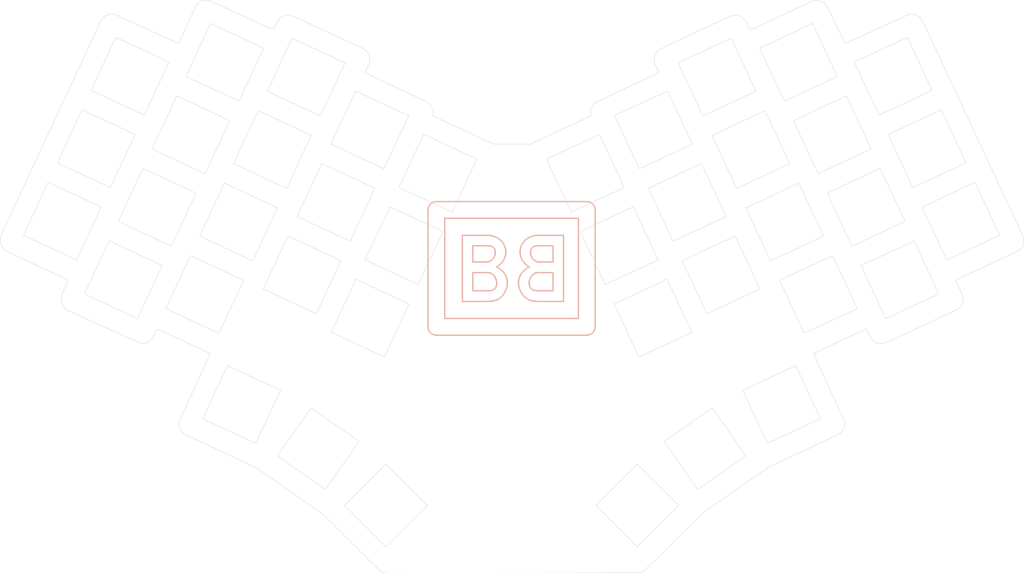
<source format=kicad_pcb>
(kicad_pcb (version 20171130) (host pcbnew "(5.1.10)-1")

  (general
    (thickness 1.6)
    (drawings 1608)
    (tracks 0)
    (zones 0)
    (modules 0)
    (nets 1)
  )

  (page A4)
  (layers
    (0 F.Cu signal)
    (31 B.Cu signal)
    (32 B.Adhes user)
    (33 F.Adhes user)
    (34 B.Paste user)
    (35 F.Paste user)
    (36 B.SilkS user)
    (37 F.SilkS user)
    (38 B.Mask user)
    (39 F.Mask user)
    (40 Dwgs.User user)
    (41 Cmts.User user)
    (42 Eco1.User user)
    (43 Eco2.User user)
    (44 Edge.Cuts user)
    (45 Margin user)
    (46 B.CrtYd user)
    (47 F.CrtYd user)
    (48 B.Fab user)
    (49 F.Fab user)
  )

  (setup
    (last_trace_width 0.254)
    (trace_clearance 0.2)
    (zone_clearance 0.508)
    (zone_45_only no)
    (trace_min 0.2)
    (via_size 0.8)
    (via_drill 0.4)
    (via_min_size 0.4)
    (via_min_drill 0.3)
    (uvia_size 0.3)
    (uvia_drill 0.1)
    (uvias_allowed no)
    (uvia_min_size 0.2)
    (uvia_min_drill 0.1)
    (edge_width 0.05)
    (segment_width 0.2)
    (pcb_text_width 0.3)
    (pcb_text_size 1.5 1.5)
    (mod_edge_width 0.12)
    (mod_text_size 1 1)
    (mod_text_width 0.15)
    (pad_size 1.524 1.524)
    (pad_drill 0.762)
    (pad_to_mask_clearance 0)
    (aux_axis_origin 0 0)
    (grid_origin 145.852593 65.458404)
    (visible_elements 7FFFFFFF)
    (pcbplotparams
      (layerselection 0x010fc_ffffffff)
      (usegerberextensions false)
      (usegerberattributes true)
      (usegerberadvancedattributes true)
      (creategerberjobfile true)
      (excludeedgelayer true)
      (linewidth 0.100000)
      (plotframeref false)
      (viasonmask false)
      (mode 1)
      (useauxorigin false)
      (hpglpennumber 1)
      (hpglpenspeed 20)
      (hpglpendiameter 15.000000)
      (psnegative false)
      (psa4output false)
      (plotreference true)
      (plotvalue true)
      (plotinvisibletext false)
      (padsonsilk false)
      (subtractmaskfromsilk false)
      (outputformat 1)
      (mirror false)
      (drillshape 0)
      (scaleselection 1)
      (outputdirectory "../../cases/plates/gerbers/switch-size-of-pcb/"))
  )

  (net 0 "")

  (net_class Default "This is the default net class."
    (clearance 0.2)
    (trace_width 0.254)
    (via_dia 0.8)
    (via_drill 0.4)
    (uvia_dia 0.3)
    (uvia_drill 0.1)
  )

  (net_class Power ""
    (clearance 0.2)
    (trace_width 0.381)
    (via_dia 0.8)
    (via_drill 0.4)
    (uvia_dia 0.3)
    (uvia_drill 0.1)
  )

  (gr_line (start 101.250557 136.530112) (end 100.879833 136.268453) (layer Edge.Cuts) (width 0.08465))
  (gr_line (start 193.685522 117.63876) (end 194.821069 119.258836) (layer Edge.Cuts) (width 0.08465))
  (gr_line (start 183.423376 127.207048) (end 182.281728 125.545729) (layer Edge.Cuts) (width 0.08465))
  (gr_line (start 190.185164 136.899209) (end 186.217529 131.229584) (layer Edge.Cuts) (width 0.08465))
  (gr_line (start 201.462067 128.752516) (end 201.517246 128.827074) (layer Edge.Cuts) (width 0.08465))
  (gr_line (start 98.525205 117.638144) (end 100.16243 118.782066) (layer Edge.Cuts) (width 0.08465))
  (gr_line (start 99.378951 135.216543) (end 97.608479 133.976483) (layer Edge.Cuts) (width 0.08465))
  (gr_line (start 190.877052 136.415371) (end 190.185164 136.899209) (layer Edge.Cuts) (width 0.08465))
  (gr_line (start 196.768002 132.290828) (end 190.877052 136.415371) (layer Edge.Cuts) (width 0.08465))
  (gr_line (start 111.228545 135.804558) (end 116.13788 130.894676) (layer Edge.Cuts) (width 0.08465))
  (gr_line (start 201.502629 128.928672) (end 199.611815 130.280058) (layer Edge.Cuts) (width 0.08465))
  (gr_line (start 100.879833 136.268453) (end 99.378951 135.216543) (layer Edge.Cuts) (width 0.08465))
  (gr_line (start 196.083411 121.061701) (end 197.572466 123.191708) (layer Edge.Cuts) (width 0.08465))
  (gr_line (start 194.821069 119.258836) (end 196.083411 121.061701) (layer Edge.Cuts) (width 0.08465))
  (gr_arc (start 201.461225 128.870865) (end 201.502629 128.928672) (angle -92.40191071) (layer Edge.Cuts) (width 0.08465))
  (gr_arc (start 193.598861 117.632035) (end 193.645825 117.589204) (angle -82.45114475) (layer Edge.Cuts) (width 0.08465))
  (gr_line (start 109.355751 126.056998) (end 109.078219 126.454241) (layer Edge.Cuts) (width 0.08465))
  (gr_line (start 105.366045 131.759341) (end 101.769169 136.898648) (layer Edge.Cuts) (width 0.08465))
  (gr_arc (start 90.553174 128.878327) (end 90.453734 128.918925) (angle -32.41413476) (layer Edge.Cuts) (width 0.08465))
  (gr_line (start 109.078219 126.454241) (end 108.021732 127.964313) (layer Edge.Cuts) (width 0.08465))
  (gr_arc (start 182.322963 125.517403) (end 182.277089 125.497446) (angle -57.99751149) (layer Edge.Cuts) (width 0.08465))
  (gr_line (start 184.698168 129.051176) (end 183.423376 127.207048) (layer Edge.Cuts) (width 0.08465))
  (gr_line (start 186.217529 131.229584) (end 184.698168 129.051176) (layer Edge.Cuts) (width 0.08465))
  (gr_line (start 95.607396 132.575905) (end 93.640484 131.195982) (layer Edge.Cuts) (width 0.08465))
  (gr_line (start 106.772632 129.749446) (end 105.366045 131.759341) (layer Edge.Cuts) (width 0.08465))
  (gr_line (start 200.329192 127.134234) (end 201.462067 128.752516) (layer Edge.Cuts) (width 0.08465))
  (gr_line (start 197.572466 123.191708) (end 199.062754 125.323977) (layer Edge.Cuts) (width 0.08465))
  (gr_arc (start 98.396657 117.670811) (end 98.446926 117.587318) (angle -85.83181352) (layer Edge.Cuts) (width 0.08465))
  (gr_line (start 90.474929 128.732409) (end 94.390435 123.179099) (layer Edge.Cuts) (width 0.08465))
  (gr_line (start 101.769169 136.898648) (end 101.250557 136.530112) (layer Edge.Cuts) (width 0.08465))
  (gr_line (start 100.16243 118.782066) (end 101.992851 120.062044) (layer Edge.Cuts) (width 0.08465))
  (gr_arc (start 90.634729 128.84503) (end 90.474929 128.732409) (angle -57.38357116) (layer Edge.Cuts) (width 0.08465))
  (gr_line (start 98.446926 117.587318) (end 98.525205 117.638144) (layer Edge.Cuts) (width 0.08465))
  (gr_line (start 97.608479 133.976483) (end 95.607396 132.575905) (layer Edge.Cuts) (width 0.08465))
  (gr_line (start 125.95728 140.714076) (end 121.047945 145.623958) (layer Edge.Cuts) (width 0.08465))
  (gr_line (start 187.963688 121.473958) (end 193.562571 117.57985) (layer Edge.Cuts) (width 0.08465))
  (gr_line (start 199.062754 125.323977) (end 200.329192 127.134234) (layer Edge.Cuts) (width 0.08465))
  (gr_line (start 108.021732 127.964313) (end 106.772632 129.749446) (layer Edge.Cuts) (width 0.08465))
  (gr_line (start 121.04758 135.804376) (end 125.95728 140.714076) (layer Edge.Cuts) (width 0.08465))
  (gr_arc (start 193.279096 117.923653) (end 193.685522 117.63876) (angle -7.334792252) (layer Edge.Cuts) (width 0.08465))
  (gr_line (start 116.13788 130.894676) (end 121.04758 135.804376) (layer Edge.Cuts) (width 0.08465))
  (gr_line (start 199.611815 130.280058) (end 196.768002 132.290828) (layer Edge.Cuts) (width 0.08465))
  (gr_line (start 182.404407 125.342096) (end 187.963688 121.473958) (layer Edge.Cuts) (width 0.08465))
  (gr_arc (start 182.614767 125.644344) (end 182.404407 125.342096) (angle -31.65250911) (layer Edge.Cuts) (width 0.08465))
  (gr_line (start 91.979632 130.022578) (end 90.49099 128.965903) (layer Edge.Cuts) (width 0.08465))
  (gr_line (start 101.992851 120.062044) (end 104.147429 121.570548) (layer Edge.Cuts) (width 0.08465))
  (gr_line (start 106.319209 140.714441) (end 111.228545 135.804558) (layer Edge.Cuts) (width 0.08465))
  (gr_line (start 111.228909 145.624141) (end 106.319209 140.714441) (layer Edge.Cuts) (width 0.08465))
  (gr_line (start 116.138609 150.533841) (end 111.228909 145.624141) (layer Edge.Cuts) (width 0.08465))
  (gr_line (start 121.047945 145.623958) (end 116.138609 150.533841) (layer Edge.Cuts) (width 0.08465))
  (gr_line (start 94.390435 123.179099) (end 98.317039 117.614607) (layer Edge.Cuts) (width 0.08465))
  (gr_line (start 93.640484 131.195982) (end 91.979632 130.022578) (layer Edge.Cuts) (width 0.08465))
  (gr_line (start 216.361696 113.710908) (end 217.460325 116.072918) (layer Edge.Cuts) (width 0.08465))
  (gr_arc (start 182.887372 86.991829) (end 182.909516 86.981334) (angle -70.73827964) (layer Edge.Cuts) (width 0.08465))
  (gr_line (start 90.260054 115.177773) (end 89.322647 117.200444) (layer Edge.Cuts) (width 0.08465))
  (gr_line (start 89.707888 112.679331) (end 91.085105 113.321525) (layer Edge.Cuts) (width 0.08465))
  (gr_arc (start 218.670006 120.129607) (end 219.254591 119.975008) (angle -9.961125771) (layer Edge.Cuts) (width 0.08465))
  (gr_line (start 210.729831 124.085328) (end 208.708584 125.020133) (layer Edge.Cuts) (width 0.08465))
  (gr_arc (start 170.481881 92.893873) (end 170.435981 92.79648) (angle -46.33148728) (layer Edge.Cuts) (width 0.08465))
  (gr_line (start 170.435981 92.79648) (end 176.588693 89.897076) (layer Edge.Cuts) (width 0.08465))
  (gr_line (start 201.753556 115.297022) (end 200.914056 113.480486) (layer Edge.Cuts) (width 0.08465))
  (gr_line (start 109.748582 125.493962) (end 109.355751 126.056998) (layer Edge.Cuts) (width 0.08465))
  (gr_line (start 104.147429 121.570548) (end 109.748582 125.493962) (layer Edge.Cuts) (width 0.08465))
  (gr_line (start 215.261748 111.354312) (end 216.361696 113.710908) (layer Edge.Cuts) (width 0.08465))
  (gr_line (start 213.484524 107.570594) (end 214.327429 109.362152) (layer Edge.Cuts) (width 0.08465))
  (gr_arc (start 213.342604 107.637379) (end 213.484524 107.570594) (angle -20.70904712) (layer Edge.Cuts) (width 0.08465))
  (gr_arc (start 213.37412 107.604846) (end 213.451738 107.524723) (angle -69.2043212) (layer Edge.Cuts) (width 0.08465))
  (gr_line (start 202.690714 117.318912) (end 201.753556 115.297022) (layer Edge.Cuts) (width 0.08465))
  (gr_line (start 203.80103 119.703894) (end 202.690714 117.318912) (layer Edge.Cuts) (width 0.08465))
  (gr_line (start 217.922721 120.706508) (end 216.125908 121.567968) (layer Edge.Cuts) (width 0.08465))
  (gr_arc (start 72.697363 120.064273) (end 72.669943 120.051598) (angle -77.67959367) (layer Edge.Cuts) (width 0.08465))
  (gr_line (start 91.106975 113.34499) (end 90.260054 115.177773) (layer Edge.Cuts) (width 0.08465))
  (gr_arc (start 206.795003 125.810109) (end 206.727727 125.843088) (angle -76.07567538) (layer Edge.Cuts) (width 0.08465))
  (gr_line (start 80.997053 108.620179) (end 82.600771 109.367917) (layer Edge.Cuts) (width 0.08465))
  (gr_line (start 218.390952 118.082552) (end 219.219036 119.876217) (layer Edge.Cuts) (width 0.08465))
  (gr_line (start 80.102775 108.202629) (end 80.997053 108.620179) (layer Edge.Cuts) (width 0.08465))
  (gr_line (start 86.38377 111.130472) (end 88.186663 111.970278) (layer Edge.Cuts) (width 0.08465))
  (gr_line (start 78.255824 108.026126) (end 78.519855 107.462668) (layer Edge.Cuts) (width 0.08465))
  (gr_line (start 74.473042 116.151225) (end 76.325408 112.158833) (layer Edge.Cuts) (width 0.08465))
  (gr_line (start 72.669943 120.051598) (end 74.473042 116.151225) (layer Edge.Cuts) (width 0.08465))
  (gr_arc (start 85.143829 125.724029) (end 85.136959 125.850008) (angle -66.57067051) (layer Edge.Cuts) (width 0.08465))
  (gr_arc (start 91.096911 113.34034) (end 91.106975 113.34499) (angle -83.80397427) (layer Edge.Cuts) (width 0.08465))
  (gr_arc (start 91.004967 113.493385) (end 91.10262 113.330837) (angle -5.996353544) (layer Edge.Cuts) (width 0.08465))
  (gr_line (start 176.588693 89.897076) (end 182.693314 87.021128) (layer Edge.Cuts) (width 0.08465))
  (gr_line (start 89.322647 117.200444) (end 88.205134 119.600751) (layer Edge.Cuts) (width 0.08465))
  (gr_arc (start 182.94831 87.562496) (end 182.88477 86.967462) (angle -19.12618383) (layer Edge.Cuts) (width 0.08465))
  (gr_arc (start 85.161028 125.408666) (end 84.975537 125.809858) (angle -21.69180484) (layer Edge.Cuts) (width 0.08465))
  (gr_line (start 183.71723 88.686026) (end 184.608578 90.577091) (layer Edge.Cuts) (width 0.08465))
  (gr_line (start 208.708584 125.020133) (end 206.901225 125.85316) (layer Edge.Cuts) (width 0.08465))
  (gr_arc (start 73.494027 119.012009) (end 72.679129 120.088357) (angle -12.29715207) (layer Edge.Cuts) (width 0.08465))
  (gr_line (start 219.209829 120.073535) (end 217.922721 120.706508) (layer Edge.Cuts) (width 0.08465))
  (gr_arc (start 219.171907 119.996875) (end 219.209829 120.073535) (angle -78.49233098) (layer Edge.Cuts) (width 0.08465))
  (gr_line (start 84.975537 125.809858) (end 78.924523 123.011749) (layer Edge.Cuts) (width 0.08465))
  (gr_line (start 85.854335 124.573846) (end 85.256689 125.780424) (layer Edge.Cuts) (width 0.08465))
  (gr_line (start 78.519855 107.462668) (end 80.102775 108.202629) (layer Edge.Cuts) (width 0.08465))
  (gr_line (start 78.924523 123.011749) (end 72.927069 120.23722) (layer Edge.Cuts) (width 0.08465))
  (gr_arc (start 201.145596 113.373504) (end 200.893873 113.414633) (angle -15.51943403) (layer Edge.Cuts) (width 0.08465))
  (gr_line (start 214.327429 109.362152) (end 215.261748 111.354312) (layer Edge.Cuts) (width 0.08465))
  (gr_line (start 207.138748 110.405261) (end 213.326775 107.503838) (layer Edge.Cuts) (width 0.08465))
  (gr_line (start 200.949541 113.309003) (end 207.138748 110.405261) (layer Edge.Cuts) (width 0.08465))
  (gr_line (start 217.460325 116.072918) (end 218.390952 118.082552) (layer Edge.Cuts) (width 0.08465))
  (gr_line (start 84.469032 110.238578) (end 86.38377 111.130472) (layer Edge.Cuts) (width 0.08465))
  (gr_line (start 88.186663 111.970278) (end 89.707888 112.679331) (layer Edge.Cuts) (width 0.08465))
  (gr_line (start 216.125908 121.567968) (end 213.107732 122.980083) (layer Edge.Cuts) (width 0.08465))
  (gr_line (start 86.703516 122.806954) (end 85.854335 124.573846) (layer Edge.Cuts) (width 0.08465))
  (gr_line (start 206.015477 124.385466) (end 205.112183 122.500452) (layer Edge.Cuts) (width 0.08465))
  (gr_line (start 182.909516 86.981334) (end 183.71723 88.686026) (layer Edge.Cuts) (width 0.08465))
  (gr_arc (start 206.718746 125.457118) (end 206.810824 125.883344) (angle -12.547828) (layer Edge.Cuts) (width 0.08465))
  (gr_line (start 76.325408 112.158833) (end 78.255824 108.026126) (layer Edge.Cuts) (width 0.08465))
  (gr_line (start 184.608578 90.577091) (end 185.659244 92.824238) (layer Edge.Cuts) (width 0.08465))
  (gr_line (start 88.205134 119.600751) (end 86.703516 122.806954) (layer Edge.Cuts) (width 0.08465))
  (gr_line (start 205.112183 122.500452) (end 203.80103 119.703894) (layer Edge.Cuts) (width 0.08465))
  (gr_line (start 213.107732 122.980083) (end 210.729831 124.085328) (layer Edge.Cuts) (width 0.08465))
  (gr_line (start 82.600771 109.367917) (end 84.469032 110.238578) (layer Edge.Cuts) (width 0.08465))
  (gr_arc (start 200.991619 113.398663) (end 200.949541 113.309003) (angle -74.13882308) (layer Edge.Cuts) (width 0.08465))
  (gr_line (start 206.727727 125.843088) (end 206.015477 124.385466) (layer Edge.Cuts) (width 0.08465))
  (gr_line (start 107.869909 89.455853) (end 108.482129 88.151217) (layer Edge.Cuts) (width 0.08465))
  (gr_line (start 105.510442 94.521149) (end 106.350193 92.717433) (layer Edge.Cuts) (width 0.08465))
  (gr_line (start 113.925942 104.558254) (end 111.886767 103.616511) (layer Edge.Cuts) (width 0.08465))
  (gr_line (start 117.654812 90.962276) (end 119.673094 91.910563) (layer Edge.Cuts) (width 0.08465))
  (gr_arc (start 109.052202 86.979539) (end 109.051034 86.963179) (angle -60.68729762) (layer Edge.Cuts) (width 0.08465))
  (gr_line (start 108.482129 88.151217) (end 109.037365 86.972549) (layer Edge.Cuts) (width 0.08465))
  (gr_line (start 223.08073 83.239572) (end 224.043076 85.251951) (layer Edge.Cuts) (width 0.08465))
  (gr_line (start 115.7706 105.406636) (end 113.925942 104.558254) (layer Edge.Cuts) (width 0.08465))
  (gr_arc (start 115.777804 105.390971) (end 115.7706 105.406636) (angle -78.96920413) (layer Edge.Cuts) (width 0.08465))
  (gr_line (start 117.602813 101.523728) (end 116.659966 103.546344) (layer Edge.Cuts) (width 0.08465))
  (gr_line (start 221.75332 96.877507) (end 215.643539 99.707927) (layer Edge.Cuts) (width 0.08465))
  (gr_line (start 220.265746 82.231698) (end 222.060974 81.412084) (layer Edge.Cuts) (width 0.08465))
  (gr_line (start 213.539463 85.358965) (end 215.89827 84.255532) (layer Edge.Cuts) (width 0.08465))
  (gr_line (start 112.89442 88.742427) (end 115.272809 89.849787) (layer Edge.Cuts) (width 0.08465))
  (gr_line (start 120.787559 94.614739) (end 119.877361 96.621151) (layer Edge.Cuts) (width 0.08465))
  (gr_arc (start 121.50595 92.855293) (end 121.563082 92.88081) (angle -71.36080052) (layer Edge.Cuts) (width 0.08465))
  (gr_line (start 222.213648 81.448097) (end 223.08073 83.239572) (layer Edge.Cuts) (width 0.08465))
  (gr_line (start 104.215959 97.300641) (end 104.747052 96.160536) (layer Edge.Cuts) (width 0.08465))
  (gr_arc (start 170.516766 92.905501) (end 170.379739 92.859826) (angle -43.35605707) (layer Edge.Cuts) (width 0.08465))
  (gr_arc (start 209.453447 86.506294) (end 209.680547 87.156385) (angle -5.751517715) (layer Edge.Cuts) (width 0.08465))
  (gr_line (start 106.350193 92.717433) (end 107.14718 91.005217) (layer Edge.Cuts) (width 0.08465))
  (gr_line (start 109.468376 102.492446) (end 103.165202 99.555698) (layer Edge.Cuts) (width 0.08465))
  (gr_arc (start 222.125095 81.552641) (end 222.148185 81.399884) (angle -33.11758815) (layer Edge.Cuts) (width 0.08465))
  (gr_line (start 178.071367 104.534803) (end 176.242368 105.361637) (layer Edge.Cuts) (width 0.08465))
  (gr_line (start 121.563082 92.88081) (end 120.787559 94.614739) (layer Edge.Cuts) (width 0.08465))
  (gr_line (start 218.25936 83.155369) (end 220.265746 82.231698) (layer Edge.Cuts) (width 0.08465))
  (gr_line (start 119.877361 96.621151) (end 118.718817 99.126722) (layer Edge.Cuts) (width 0.08465))
  (gr_line (start 224.043076 85.251951) (end 225.164418 87.638708) (layer Edge.Cuts) (width 0.08465))
  (gr_line (start 212.511632 93.427403) (end 209.641409 87.248961) (layer Edge.Cuts) (width 0.08465))
  (gr_line (start 180.110262 103.603215) (end 178.071367 104.534803) (layer Edge.Cuts) (width 0.08465))
  (gr_line (start 104.747052 96.160536) (end 105.510442 94.521149) (layer Edge.Cuts) (width 0.08465))
  (gr_arc (start 227.549256 93.502086) (end 227.812168 94.069078) (angle -22.96058862) (layer Edge.Cuts) (width 0.08465))
  (gr_line (start 111.886767 103.616511) (end 109.468376 102.492446) (layer Edge.Cuts) (width 0.08465))
  (gr_line (start 110.888328 87.810431) (end 112.89442 88.742427) (layer Edge.Cuts) (width 0.08465))
  (gr_arc (start 209.702909 87.2204) (end 209.680547 87.156385) (angle -95.65439806) (layer Edge.Cuts) (width 0.08465))
  (gr_line (start 173.231613 99.090519) (end 170.385775 92.966364) (layer Edge.Cuts) (width 0.08465))
  (gr_line (start 186.720814 95.101877) (end 187.647939 97.091597) (layer Edge.Cuts) (width 0.08465))
  (gr_line (start 188.443043 98.798372) (end 188.592635 99.120661) (layer Edge.Cuts) (width 0.08465))
  (gr_line (start 116.659966 103.546344) (end 115.806102 105.376634) (layer Edge.Cuts) (width 0.08465))
  (gr_arc (start 215.609593 99.466427) (end 215.370855 99.577468) (angle -44.06242586) (layer Edge.Cuts) (width 0.08465))
  (gr_arc (start 109.053689 87.000341) (end 109.069367 86.966544) (angle -28.97382244) (layer Edge.Cuts) (width 0.08465))
  (gr_line (start 119.673094 91.910563) (end 121.478897 92.762468) (layer Edge.Cuts) (width 0.08465))
  (gr_line (start 103.165202 99.555698) (end 104.215959 97.300641) (layer Edge.Cuts) (width 0.08465))
  (gr_line (start 215.89827 84.255532) (end 218.25936 83.155369) (layer Edge.Cuts) (width 0.08465))
  (gr_line (start 176.054125 105.162074) (end 173.231613 99.090519) (layer Edge.Cuts) (width 0.08465))
  (gr_arc (start 215.574292 99.55842) (end 215.515263 99.712248) (angle -45.84564135) (layer Edge.Cuts) (width 0.08465))
  (gr_line (start 109.069367 86.966544) (end 110.888328 87.810431) (layer Edge.Cuts) (width 0.08465))
  (gr_arc (start 115.668843 105.312599) (end 115.791802 105.401039) (angle -10.71589139) (layer Edge.Cuts) (width 0.08465))
  (gr_arc (start 176.667131 104.877029) (end 176.054125 105.162074) (angle -19.56581791) (layer Edge.Cuts) (width 0.08465))
  (gr_line (start 118.718817 99.126722) (end 117.602813 101.523728) (layer Edge.Cuts) (width 0.08465))
  (gr_line (start 215.370855 99.577468) (end 212.511632 93.427403) (layer Edge.Cuts) (width 0.08465))
  (gr_line (start 227.812168 94.069078) (end 221.75332 96.877507) (layer Edge.Cuts) (width 0.08465))
  (gr_arc (start 222.135148 81.486134) (end 222.213648 81.448097) (angle -55.55205923) (layer Edge.Cuts) (width 0.08465))
  (gr_line (start 209.744552 87.130353) (end 211.540249 86.292645) (layer Edge.Cuts) (width 0.08465))
  (gr_arc (start 121.36095 93.012395) (end 121.548388 92.809313) (angle -17.44214666) (layer Edge.Cuts) (width 0.08465))
  (gr_arc (start 176.221366 105.315143) (end 176.184981 105.350904) (angle -69.80529077) (layer Edge.Cuts) (width 0.08465))
  (gr_line (start 182.520226 102.484681) (end 180.110262 103.603215) (layer Edge.Cuts) (width 0.08465))
  (gr_line (start 115.272809 89.849787) (end 117.654812 90.962276) (layer Edge.Cuts) (width 0.08465))
  (gr_line (start 107.14718 91.005217) (end 107.869909 89.455853) (layer Edge.Cuts) (width 0.08465))
  (gr_line (start 211.540249 86.292645) (end 213.539463 85.358965) (layer Edge.Cuts) (width 0.08465))
  (gr_line (start 188.793877 99.555788) (end 182.520226 102.484681) (layer Edge.Cuts) (width 0.08465))
  (gr_line (start 188.592635 99.120661) (end 188.793877 99.555788) (layer Edge.Cuts) (width 0.08465))
  (gr_line (start 187.647939 97.091597) (end 188.443043 98.798372) (layer Edge.Cuts) (width 0.08465))
  (gr_line (start 185.659244 92.824238) (end 186.720814 95.101877) (layer Edge.Cuts) (width 0.08465))
  (gr_line (start 65.618963 90.179792) (end 66.665062 87.934983) (layer Edge.Cuts) (width 0.08465))
  (gr_arc (start 76.436363 99.655659) (end 76.437395 99.739847) (angle -64.10303735) (layer Edge.Cuts) (width 0.08465))
  (gr_arc (start 63.993753 93.864602) (end 63.924342 93.850525) (angle -76.25240901) (layer Edge.Cuts) (width 0.08465))
  (gr_arc (start 76.430876 99.207762) (end 76.204411 99.689292) (angle -25.88967446) (layer Edge.Cuts) (width 0.08465))
  (gr_arc (start 229.416085 84.153202) (end 229.144312 83.5635) (angle -20.1699648) (layer Edge.Cuts) (width 0.08465))
  (gr_arc (start 241.409129 78.026813) (end 241.591787 77.941003) (angle -17.6225995) (layer Edge.Cuts) (width 0.08465))
  (gr_arc (start 234.847964 96.204714) (end 234.805661 96.247017) (angle -69.88328798) (layer Edge.Cuts) (width 0.08465))
  (gr_line (start 48.397873 82.163315) (end 49.326702 80.171959) (layer Edge.Cuts) (width 0.08465))
  (gr_arc (start 228.980731 83.716528) (end 228.957646 83.693373) (angle -70.06361858) (layer Edge.Cuts) (width 0.08465))
  (gr_line (start 50.415054 77.820185) (end 50.686399 77.937298) (layer Edge.Cuts) (width 0.08465))
  (gr_line (start 229.144312 83.5635) (end 235.284572 80.734415) (layer Edge.Cuts) (width 0.08465))
  (gr_line (start 50.686399 77.937298) (end 50.894971 78.03083) (layer Edge.Cuts) (width 0.08465))
  (gr_line (start 79.369863 93.617194) (end 76.512548 99.691501) (layer Edge.Cuts) (width 0.08465))
  (gr_arc (start 227.974739 93.887383) (end 228.012521 93.921595) (angle -66.51807087) (layer Edge.Cuts) (width 0.08465))
  (gr_line (start 227.198718 92.050789) (end 228.021173 93.866363) (layer Edge.Cuts) (width 0.08465))
  (gr_arc (start 235.056315 95.996363) (end 234.735 96.146067) (angle -20.01872666) (layer Edge.Cuts) (width 0.08465))
  (gr_line (start 54.642873 79.777098) (end 56.965071 80.861515) (layer Edge.Cuts) (width 0.08465))
  (gr_line (start 49.326702 80.171959) (end 50.129046 78.450365) (layer Edge.Cuts) (width 0.08465))
  (gr_line (start 226.273715 90.028738) (end 227.198718 92.050789) (layer Edge.Cuts) (width 0.08465))
  (gr_line (start 247.127245 90.573599) (end 241.036117 93.400149) (layer Edge.Cuts) (width 0.08465))
  (gr_line (start 46.271266 86.731558) (end 47.326601 84.457735) (layer Edge.Cuts) (width 0.08465))
  (gr_arc (start 241.514383 77.929395) (end 241.557237 77.889731) (angle -71.94160008) (layer Edge.Cuts) (width 0.08465))
  (gr_line (start 225.164418 87.638708) (end 226.273715 90.028738) (layer Edge.Cuts) (width 0.08465))
  (gr_line (start 234.735 96.146067) (end 231.851184 89.955988) (layer Edge.Cuts) (width 0.08465))
  (gr_line (start 50.894971 78.03083) (end 52.642689 78.844596) (layer Edge.Cuts) (width 0.08465))
  (gr_line (start 50.129046 78.450365) (end 50.25316 78.179509) (layer Edge.Cuts) (width 0.08465))
  (gr_arc (start 246.808429 89.886749) (end 247.127245 90.573599) (angle -18.4054446) (layer Edge.Cuts) (width 0.08465))
  (gr_line (start 45.393402 88.655557) (end 46.271266 86.731558) (layer Edge.Cuts) (width 0.08465))
  (gr_line (start 235.284572 80.734415) (end 241.489957 77.876356) (layer Edge.Cuts) (width 0.08465))
  (gr_arc (start 69.732647 81.834878) (end 69.923246 81.421035) (angle -11.82771294) (layer Edge.Cuts) (width 0.08465))
  (gr_line (start 52.642689 78.844596) (end 54.642873 79.777098) (layer Edge.Cuts) (width 0.08465))
  (gr_line (start 70.112995 96.823414) (end 63.963585 93.928679) (layer Edge.Cuts) (width 0.08465))
  (gr_line (start 242.443865 79.755128) (end 243.389273 81.773893) (layer Edge.Cuts) (width 0.08465))
  (gr_arc (start 64.182487 93.902876) (end 63.943478 93.792177) (angle -13.38760982) (layer Edge.Cuts) (width 0.08465))
  (gr_line (start 69.923246 81.421035) (end 71.732786 82.254685) (layer Edge.Cuts) (width 0.08465))
  (gr_line (start 80.552937 86.380438) (end 82.272679 87.211931) (layer Edge.Cuts) (width 0.08465))
  (gr_line (start 66.665062 87.934983) (end 67.721545 85.670108) (layer Edge.Cuts) (width 0.08465))
  (gr_arc (start 247.292064 90.399883) (end 247.327802 90.437801) (angle -70.8928157) (layer Edge.Cuts) (width 0.08465))
  (gr_line (start 76.136556 84.295033) (end 78.576587 85.437513) (layer Edge.Cuts) (width 0.08465))
  (gr_line (start 245.60632 86.547914) (end 246.525253 88.56794) (layer Edge.Cuts) (width 0.08465))
  (gr_line (start 241.591787 77.941003) (end 242.443865 79.755128) (layer Edge.Cuts) (width 0.08465))
  (gr_line (start 73.755951 83.189714) (end 76.136556 84.295033) (layer Edge.Cuts) (width 0.08465))
  (gr_line (start 231.851184 89.955988) (end 228.951092 83.730335) (layer Edge.Cuts) (width 0.08465))
  (gr_line (start 50.25316 78.179509) (end 50.415054 77.820185) (layer Edge.Cuts) (width 0.08465))
  (gr_line (start 68.638385 83.702729) (end 69.42956 82.003692) (layer Edge.Cuts) (width 0.08465))
  (gr_line (start 246.525253 88.56794) (end 247.339591 90.378526) (layer Edge.Cuts) (width 0.08465))
  (gr_line (start 63.943478 93.792177) (end 64.735677 92.082024) (layer Edge.Cuts) (width 0.08465))
  (gr_line (start 76.204411 99.689292) (end 70.112995 96.823414) (layer Edge.Cuts) (width 0.08465))
  (gr_line (start 71.732786 82.254685) (end 73.755951 83.189714) (layer Edge.Cuts) (width 0.08465))
  (gr_arc (start 69.819679 81.454911) (end 69.834374 81.390754) (angle -51.90181753) (layer Edge.Cuts) (width 0.08465))
  (gr_line (start 78.576587 85.437513) (end 80.552937 86.380438) (layer Edge.Cuts) (width 0.08465))
  (gr_line (start 244.502044 84.160606) (end 245.60632 86.547914) (layer Edge.Cuts) (width 0.08465))
  (gr_line (start 82.156961 87.687644) (end 79.369863 93.617194) (layer Edge.Cuts) (width 0.08465))
  (gr_arc (start 70.341506 81.99953) (end 69.705753 81.47565) (angle -9.433346576) (layer Edge.Cuts) (width 0.08465))
  (gr_line (start 243.389273 81.773893) (end 244.502044 84.160606) (layer Edge.Cuts) (width 0.08465))
  (gr_line (start 64.735677 92.082024) (end 65.618963 90.179792) (layer Edge.Cuts) (width 0.08465))
  (gr_arc (start 82.249465 87.259884) (end 82.301344 87.272005) (angle -77.3187881) (layer Edge.Cuts) (width 0.08465))
  (gr_line (start 241.036117 93.400149) (end 234.873136 96.258985) (layer Edge.Cuts) (width 0.08465))
  (gr_line (start 47.326601 84.457735) (end 48.397873 82.163315) (layer Edge.Cuts) (width 0.08465))
  (gr_arc (start 70.098667 81.799423) (end 69.778258 81.403761) (angle -11.50974496) (layer Edge.Cuts) (width 0.08465))
  (gr_arc (start 71.008927 82.38574) (end 69.628486 81.586935) (angle -5.753808103) (layer Edge.Cuts) (width 0.08465))
  (gr_line (start 69.42956 82.003692) (end 69.555357 81.729354) (layer Edge.Cuts) (width 0.08465))
  (gr_line (start 67.721545 85.670108) (end 68.638385 83.702729) (layer Edge.Cuts) (width 0.08465))
  (gr_arc (start 80.253707 86.793602) (end 82.156961 87.687644) (angle -12.01102108) (layer Edge.Cuts) (width 0.08465))
  (gr_line (start 203.110208 85.307869) (end 204.044062 87.329556) (layer Edge.Cuts) (width 0.08465))
  (gr_line (start 94.825586 77.569296) (end 96.848839 78.504258) (layer Edge.Cuts) (width 0.08465))
  (gr_arc (start 87.602342 89.213076) (end 87.112969 88.98312) (angle -25.72493583) (layer Edge.Cuts) (width 0.08465))
  (gr_arc (start 105.304226 82.626956) (end 105.40327 82.652856) (angle -77.95487451) (layer Edge.Cuts) (width 0.08465))
  (gr_line (start 186.59499 82.540994) (end 187.864297 81.91516) (layer Edge.Cuts) (width 0.08465))
  (gr_line (start 189.482085 88.991439) (end 186.719819 83.11201) (layer Edge.Cuts) (width 0.08465))
  (gr_line (start 99.234605 79.614656) (end 102.498044 81.143788) (layer Edge.Cuts) (width 0.08465))
  (gr_arc (start 204.73739 89.211664) (end 204.89377 89.211664) (angle -24.6872454) (layer Edge.Cuts) (width 0.08465))
  (gr_line (start 93.16859 92.134927) (end 87.105396 89.286465) (layer Edge.Cuts) (width 0.08465))
  (gr_arc (start 99.527607 94.978097) (end 99.505255 95.063574) (angle -78.27061916) (layer Edge.Cuts) (width 0.08465))
  (gr_line (start 204.044062 87.329556) (end 204.879477 89.14635) (layer Edge.Cuts) (width 0.08465))
  (gr_arc (start 87.137759 89.217585) (end 87.061659 89.218324) (angle -64.27745323) (layer Edge.Cuts) (width 0.08465))
  (gr_arc (start 192.40035 95.006589) (end 192.326762 95.041196) (angle -64.81334475) (layer Edge.Cuts) (width 0.08465))
  (gr_arc (start 192.40035 94.529927) (end 192.40035 95.087908) (angle -25.17304897) (layer Edge.Cuts) (width 0.08465))
  (gr_line (start 102.500391 88.946155) (end 101.077133 91.987118) (layer Edge.Cuts) (width 0.08465))
  (gr_line (start 104.535227 84.560105) (end 103.601716 86.577686) (layer Edge.Cuts) (width 0.08465))
  (gr_line (start 176.721801 73.67742) (end 177.848416 76.077856) (layer Edge.Cuts) (width 0.08465))
  (gr_arc (start 92.940056 76.882684) (end 93.008561 76.733669) (angle -24.80594262) (layer Edge.Cuts) (width 0.08465))
  (gr_line (start 44.615946 90.379479) (end 45.393402 88.655557) (layer Edge.Cuts) (width 0.08465))
  (gr_arc (start 57.111314 96.198397) (end 57.085636 96.253819) (angle -69.85930666) (layer Edge.Cuts) (width 0.08465))
  (gr_line (start 96.848839 78.504258) (end 99.234605 79.614656) (layer Edge.Cuts) (width 0.08465))
  (gr_arc (start 56.863046 95.950129) (end 57.154506 96.241588) (angle -20.03510216) (layer Edge.Cuts) (width 0.08465))
  (gr_line (start 89.969858 82.905655) (end 92.854316 76.773006) (layer Edge.Cuts) (width 0.08465))
  (gr_line (start 59.270168 81.93954) (end 61.214638 82.850926) (layer Edge.Cuts) (width 0.08465))
  (gr_line (start 103.601716 86.577686) (end 102.500391 88.946155) (layer Edge.Cuts) (width 0.08465))
  (gr_line (start 56.965071 80.861515) (end 59.270168 81.93954) (layer Edge.Cuts) (width 0.08465))
  (gr_line (start 199.070228 76.753837) (end 199.931419 78.542169) (layer Edge.Cuts) (width 0.08465))
  (gr_line (start 101.077133 91.987118) (end 100.225601 93.761664) (layer Edge.Cuts) (width 0.08465))
  (gr_line (start 102.498044 81.143788) (end 104.210577 81.968265) (layer Edge.Cuts) (width 0.08465))
  (gr_line (start 192.720441 79.618836) (end 195.106239 78.508931) (layer Edge.Cuts) (width 0.08465))
  (gr_line (start 189.655578 81.054875) (end 192.720441 79.618836) (layer Edge.Cuts) (width 0.08465))
  (gr_line (start 93.008561 76.733669) (end 94.825586 77.569296) (layer Edge.Cuts) (width 0.08465))
  (gr_line (start 87.112969 88.98312) (end 89.969858 82.905655) (layer Edge.Cuts) (width 0.08465))
  (gr_line (start 198.710553 92.17965) (end 192.63769 95.034915) (layer Edge.Cuts) (width 0.08465))
  (gr_arc (start 44.661167 90.399854) (end 44.615946 90.379479) (angle -71.96191807) (layer Edge.Cuts) (width 0.08465))
  (gr_arc (start 62.968836 83.719112) (end 63.003488 83.73524) (angle -69.9587667) (layer Edge.Cuts) (width 0.08465))
  (gr_line (start 192.326762 95.041196) (end 189.482085 88.991439) (layer Edge.Cuts) (width 0.08465))
  (gr_arc (start 45.20715 89.799676) (end 44.627791 90.436543) (angle -17.41594273) (layer Edge.Cuts) (width 0.08465))
  (gr_arc (start 100.1378 92.644711) (end 99.075812 94.908158) (angle -10.48056593) (layer Edge.Cuts) (width 0.08465))
  (gr_arc (start 189.229045 81.933954) (end 186.549054 82.642247) (angle -10.34539813) (layer Edge.Cuts) (width 0.08465))
  (gr_arc (start 204.800488 89.211664) (end 204.840202 89.296069) (angle -64.80235506) (layer Edge.Cuts) (width 0.08465))
  (gr_arc (start 104.759773 82.484578) (end 105.363839 82.762985) (angle -10.08945163) (layer Edge.Cuts) (width 0.08465))
  (gr_arc (start 92.939915 76.813274) (end 92.939722 76.718677) (angle -64.68948168) (layer Edge.Cuts) (width 0.08465))
  (gr_line (start 50.925741 93.39952) (end 44.844969 90.580753) (layer Edge.Cuts) (width 0.08465))
  (gr_line (start 57.085636 96.253819) (end 50.925741 93.39952) (layer Edge.Cuts) (width 0.08465))
  (gr_line (start 60.1107 89.950306) (end 57.236721 96.124097) (layer Edge.Cuts) (width 0.08465))
  (gr_line (start 204.840202 89.296069) (end 198.710553 92.17965) (layer Edge.Cuts) (width 0.08465))
  (gr_line (start 99.075812 94.908158) (end 93.16859 92.134927) (layer Edge.Cuts) (width 0.08465))
  (gr_line (start 63.003488 83.73524) (end 60.1107 89.950306) (layer Edge.Cuts) (width 0.08465))
  (gr_arc (start 62.940948 83.746999) (end 62.995863 83.692085) (angle -19.85496038) (layer Edge.Cuts) (width 0.08465))
  (gr_line (start 197.129895 77.573888) (end 198.9467 76.738271) (layer Edge.Cuts) (width 0.08465))
  (gr_line (start 100.225601 93.761664) (end 99.606755 95.01736) (layer Edge.Cuts) (width 0.08465))
  (gr_line (start 175.755953 71.654048) (end 176.721801 73.67742) (layer Edge.Cuts) (width 0.08465))
  (gr_line (start 61.214638 82.850926) (end 62.973947 83.676698) (layer Edge.Cuts) (width 0.08465))
  (gr_line (start 105.363839 82.762985) (end 104.535227 84.560105) (layer Edge.Cuts) (width 0.08465))
  (gr_line (start 200.885465 80.544373) (end 202.001149 82.923047) (layer Edge.Cuts) (width 0.08465))
  (gr_line (start 199.931419 78.542169) (end 200.885465 80.544373) (layer Edge.Cuts) (width 0.08465))
  (gr_line (start 104.210577 81.968265) (end 105.350225 82.535497) (layer Edge.Cuts) (width 0.08465))
  (gr_arc (start 199.018996 76.778529) (end 199.070228 76.753837) (angle -66.04118996) (layer Edge.Cuts) (width 0.08465))
  (gr_line (start 202.001149 82.923047) (end 203.110208 85.307869) (layer Edge.Cuts) (width 0.08465))
  (gr_arc (start 199.022879 76.903958) (end 199.017237 76.721684) (angle -22.91884001) (layer Edge.Cuts) (width 0.08465))
  (gr_line (start 195.106239 78.508931) (end 197.129895 77.573888) (layer Edge.Cuts) (width 0.08465))
  (gr_line (start 187.864297 81.91516) (end 189.655578 81.054875) (layer Edge.Cuts) (width 0.08465))
  (gr_arc (start 186.634082 82.619775) (end 186.59499 82.540994) (angle -78.41342721) (layer Edge.Cuts) (width 0.08465))
  (gr_line (start 165.997459 140.714441) (end 170.906795 135.804558) (layer Edge.Cuts) (width 0.08465))
  (gr_line (start 175.816859 150.533841) (end 170.907159 145.624141) (layer Edge.Cuts) (width 0.08465))
  (gr_line (start 180.72583 135.804376) (end 185.63553 140.714076) (layer Edge.Cuts) (width 0.08465))
  (gr_line (start 180.726195 145.623958) (end 175.816859 150.533841) (layer Edge.Cuts) (width 0.08465))
  (gr_line (start 175.81613 130.894676) (end 180.72583 135.804376) (layer Edge.Cuts) (width 0.08465))
  (gr_line (start 185.63553 140.714076) (end 180.726195 145.623958) (layer Edge.Cuts) (width 0.08465))
  (gr_line (start 170.906795 135.804558) (end 175.81613 130.894676) (layer Edge.Cuts) (width 0.08465))
  (gr_line (start 170.907159 145.624141) (end 165.997459 140.714441) (layer Edge.Cuts) (width 0.08465))
  (gr_line (start 125.824077 73.805723) (end 127.820372 74.747683) (layer Edge.Cuts) (width 0.08465))
  (gr_arc (start 117.067386 70.21274) (end 117.246767 69.823808) (angle -11.85994153) (layer Edge.Cuts) (width 0.08465))
  (gr_line (start 168.151886 88.14277) (end 165.24163 81.952699) (layer Edge.Cuts) (width 0.08465))
  (gr_line (start 121.859237 87.306664) (end 119.829744 86.363399) (layer Edge.Cuts) (width 0.08465))
  (gr_line (start 207.865462 67.03375) (end 214.031603 64.145853) (layer Edge.Cuts) (width 0.08465))
  (gr_line (start 179.903485 80.501827) (end 180.750444 82.335127) (layer Edge.Cuts) (width 0.08465))
  (gr_line (start 204.441154 76.123802) (end 201.612782 70.02161) (layer Edge.Cuts) (width 0.08465))
  (gr_line (start 215.97577 67.953546) (end 217.095003 70.345343) (layer Edge.Cuts) (width 0.08465))
  (gr_line (start 121.075123 71.592765) (end 123.453269 72.697983) (layer Edge.Cuts) (width 0.08465))
  (gr_line (start 119.829744 86.363399) (end 117.432481 85.246189) (layer Edge.Cuts) (width 0.08465))
  (gr_line (start 115.375398 73.386982) (end 116.312822 71.42928) (layer Edge.Cuts) (width 0.08465))
  (gr_line (start 126.714042 81.959983) (end 123.80647 88.14096) (layer Edge.Cuts) (width 0.08465))
  (gr_line (start 117.432481 85.246189) (end 111.192868 82.335335) (layer Edge.Cuts) (width 0.08465))
  (gr_line (start 174.481867 85.272786) (end 168.298196 88.146898) (layer Edge.Cuts) (width 0.08465))
  (gr_arc (start 180.43194 81.913384) (end 180.658886 82.401621) (angle -10.81010674) (layer Edge.Cuts) (width 0.08465))
  (gr_line (start 114.124146 76.05297) (end 115.375398 73.386982) (layer Edge.Cuts) (width 0.08465))
  (gr_line (start 215.024819 65.941388) (end 215.97577 67.953546) (layer Edge.Cuts) (width 0.08465))
  (gr_line (start 214.163841 64.131332) (end 215.024819 65.941388) (layer Edge.Cuts) (width 0.08465))
  (gr_line (start 129.598591 75.8256) (end 126.714042 81.959983) (layer Edge.Cuts) (width 0.08465))
  (gr_arc (start 168.132999 87.791467) (end 168.21612 88.174497) (angle -12.68423612) (layer Edge.Cuts) (width 0.08465))
  (gr_arc (start 180.739187 82.340327) (end 180.74643 82.350392) (angle -79.05446652) (layer Edge.Cuts) (width 0.08465))
  (gr_line (start 119.055147 70.658088) (end 121.075123 71.592765) (layer Edge.Cuts) (width 0.08465))
  (gr_line (start 116.312822 71.42928) (end 117.091249 69.829552) (layer Edge.Cuts) (width 0.08465))
  (gr_line (start 174.885239 69.850736) (end 175.755953 71.654048) (layer Edge.Cuts) (width 0.08465))
  (gr_arc (start 174.812645 69.885823) (end 174.885239 69.850736) (angle -56.75004767) (layer Edge.Cuts) (width 0.08465))
  (gr_arc (start 174.781337 70.125113) (end 174.823106 69.805876) (angle -32.40941753) (layer Edge.Cuts) (width 0.08465))
  (gr_line (start 201.690132 69.926176) (end 207.865462 67.03375) (layer Edge.Cuts) (width 0.08465))
  (gr_arc (start 129.221513 75.648334) (end 129.598591 75.8256) (angle -27.13677586) (layer Edge.Cuts) (width 0.08465))
  (gr_line (start 168.52547 72.681986) (end 174.6455 69.833214) (layer Edge.Cuts) (width 0.08465))
  (gr_line (start 111.192868 82.335335) (end 114.124146 76.05297) (layer Edge.Cuts) (width 0.08465))
  (gr_arc (start 201.650623 70.004072) (end 201.621132 69.97458) (angle -69.86681403) (layer Edge.Cuts) (width 0.08465))
  (gr_line (start 162.374014 75.54663) (end 168.52547 72.681986) (layer Edge.Cuts) (width 0.08465))
  (gr_line (start 165.24163 81.952699) (end 162.351302 75.802913) (layer Edge.Cuts) (width 0.08465))
  (gr_line (start 178.96596 78.478512) (end 179.903485 80.501827) (layer Edge.Cuts) (width 0.08465))
  (gr_arc (start 162.414953 75.634526) (end 162.374014 75.54663) (angle -61.32833279) (layer Edge.Cuts) (width 0.08465))
  (gr_line (start 123.686728 88.154524) (end 121.859237 87.306664) (layer Edge.Cuts) (width 0.08465))
  (gr_line (start 123.453269 72.697983) (end 125.824077 73.805723) (layer Edge.Cuts) (width 0.08465))
  (gr_arc (start 162.674035 75.651268) (end 162.318192 75.628273) (angle -28.86510578) (layer Edge.Cuts) (width 0.08465))
  (gr_arc (start 168.203925 88.118301) (end 168.151886 88.14277) (angle -77.060738) (layer Edge.Cuts) (width 0.08465))
  (gr_line (start 180.658886 82.401621) (end 174.481867 85.272786) (layer Edge.Cuts) (width 0.08465))
  (gr_line (start 177.848416 76.077856) (end 178.96596 78.478512) (layer Edge.Cuts) (width 0.08465))
  (gr_line (start 117.246767 69.823808) (end 119.055147 70.658088) (layer Edge.Cuts) (width 0.08465))
  (gr_arc (start 210.913325 80.320561) (end 207.188407 82.048457) (angle -6.499494531) (layer Edge.Cuts) (width 0.08465))
  (gr_arc (start 214.193426 64.491386) (end 214.132253 64.114773) (angle -15.86912669) (layer Edge.Cuts) (width 0.08465))
  (gr_arc (start 117.148728 69.857578) (end 117.163005 69.795244) (angle -76.90670939) (layer Edge.Cuts) (width 0.08465))
  (gr_arc (start 123.803425 87.902967) (end 123.686728 88.154524) (angle -11.72393826) (layer Edge.Cuts) (width 0.08465))
  (gr_arc (start 201.793579 70.147027) (end 201.690132 69.926176) (angle -19.90159036) (layer Edge.Cuts) (width 0.08465))
  (gr_arc (start 123.753587 88.11608) (end 123.740278 88.172988) (angle -77.96729841) (layer Edge.Cuts) (width 0.08465))
  (gr_arc (start 214.137016 64.144095) (end 214.163841 64.131332) (angle -73.78035831) (layer Edge.Cuts) (width 0.08465))
  (gr_line (start 207.188407 82.048457) (end 204.441154 76.123802) (layer Edge.Cuts) (width 0.08465))
  (gr_arc (start 129.599076 75.635424) (end 129.637936 75.634095) (angle -62.63146236) (layer Edge.Cuts) (width 0.08465))
  (gr_line (start 127.820372 74.747683) (end 129.61576 75.600303) (layer Edge.Cuts) (width 0.08465))
  (gr_line (start 258.066064 78.281728) (end 255.704932 79.383801) (layer Edge.Cuts) (width 0.08465))
  (gr_arc (start 77.791674 64.137028) (end 77.804754 64.108901) (angle -24.94093314) (layer Edge.Cuts) (width 0.08465))
  (gr_line (start 79.635414 64.960263) (end 81.652284 65.89902) (layer Edge.Cuts) (width 0.08465))
  (gr_arc (start 77.791674 64.137794) (end 77.791674 64.106008) (angle -65.05144985) (layer Edge.Cuts) (width 0.08465))
  (gr_line (start 74.882514 70.315927) (end 77.762855 64.124387) (layer Edge.Cuts) (width 0.08465))
  (gr_line (start 72.029763 76.448839) (end 74.882514 70.315927) (layer Edge.Cuts) (width 0.08465))
  (gr_line (start 254.091635 64.805714) (end 255.912599 63.972839) (layer Edge.Cuts) (width 0.08465))
  (gr_line (start 253.334446 80.486943) (end 251.316639 81.426555) (layer Edge.Cuts) (width 0.08465))
  (gr_line (start 78.207786 79.636408) (end 72.038769 76.742584) (layer Edge.Cuts) (width 0.08465))
  (gr_arc (start 90.223559 70.066545) (end 90.324566 69.965538) (angle -19.82106732) (layer Edge.Cuts) (width 0.08465))
  (gr_arc (start 243.548866 69.858215) (end 243.516892 69.793061) (angle -76.75526607) (layer Edge.Cuts) (width 0.08465))
  (gr_line (start 256.885924 65.810064) (end 257.840066 67.821817) (layer Edge.Cuts) (width 0.08465))
  (gr_line (start 258.957718 70.206751) (end 260.069745 72.593522) (layer Edge.Cuts) (width 0.08465))
  (gr_line (start 255.704932 79.383801) (end 253.334446 80.486943) (layer Edge.Cuts) (width 0.08465))
  (gr_line (start 88.462013 69.080684) (end 90.284332 69.937272) (layer Edge.Cuts) (width 0.08465))
  (gr_line (start 216.141564 78.525658) (end 213.739695 79.650362) (layer Edge.Cuts) (width 0.08465))
  (gr_arc (start 255.956086 64.040842) (end 256.024449 64.00814) (angle -48.64284789) (layer Edge.Cuts) (width 0.08465))
  (gr_arc (start 72.088434 76.636762) (end 71.97442 76.610957) (angle -77.61170546) (layer Edge.Cuts) (width 0.08465))
  (gr_arc (start 255.951347 64.057598) (end 255.976711 63.96792) (angle -40.3602077) (layer Edge.Cuts) (width 0.08465))
  (gr_line (start 261.843742 76.498633) (end 260.053369 77.346172) (layer Edge.Cuts) (width 0.08465))
  (gr_line (start 260.069745 72.593522) (end 261.006477 74.610791) (layer Edge.Cuts) (width 0.08465))
  (gr_line (start 218.210279 72.742858) (end 219.149337 74.773338) (layer Edge.Cuts) (width 0.08465))
  (gr_arc (start 72.761167 76.789024) (end 72.029763 76.448839) (angle -12.19065727) (layer Edge.Cuts) (width 0.08465))
  (gr_line (start 248.753638 81.18151) (end 247.945617 79.502601) (layer Edge.Cuts) (width 0.08465))
  (gr_line (start 261.006477 74.610791) (end 261.850866 76.433165) (layer Edge.Cuts) (width 0.08465))
  (gr_line (start 217.095003 70.345343) (end 218.210279 72.742858) (layer Edge.Cuts) (width 0.08465))
  (gr_line (start 218.163715 77.566973) (end 216.141564 78.525658) (layer Edge.Cuts) (width 0.08465))
  (gr_arc (start 84.431508 82.408714) (end 84.376075 82.527059) (angle -72.68265409) (layer Edge.Cuts) (width 0.08465))
  (gr_line (start 249.520612 82.263264) (end 249.413869 82.314442) (layer Edge.Cuts) (width 0.08465))
  (gr_arc (start 261.831304 76.472367) (end 261.843742 76.498633) (angle -68.12475339) (layer Edge.Cuts) (width 0.08465))
  (gr_line (start 219.977009 76.700251) (end 218.163715 77.566973) (layer Edge.Cuts) (width 0.08465))
  (gr_arc (start 90.280502 70.009602) (end 90.337062 70.035759) (angle -69.81926476) (layer Edge.Cuts) (width 0.08465))
  (gr_line (start 84.044801 67.01411) (end 86.439093 68.132252) (layer Edge.Cuts) (width 0.08465))
  (gr_line (start 246.890169 68.160057) (end 249.67362 66.85228) (layer Edge.Cuts) (width 0.08465))
  (gr_line (start 244.34513 71.775359) (end 243.508557 69.963631) (layer Edge.Cuts) (width 0.08465))
  (gr_line (start 260.053369 77.346172) (end 258.066064 78.281728) (layer Edge.Cuts) (width 0.08465))
  (gr_line (start 246.392744 76.184553) (end 245.283488 73.801046) (layer Edge.Cuts) (width 0.08465))
  (gr_line (start 81.652284 65.89902) (end 84.044801 67.01411) (layer Edge.Cuts) (width 0.08465))
  (gr_line (start 243.516892 69.793061) (end 244.993682 69.070509) (layer Edge.Cuts) (width 0.08465))
  (gr_line (start 247.945617 79.502601) (end 246.392744 76.184553) (layer Edge.Cuts) (width 0.08465))
  (gr_line (start 251.316639 81.426555) (end 249.520612 82.263264) (layer Edge.Cuts) (width 0.08465))
  (gr_line (start 77.804754 64.108901) (end 79.635414 64.960263) (layer Edge.Cuts) (width 0.08465))
  (gr_line (start 252.065001 65.739205) (end 254.091635 64.805714) (layer Edge.Cuts) (width 0.08465))
  (gr_arc (start 243.921959 69.7728) (end 243.47812 69.874411) (angle -11.88371268) (layer Edge.Cuts) (width 0.08465))
  (gr_arc (start 83.892059 81.91586) (end 84.527988 82.496861) (angle -17.57817185) (layer Edge.Cuts) (width 0.08465))
  (gr_arc (start 261.756481 76.476893) (end 261.860314 76.470611) (angle -21.3962647) (layer Edge.Cuts) (width 0.08465))
  (gr_line (start 257.840066 67.821817) (end 258.957718 70.206751) (layer Edge.Cuts) (width 0.08465))
  (gr_line (start 249.67362 66.85228) (end 252.065001 65.739205) (layer Edge.Cuts) (width 0.08465))
  (gr_arc (start 207.476198 82.417349) (end 207.407936 82.458992) (angle -82.26476557) (layer Edge.Cuts) (width 0.08465))
  (gr_line (start 208.818901 81.91294) (end 207.508274 82.490595) (layer Edge.Cuts) (width 0.08465))
  (gr_line (start 210.64635 81.085636) (end 208.818901 81.91294) (layer Edge.Cuts) (width 0.08465))
  (gr_line (start 84.376075 82.527059) (end 78.207786 79.636408) (layer Edge.Cuts) (width 0.08465))
  (gr_line (start 256.024449 64.00814) (end 256.885924 65.810064) (layer Edge.Cuts) (width 0.08465))
  (gr_line (start 213.739695 79.650362) (end 210.64635 81.085636) (layer Edge.Cuts) (width 0.08465))
  (gr_line (start 90.337062 70.035759) (end 87.487596 76.196497) (layer Edge.Cuts) (width 0.08465))
  (gr_line (start 249.29981 82.276324) (end 248.753638 81.18151) (layer Edge.Cuts) (width 0.08465))
  (gr_line (start 87.487596 76.196497) (end 84.67376 82.277677) (layer Edge.Cuts) (width 0.08465))
  (gr_line (start 86.439093 68.132252) (end 88.462013 69.080684) (layer Edge.Cuts) (width 0.08465))
  (gr_line (start 244.993682 69.070509) (end 246.890169 68.160057) (layer Edge.Cuts) (width 0.08465))
  (gr_arc (start 219.956684 76.65775) (end 219.977009 76.700251) (angle -64.44185061) (layer Edge.Cuts) (width 0.08465))
  (gr_arc (start 219.868355 76.65775) (end 220.003795 76.65775) (angle -24.73005948) (layer Edge.Cuts) (width 0.08465))
  (gr_line (start 219.149337 74.773338) (end 219.991373 76.60109) (layer Edge.Cuts) (width 0.08465))
  (gr_line (start 245.283488 73.801046) (end 244.34513 71.775359) (layer Edge.Cuts) (width 0.08465))
  (gr_arc (start 249.376078 82.237814) (end 249.29981 82.276324) (angle -89.46082414) (layer Edge.Cuts) (width 0.08465))
  (gr_line (start 233.512703 60.71044) (end 234.374587 62.508426) (layer Edge.Cuts) (width 0.08465))
  (gr_line (start 58.562433 60.651635) (end 60.38566 61.497231) (layer Edge.Cuts) (width 0.08465))
  (gr_line (start 58.332798 60.883647) (end 58.411382 60.754645) (layer Edge.Cuts) (width 0.08465))
  (gr_line (start 68.102611 72.816648) (end 65.247751 78.959798) (layer Edge.Cuts) (width 0.08465))
  (gr_line (start 42.28112 66.848023) (end 45.078312 68.162912) (layer Edge.Cuts) (width 0.08465))
  (gr_line (start 42.080223 82.095284) (end 40.562009 81.394081) (layer Edge.Cuts) (width 0.08465))
  (gr_line (start 39.891346 65.732586) (end 42.28112 66.848023) (layer Edge.Cuts) (width 0.08465))
  (gr_line (start 47.612584 71.773694) (end 46.675706 73.798284) (layer Edge.Cuts) (width 0.08465))
  (gr_line (start 30.101507 76.474313) (end 32.949091 70.329472) (layer Edge.Cuts) (width 0.08465))
  (gr_arc (start 35.998546 64.051545) (end 36.046326 63.948402) (angle -23.69252676) (layer Edge.Cuts) (width 0.08465))
  (gr_arc (start 35.999452 64.006928) (end 36.000853 63.937896) (angle -21.30561198) (layer Edge.Cuts) (width 0.08465))
  (gr_arc (start 36.02305 64.071266) (end 35.975675 63.942105) (angle -12.72056441) (layer Edge.Cuts) (width 0.08465))
  (gr_line (start 58.91848 76.159932) (end 52.706346 73.264735) (layer Edge.Cuts) (width 0.08465))
  (gr_arc (start 30.127751 76.486475) (end 30.101507 76.474313) (angle -72.19238305) (layer Edge.Cuts) (width 0.08465))
  (gr_arc (start 30.218268 76.388282) (end 30.108146 76.507743) (angle -17.65085025) (layer Edge.Cuts) (width 0.08465))
  (gr_line (start 65.160742 79.068971) (end 58.91848 76.159932) (layer Edge.Cuts) (width 0.08465))
  (gr_line (start 42.683501 82.371266) (end 42.080223 82.095284) (layer Edge.Cuts) (width 0.08465))
  (gr_arc (start 48.404883 69.857273) (end 48.4777 69.873073) (angle -76.07977224) (layer Edge.Cuts) (width 0.08465))
  (gr_arc (start 226.809261 79.04118) (end 226.77289 79.065908) (angle -80.9254573) (layer Edge.Cuts) (width 0.08465))
  (gr_arc (start 58.505487 60.774436) (end 58.562433 60.651635) (angle -21.19495663) (layer Edge.Cuts) (width 0.08465))
  (gr_line (start 46.675706 73.798284) (end 45.568004 76.180225) (layer Edge.Cuts) (width 0.08465))
  (gr_line (start 227.150743 63.563363) (end 233.274168 60.688961) (layer Edge.Cuts) (width 0.08465))
  (gr_line (start 46.97077 69.071997) (end 48.437737 69.790395) (layer Edge.Cuts) (width 0.08465))
  (gr_arc (start 221.376037 66.449825) (end 220.952087 66.545142) (angle -12.26104499) (layer Edge.Cuts) (width 0.08465))
  (gr_line (start 57.511409 62.573732) (end 58.251372 61.037446) (layer Edge.Cuts) (width 0.08465))
  (gr_line (start 52.613748 73.153876) (end 55.195731 67.570918) (layer Edge.Cuts) (width 0.08465))
  (gr_line (start 226.712537 78.959551) (end 223.850239 72.802853) (layer Edge.Cuts) (width 0.08465))
  (gr_line (start 45.078312 68.162912) (end 46.97077 69.071997) (layer Edge.Cuts) (width 0.08465))
  (gr_arc (start 227.398179 78.640779) (end 226.712537 78.959551) (angle -9.276617574) (layer Edge.Cuts) (width 0.08465))
  (gr_line (start 238.494661 71.300362) (end 239.336293 73.119753) (layer Edge.Cuts) (width 0.08465))
  (gr_line (start 58.411382 60.754645) (end 58.481188 60.654699) (layer Edge.Cuts) (width 0.08465))
  (gr_arc (start 58.511743 60.677252) (end 58.514183 60.639353) (angle -57.25104197) (layer Edge.Cuts) (width 0.08465))
  (gr_line (start 235.329329 64.517114) (end 236.447057 66.898838) (layer Edge.Cuts) (width 0.08465))
  (gr_line (start 60.38566 61.497231) (end 62.408003 62.437821) (layer Edge.Cuts) (width 0.08465))
  (gr_line (start 220.996793 66.453815) (end 227.150743 63.563363) (layer Edge.Cuts) (width 0.08465))
  (gr_arc (start 239.237782 73.165316) (end 239.34632 73.165316) (angle -24.8213451) (layer Edge.Cuts) (width 0.08465))
  (gr_line (start 233.070209 76.151782) (end 226.827943 79.080996) (layer Edge.Cuts) (width 0.08465))
  (gr_arc (start 65.169994 79.049117) (end 65.160742 79.068971) (angle -79.04898606) (layer Edge.Cuts) (width 0.08465))
  (gr_arc (start 239.281941 73.165316) (end 239.309295 73.223594) (angle -64.85603257) (layer Edge.Cuts) (width 0.08465))
  (gr_line (start 237.558699 69.283289) (end 238.494661 71.300362) (layer Edge.Cuts) (width 0.08465))
  (gr_arc (start 52.656106 73.173464) (end 52.613748 73.153876) (angle -69.81780482) (layer Edge.Cuts) (width 0.08465))
  (gr_arc (start 52.829876 72.999694) (end 52.623107 73.206463) (angle -20.01076627) (layer Edge.Cuts) (width 0.08465))
  (gr_arc (start 221.031329 66.527326) (end 220.996793 66.453815) (angle -77.50688924) (layer Edge.Cuts) (width 0.08465))
  (gr_line (start 239.309295 73.223594) (end 233.070209 76.151782) (layer Edge.Cuts) (width 0.08465))
  (gr_line (start 32.949091 70.329472) (end 35.729791 64.330423) (layer Edge.Cuts) (width 0.08465))
  (gr_line (start 37.869809 64.793235) (end 39.891346 65.732586) (layer Edge.Cuts) (width 0.08465))
  (gr_line (start 36.046326 63.948402) (end 37.869809 64.793235) (layer Edge.Cuts) (width 0.08465))
  (gr_arc (start 36.031289 64.08402) (end 35.948396 63.955707) (angle -12.13626519) (layer Edge.Cuts) (width 0.08465))
  (gr_line (start 234.374587 62.508426) (end 235.329329 64.517114) (layer Edge.Cuts) (width 0.08465))
  (gr_arc (start 233.445331 60.742756) (end 233.512703 60.71044) (angle -50.58299638) (layer Edge.Cuts) (width 0.08465))
  (gr_line (start 58.251372 61.037446) (end 58.332798 60.883647) (layer Edge.Cuts) (width 0.08465))
  (gr_arc (start 48.051389 69.78057) (end 48.447546 69.96321) (angle -12.50852618) (layer Edge.Cuts) (width 0.08465))
  (gr_line (start 236.447057 66.898838) (end 237.558699 69.283289) (layer Edge.Cuts) (width 0.08465))
  (gr_line (start 40.562009 81.394081) (end 35.644936 79.100319) (layer Edge.Cuts) (width 0.08465))
  (gr_line (start 55.195731 67.570918) (end 57.511409 62.573732) (layer Edge.Cuts) (width 0.08465))
  (gr_line (start 35.644936 79.100319) (end 30.149553 76.535509) (layer Edge.Cuts) (width 0.08465))
  (gr_line (start 45.568004 76.180225) (end 42.683501 82.371266) (layer Edge.Cuts) (width 0.08465))
  (gr_line (start 223.850239 72.802853) (end 220.981999 66.633001) (layer Edge.Cuts) (width 0.08465))
  (gr_line (start 62.408003 62.437821) (end 64.79802 63.554178) (layer Edge.Cuts) (width 0.08465))
  (gr_arc (start 64.687716 78.699527) (end 65.18773 79.061972) (angle -11.01110246) (layer Edge.Cuts) (width 0.08465))
  (gr_line (start 48.447546 69.96321) (end 47.612584 71.773694) (layer Edge.Cuts) (width 0.08465))
  (gr_arc (start 233.395214 60.946922) (end 233.463145 60.670188) (angle -38.92977904) (layer Edge.Cuts) (width 0.08465))
  (gr_arc (start 36.011422 64.064153) (end 35.923273 63.976002) (angle -14.13433933) (layer Edge.Cuts) (width 0.08465))
  (gr_arc (start 38.971505 65.833362) (end 35.904415 64.000196) (angle -5.992689122) (layer Edge.Cuts) (width 0.08465))
  (gr_line (start 167.73148 54.392395) (end 168.678027 56.416962) (layer Edge.Cuts) (width 0.08465))
  (gr_line (start 107.146409 62.338537) (end 109.52833 63.450941) (layer Edge.Cuts) (width 0.08465))
  (gr_arc (start 70.945272 66.550754) (end 70.996033 66.563056) (angle -77.67531285) (layer Edge.Cuts) (width 0.08465))
  (gr_line (start 184.146489 77.598426) (end 181.344478 71.53931) (layer Edge.Cuts) (width 0.08465))
  (gr_arc (start 113.359838 65.362964) (end 113.441514 65.400558) (angle -72.04753103) (layer Edge.Cuts) (width 0.08465))
  (gr_arc (start 154.32268 58.424052) (end 154.289035 58.390334) (angle -70.02047246) (layer Edge.Cuts) (width 0.08465))
  (gr_line (start 98.630341 64.326521) (end 100.905864 59.463324) (layer Edge.Cuts) (width 0.08465))
  (gr_arc (start 160.176138 70.851389) (end 160.115231 70.907234) (angle -72.18637464) (layer Edge.Cuts) (width 0.08465))
  (gr_arc (start 166.825135 52.579826) (end 166.872719 52.557556) (angle -21.49985958) (layer Edge.Cuts) (width 0.08465))
  (gr_line (start 191.799888 61.074756) (end 192.640414 62.856245) (layer Edge.Cuts) (width 0.08465))
  (gr_line (start 196.922109 72.043683) (end 190.647542 74.973004) (layer Edge.Cuts) (width 0.08465))
  (gr_line (start 178.610725 65.246734) (end 184.75281 62.368823) (layer Edge.Cuts) (width 0.08465))
  (gr_arc (start 106.94022 77.131341) (end 107.646835 77.835433) (angle -20.14358468) (layer Edge.Cuts) (width 0.08465))
  (gr_line (start 96.614476 68.641165) (end 98.630341 64.326521) (layer Edge.Cuts) (width 0.08465))
  (gr_line (start 191.038584 59.470693) (end 191.799888 61.074756) (layer Edge.Cuts) (width 0.08465))
  (gr_arc (start 178.574272 65.363947) (end 178.520418 65.310093) (angle -69.80195362) (layer Edge.Cuts) (width 0.08465))
  (gr_line (start 181.344478 71.53931) (end 178.505136 65.395895) (layer Edge.Cuts) (width 0.08465))
  (gr_line (start 101.31195 74.968301) (end 95.035305 72.042719) (layer Edge.Cuts) (width 0.08465))
  (gr_arc (start 107.61262 77.80134) (end 107.592727 77.845354) (angle -69.4240326) (layer Edge.Cuts) (width 0.08465))
  (gr_arc (start 113.236106 65.497202) (end 113.420776 65.296852) (angle -17.40933471) (layer Edge.Cuts) (width 0.08465))
  (gr_arc (start 166.842441 52.561538) (end 166.861245 52.541666) (angle -68.36604531) (layer Edge.Cuts) (width 0.08465))
  (gr_line (start 160.586306 55.441704) (end 166.830901 52.536732) (layer Edge.Cuts) (width 0.08465))
  (gr_line (start 70.957908 66.672089) (end 68.102611 72.816648) (layer Edge.Cuts) (width 0.08465))
  (gr_line (start 104.768021 61.231109) (end 107.146409 62.338537) (layer Edge.Cuts) (width 0.08465))
  (gr_line (start 107.592727 77.845354) (end 105.761938 77.017323) (layer Edge.Cuts) (width 0.08465))
  (gr_arc (start 70.425924 66.424892) (end 70.957908 66.672089) (angle -11.30010407) (layer Edge.Cuts) (width 0.08465))
  (gr_line (start 192.640414 62.856245) (end 193.630395 64.973671) (layer Edge.Cuts) (width 0.08465))
  (gr_line (start 111.546338 64.398958) (end 113.352373 65.250777) (layer Edge.Cuts) (width 0.08465))
  (gr_arc (start 100.925876 59.491512) (end 100.942949 59.454725) (angle -26.6512386) (layer Edge.Cuts) (width 0.08465))
  (gr_line (start 103.722825 76.08587) (end 101.31195 74.968301) (layer Edge.Cuts) (width 0.08465))
  (gr_arc (start 191.084841 59.923377) (end 191.012834 59.457051) (angle -16.32318305) (layer Edge.Cuts) (width 0.08465))
  (gr_line (start 186.198267 77.023427) (end 184.369039 77.850478) (layer Edge.Cuts) (width 0.08465))
  (gr_line (start 157.154965 64.622125) (end 154.279495 58.444151) (layer Edge.Cuts) (width 0.08465))
  (gr_line (start 190.647542 74.973004) (end 188.237281 76.091702) (layer Edge.Cuts) (width 0.08465))
  (gr_line (start 196.31904 70.745658) (end 196.563038 71.270383) (layer Edge.Cuts) (width 0.08465))
  (gr_line (start 95.035305 72.042719) (end 95.236126 71.608501) (layer Edge.Cuts) (width 0.08465))
  (gr_line (start 194.642367 67.145764) (end 195.553457 69.101738) (layer Edge.Cuts) (width 0.08465))
  (gr_arc (start 160.606375 70.456909) (end 160.002307 70.738185) (angle -17.54900836) (layer Edge.Cuts) (width 0.08465))
  (gr_line (start 109.52833 63.450941) (end 111.546338 64.398958) (layer Edge.Cuts) (width 0.08465))
  (gr_line (start 193.630395 64.973671) (end 194.642367 67.145764) (layer Edge.Cuts) (width 0.08465))
  (gr_arc (start 100.925291 59.472415) (end 100.924634 59.450976) (angle -63.16828085) (layer Edge.Cuts) (width 0.08465))
  (gr_line (start 69.228165 65.658117) (end 70.968125 66.50379) (layer Edge.Cuts) (width 0.08465))
  (gr_arc (start 184.938351 77.232076) (end 184.146489 77.598426) (angle -19.30869935) (layer Edge.Cuts) (width 0.08465))
  (gr_line (start 196.563038 71.270383) (end 196.922109 72.043683) (layer Edge.Cuts) (width 0.08465))
  (gr_line (start 166.872719 52.557556) (end 167.73148 54.392395) (layer Edge.Cuts) (width 0.08465))
  (gr_line (start 105.761938 77.017323) (end 103.722825 76.08587) (layer Edge.Cuts) (width 0.08465))
  (gr_line (start 184.75281 62.368823) (end 190.884673 59.496086) (layer Edge.Cuts) (width 0.08465))
  (gr_arc (start 184.348307 77.804588) (end 184.312167 77.839654) (angle -70.17635789) (layer Edge.Cuts) (width 0.08465))
  (gr_line (start 67.237915 64.703276) (end 69.228165 65.658117) (layer Edge.Cuts) (width 0.08465))
  (gr_line (start 64.79802 63.554178) (end 67.237915 64.703276) (layer Edge.Cuts) (width 0.08465))
  (gr_arc (start 191.016555 59.481151) (end 191.038584 59.470693) (angle -73.38270334) (layer Edge.Cuts) (width 0.08465))
  (gr_arc (start 178.746223 65.535898) (end 178.610725 65.246734) (angle -19.89294688) (layer Edge.Cuts) (width 0.08465))
  (gr_line (start 110.622372 71.523997) (end 107.846084 77.549026) (layer Edge.Cuts) (width 0.08465))
  (gr_arc (start 154.490619 58.592359) (end 154.370231 58.333598) (angle -19.98711226) (layer Edge.Cuts) (width 0.08465))
  (gr_line (start 188.237281 76.091702) (end 186.198267 77.023427) (layer Edge.Cuts) (width 0.08465))
  (gr_line (start 102.761928 60.298901) (end 104.768021 61.231109) (layer Edge.Cuts) (width 0.08465))
  (gr_line (start 195.553457 69.101738) (end 196.31904 70.745658) (layer Edge.Cuts) (width 0.08465))
  (gr_line (start 160.002307 70.738185) (end 157.154965 64.622125) (layer Edge.Cuts) (width 0.08465))
  (gr_line (start 100.942949 59.454725) (end 102.761928 60.298901) (layer Edge.Cuts) (width 0.08465))
  (gr_line (start 154.370231 58.333598) (end 160.586306 55.441704) (layer Edge.Cuts) (width 0.08465))
  (gr_line (start 95.236126 71.608501) (end 96.614476 68.641165) (layer Edge.Cuts) (width 0.08465))
  (gr_line (start 166.340103 68.106173) (end 160.210673 70.92646) (layer Edge.Cuts) (width 0.08465))
  (gr_line (start 113.441514 65.400558) (end 110.622372 71.523997) (layer Edge.Cuts) (width 0.08465))
  (gr_line (start 168.678027 56.416962) (end 169.798962 58.818565) (layer Edge.Cuts) (width 0.08465))
  (gr_arc (start 206.09638 47.027749) (end 206.167397 46.993768) (angle -47.76300659) (layer Edge.Cuts) (width 0.08465))
  (gr_line (start 210.213411 55.578922) (end 211.149925 57.595493) (layer Edge.Cuts) (width 0.08465))
  (gr_line (start 195.427418 56.786283) (end 194.489073 54.76089) (layer Edge.Cuts) (width 0.08465))
  (gr_line (start 198.893202 64.160077) (end 198.083312 62.476406) (layer Edge.Cuts) (width 0.08465))
  (gr_line (start 122.209952 58.714192) (end 125.096377 52.518201) (layer Edge.Cuts) (width 0.08465))
  (gr_arc (start 211.9114 59.456423) (end 212.002862 59.45339) (angle -22.96081551) (layer Edge.Cuts) (width 0.08465))
  (gr_line (start 203.475632 63.471247) (end 201.457947 64.411668) (layer Edge.Cuts) (width 0.08465))
  (gr_line (start 120.163595 63.123071) (end 121.101406 61.097759) (layer Edge.Cuts) (width 0.08465))
  (gr_arc (start 119.748386 65.129481) (end 119.327088 64.935041) (angle -11.43018884) (layer Edge.Cuts) (width 0.08465))
  (gr_line (start 87.834501 47.813789) (end 89.835099 48.743478) (layer Edge.Cuts) (width 0.08465))
  (gr_line (start 208.207314 61.263968) (end 205.846082 62.367005) (layer Edge.Cuts) (width 0.08465))
  (gr_line (start 89.835099 48.743478) (end 92.182295 49.839036) (layer Edge.Cuts) (width 0.08465))
  (gr_line (start 193.658795 52.779837) (end 195.135473 52.056818) (layer Edge.Cuts) (width 0.08465))
  (gr_arc (start 193.690117 52.843617) (end 193.658795 52.779837) (angle -77.72627133) (layer Edge.Cuts) (width 0.08465))
  (gr_line (start 209.101364 53.192467) (end 210.213411 55.578922) (layer Edge.Cuts) (width 0.08465))
  (gr_line (start 196.536299 59.169614) (end 195.427418 56.786283) (layer Edge.Cuts) (width 0.08465))
  (gr_arc (start 119.419448 65.051455) (end 119.29691 65.022388) (angle -78.20957077) (layer Edge.Cuts) (width 0.08465))
  (gr_line (start 125.522563 68.052336) (end 119.365956 65.165468) (layer Edge.Cuts) (width 0.08465))
  (gr_line (start 207.983521 50.807559) (end 209.101364 53.192467) (layer Edge.Cuts) (width 0.08465))
  (gr_arc (start 85.705065 47.743915) (end 86.054567 46.989201) (angle -8.444324747) (layer Edge.Cuts) (width 0.08465))
  (gr_line (start 204.233107 47.78959) (end 206.053862 46.956824) (layer Edge.Cuts) (width 0.08465))
  (gr_arc (start 199.518179 65.223611) (end 199.4423 65.261873) (angle -89.33476739) (layer Edge.Cuts) (width 0.08465))
  (gr_line (start 210.19493 60.328015) (end 208.207314 61.263968) (layer Edge.Cuts) (width 0.08465))
  (gr_line (start 86.054567 46.989201) (end 87.834501 47.813789) (layer Edge.Cuts) (width 0.08465))
  (gr_line (start 199.81477 49.837227) (end 202.206229 48.723425) (layer Edge.Cuts) (width 0.08465))
  (gr_line (start 211.986682 59.479915) (end 210.19493 60.328015) (layer Edge.Cuts) (width 0.08465))
  (gr_line (start 131.677933 70.935241) (end 125.522563 68.052336) (layer Edge.Cuts) (width 0.08465))
  (gr_arc (start 131.335656 70.42468) (end 131.84546 70.903076) (angle -18.23989116) (layer Edge.Cuts) (width 0.08465))
  (gr_line (start 137.673706 58.448555) (end 134.806695 64.617103) (layer Edge.Cuts) (width 0.08465))
  (gr_line (start 206.167397 46.993768) (end 207.029036 48.795547) (layer Edge.Cuts) (width 0.08465))
  (gr_line (start 198.083312 62.476406) (end 196.536299 59.169614) (layer Edge.Cuts) (width 0.08465))
  (gr_line (start 207.029036 48.795547) (end 207.983521 50.807559) (layer Edge.Cuts) (width 0.08465))
  (gr_line (start 199.661806 65.249146) (end 199.555558 65.29993) (layer Edge.Cuts) (width 0.08465))
  (gr_line (start 133.929414 56.627295) (end 135.875434 57.540136) (layer Edge.Cuts) (width 0.08465))
  (gr_line (start 134.806695 64.617103) (end 131.969581 70.719472) (layer Edge.Cuts) (width 0.08465))
  (gr_arc (start 137.624618 58.425741) (end 137.673706 58.448555) (angle -69.92624188) (layer Edge.Cuts) (width 0.08465))
  (gr_line (start 197.031655 51.145835) (end 199.81477 49.837227) (layer Edge.Cuts) (width 0.08465))
  (gr_arc (start 194.101264 52.742007) (end 193.621136 52.860665) (angle -10.90614775) (layer Edge.Cuts) (width 0.08465))
  (gr_line (start 199.4423 65.261873) (end 198.893202 64.160077) (layer Edge.Cuts) (width 0.08465))
  (gr_line (start 195.135473 52.056818) (end 197.031655 51.145835) (layer Edge.Cuts) (width 0.08465))
  (gr_line (start 201.457947 64.411668) (end 199.661806 65.249146) (layer Edge.Cuts) (width 0.08465))
  (gr_arc (start 211.974568 59.454328) (end 211.986682 59.479915) (angle -66.56520048) (layer Edge.Cuts) (width 0.08465))
  (gr_line (start 121.101406 61.097759) (end 122.209952 58.714192) (layer Edge.Cuts) (width 0.08465))
  (gr_arc (start 131.739522 70.803664) (end 131.677933 70.935241) (angle -71.90365621) (layer Edge.Cuts) (width 0.08465))
  (gr_line (start 172.36423 65.332103) (end 166.340103 68.106173) (layer Edge.Cuts) (width 0.08465))
  (gr_line (start 211.149925 57.595493) (end 211.994432 59.417951) (layer Edge.Cuts) (width 0.08465))
  (gr_arc (start 171.893946 64.311459) (end 172.36423 65.332103) (angle -18.19479902) (layer Edge.Cuts) (width 0.08465))
  (gr_arc (start 172.628106 65.100577) (end 172.659411 65.134225) (angle -71.40316316) (layer Edge.Cuts) (width 0.08465))
  (gr_line (start 129.303664 54.46612) (end 131.624416 55.54943) (layer Edge.Cuts) (width 0.08465))
  (gr_line (start 125.559111 52.721801) (end 127.306356 53.535211) (layer Edge.Cuts) (width 0.08465))
  (gr_arc (start 206.092385 47.041095) (end 206.118959 46.952329) (angle -41.2328782) (layer Edge.Cuts) (width 0.08465))
  (gr_line (start 171.843746 63.256121) (end 172.669981 65.081638) (layer Edge.Cuts) (width 0.08465))
  (gr_arc (start 137.585516 58.464844) (end 137.662893 58.387466) (angle -19.82311458) (layer Edge.Cuts) (width 0.08465))
  (gr_line (start 170.914337 61.222943) (end 171.843746 63.256121) (layer Edge.Cuts) (width 0.08465))
  (gr_line (start 202.206229 48.723425) (end 204.233107 47.78959) (layer Edge.Cuts) (width 0.08465))
  (gr_line (start 169.798962 58.818565) (end 170.914337 61.222943) (layer Edge.Cuts) (width 0.08465))
  (gr_line (start 127.306356 53.535211) (end 129.303664 54.46612) (layer Edge.Cuts) (width 0.08465))
  (gr_line (start 119.327088 64.935041) (end 120.163595 63.123071) (layer Edge.Cuts) (width 0.08465))
  (gr_line (start 135.875434 57.540136) (end 137.632068 58.365811) (layer Edge.Cuts) (width 0.08465))
  (gr_line (start 194.489073 54.76089) (end 193.652258 52.949363) (layer Edge.Cuts) (width 0.08465))
  (gr_line (start 205.846082 62.367005) (end 203.475632 63.471247) (layer Edge.Cuts) (width 0.08465))
  (gr_line (start 125.357711 52.631351) (end 125.559111 52.721801) (layer Edge.Cuts) (width 0.08465))
  (gr_line (start 125.096377 52.518201) (end 125.357711 52.631351) (layer Edge.Cuts) (width 0.08465))
  (gr_line (start 131.624416 55.54943) (end 133.929414 56.627295) (layer Edge.Cuts) (width 0.08465))
  (gr_arc (start 253.7359 59.243748) (end 253.783833 59.273372) (angle -56.13936559) (layer Edge.Cuts) (width 0.08465))
  (gr_line (start 39.811993 55.633393) (end 40.850793 53.391569) (layer Edge.Cuts) (width 0.08465))
  (gr_line (start 81.538671 56.044584) (end 82.532525 53.901713) (layer Edge.Cuts) (width 0.08465))
  (gr_line (start 80.714202 57.853143) (end 81.538671 56.044584) (layer Edge.Cuts) (width 0.08465))
  (gr_line (start 79.984842 59.472036) (end 80.714202 57.853143) (layer Edge.Cuts) (width 0.08465))
  (gr_line (start 43.621864 47.441186) (end 43.770889 47.115334) (layer Edge.Cuts) (width 0.08465))
  (gr_line (start 248.877583 48.603451) (end 249.822071 50.618945) (layer Edge.Cuts) (width 0.08465))
  (gr_line (start 253.659982 59.38341) (end 247.511071 62.244503) (layer Edge.Cuts) (width 0.08465))
  (gr_line (start 81.882843 60.387644) (end 80.062222 59.539085) (layer Edge.Cuts) (width 0.08465))
  (gr_arc (start 92.318621 65.061154) (end 92.534952 65.344179) (angle -27.8756865) (layer Edge.Cuts) (width 0.08465))
  (gr_line (start 241.71652 49.598846) (end 244.105992 48.487966) (layer Edge.Cuts) (width 0.08465))
  (gr_line (start 96.503774 51.868658) (end 98.281424 52.709009) (layer Edge.Cuts) (width 0.08465))
  (gr_line (start 44.670171 46.99756) (end 45.154315 47.222131) (layer Edge.Cuts) (width 0.08465))
  (gr_arc (start 253.53808 59.121488) (end 253.659982 59.38341) (angle -33.32471044) (layer Edge.Cuts) (width 0.08465))
  (gr_line (start 95.486356 59.0342) (end 92.642179 65.210191) (layer Edge.Cuts) (width 0.08465))
  (gr_line (start 80.062222 59.539085) (end 80.001946 59.51353) (layer Edge.Cuts) (width 0.08465))
  (gr_line (start 92.182295 49.839036) (end 94.523266 50.935772) (layer Edge.Cuts) (width 0.08465))
  (gr_line (start 249.822071 50.618945) (end 250.933616 53.002763) (layer Edge.Cuts) (width 0.08465))
  (gr_line (start 252.038587 55.387491) (end 252.962625 57.405422) (layer Edge.Cuts) (width 0.08465))
  (gr_line (start 42.831185 49.141138) (end 43.621864 47.441186) (layer Edge.Cuts) (width 0.08465))
  (gr_line (start 45.154315 47.222131) (end 46.806173 47.991264) (layer Edge.Cuts) (width 0.08465))
  (gr_arc (start 86.932788 47.895431) (end 85.755961 47.055282) (angle -8.943225154) (layer Edge.Cuts) (width 0.08465))
  (gr_arc (start 80.01299 59.484706) (end 79.984842 59.472036) (angle -93.27035369) (layer Edge.Cuts) (width 0.08465))
  (gr_line (start 238.277616 58.780744) (end 235.411742 52.581486) (layer Edge.Cuts) (width 0.08465))
  (gr_line (start 46.806173 47.991264) (end 48.766503 48.904432) (layer Edge.Cuts) (width 0.08465))
  (gr_line (start 85.465453 47.610703) (end 85.639662 47.24844) (layer Edge.Cuts) (width 0.08465))
  (gr_line (start 86.29912 62.448671) (end 83.908215 61.332311) (layer Edge.Cuts) (width 0.08465))
  (gr_line (start 41.90808 51.123691) (end 42.831185 49.141138) (layer Edge.Cuts) (width 0.08465))
  (gr_arc (start 241.299543 65.053466) (end 241.248127 65.104883) (angle -69.94146219) (layer Edge.Cuts) (width 0.08465))
  (gr_line (start 250.933616 53.002763) (end 252.038587 55.387491) (layer Edge.Cuts) (width 0.08465))
  (gr_line (start 85.238931 48.099028) (end 85.465453 47.610703) (layer Edge.Cuts) (width 0.08465))
  (gr_arc (start 92.527646 65.334619) (end 92.522578 65.345532) (angle -62.29835671) (layer Edge.Cuts) (width 0.08465))
  (gr_arc (start 98.289667 52.792015) (end 98.347799 52.818775) (angle -69.53926581) (layer Edge.Cuts) (width 0.08465))
  (gr_arc (start 247.960704 46.77518) (end 247.991401 46.743548) (angle -68.58311643) (layer Edge.Cuts) (width 0.08465))
  (gr_line (start 237.304419 51.658496) (end 239.326589 50.715014) (layer Edge.Cuts) (width 0.08465))
  (gr_line (start 252.962625 57.405422) (end 253.787207 59.22045) (layer Edge.Cuts) (width 0.08465))
  (gr_line (start 235.433562 52.528482) (end 235.482546 52.507973) (layer Edge.Cuts) (width 0.08465))
  (gr_line (start 244.105992 48.487966) (end 246.126248 47.561033) (layer Edge.Cuts) (width 0.08465))
  (gr_line (start 40.850793 53.391569) (end 41.90808 51.123691) (layer Edge.Cuts) (width 0.08465))
  (gr_arc (start 235.447206 52.565093) (end 235.433562 52.528482) (angle -94.36896418) (layer Edge.Cuts) (width 0.08465))
  (gr_line (start 247.511071 62.244503) (end 241.330206 65.119399) (layer Edge.Cuts) (width 0.08465))
  (gr_line (start 83.55462 51.711465) (end 84.469038 49.750771) (layer Edge.Cuts) (width 0.08465))
  (gr_line (start 248.025766 46.791685) (end 248.877583 48.603451) (layer Edge.Cuts) (width 0.08465))
  (gr_line (start 239.326589 50.715014) (end 241.71652 49.598846) (layer Edge.Cuts) (width 0.08465))
  (gr_line (start 88.685847 63.562291) (end 86.29912 62.448671) (layer Edge.Cuts) (width 0.08465))
  (gr_line (start 48.766503 48.904432) (end 50.957745 49.925648) (layer Edge.Cuts) (width 0.08465))
  (gr_arc (start 98.200074 52.88105) (end 98.33506 52.746905) (angle -19.87179286) (layer Edge.Cuts) (width 0.08465))
  (gr_arc (start 247.876629 46.861818) (end 248.025766 46.791685) (angle -20.67449447) (layer Edge.Cuts) (width 0.08465))
  (gr_arc (start 85.910555 47.045907) (end 85.93995 46.946059) (angle -51.90355855) (layer Edge.Cuts) (width 0.08465))
  (gr_arc (start 86.084581 47.289888) (end 85.850114 46.961169) (angle -18.97710385) (layer Edge.Cuts) (width 0.08465))
  (gr_line (start 83.908215 61.332311) (end 81.882843 60.387644) (layer Edge.Cuts) (width 0.08465))
  (gr_line (start 94.523266 50.935772) (end 96.503774 51.868658) (layer Edge.Cuts) (width 0.08465))
  (gr_line (start 43.969497 46.673734) (end 44.670171 46.99756) (layer Edge.Cuts) (width 0.08465))
  (gr_line (start 84.469038 49.750771) (end 85.238931 48.099028) (layer Edge.Cuts) (width 0.08465))
  (gr_line (start 92.522578 65.345532) (end 90.697378 64.498056) (layer Edge.Cuts) (width 0.08465))
  (gr_line (start 241.11246 64.910501) (end 238.277616 58.780744) (layer Edge.Cuts) (width 0.08465))
  (gr_line (start 90.697378 64.498056) (end 88.685847 63.562291) (layer Edge.Cuts) (width 0.08465))
  (gr_line (start 98.347799 52.818775) (end 95.486356 59.0342) (layer Edge.Cuts) (width 0.08465))
  (gr_line (start 246.126248 47.561033) (end 247.942465 46.735052) (layer Edge.Cuts) (width 0.08465))
  (gr_line (start 82.532525 53.901713) (end 83.55462 51.711465) (layer Edge.Cuts) (width 0.08465))
  (gr_line (start 235.482546 52.507973) (end 237.304419 51.658496) (layer Edge.Cuts) (width 0.08465))
  (gr_arc (start 241.726623 64.626386) (end 241.11246 64.910501) (angle -20.17451305) (layer Edge.Cuts) (width 0.08465))
  (gr_line (start 43.770889 47.115334) (end 43.969497 46.673734) (layer Edge.Cuts) (width 0.08465))
  (gr_line (start 38.947974 57.531214) (end 39.811993 55.633393) (layer Edge.Cuts) (width 0.08465))
  (gr_line (start 70.826057 22.524634) (end 70.614382 22.953553) (layer Edge.Cuts) (width 0.08465))
  (gr_line (start 57.45591 26.620201) (end 55.65582 25.791325) (layer Edge.Cuts) (width 0.08465))
  (gr_line (start 63.261119 29.292106) (end 61.599664 28.527606) (layer Edge.Cuts) (width 0.08465))
  (gr_line (start 65.812195 30.435456) (end 64.640255 29.91917) (layer Edge.Cuts) (width 0.08465))
  (gr_line (start 67.474892 29.69855) (end 66.955476 30.804258) (layer Edge.Cuts) (width 0.08465))
  (gr_line (start 68.056433 28.452559) (end 67.474892 29.69855) (layer Edge.Cuts) (width 0.08465))
  (gr_line (start 69.431031 25.480406) (end 68.734185 26.986983) (layer Edge.Cuts) (width 0.08465))
  (gr_line (start 68.734185 26.986983) (end 68.056433 28.452559) (layer Edge.Cuts) (width 0.08465))
  (gr_line (start 55.65582 25.791325) (end 51.634945 23.939583) (layer Edge.Cuts) (width 0.08465))
  (gr_arc (start 66.72365 30.695268) (end 66.912189 30.868689) (angle -17.4284751) (layer Edge.Cuts) (width 0.08465))
  (gr_arc (start 73.200457 22.608547) (end 72.720353 20.685566) (angle -16.6145692) (layer Edge.Cuts) (width 0.08465))
  (gr_arc (start 66.871501 30.831264) (end 66.8497 30.882067) (angle -70.61676722) (layer Edge.Cuts) (width 0.08465))
  (gr_arc (start 76.779117 25.59206) (end 71.249945 21.813663) (angle -7.086374656) (layer Edge.Cuts) (width 0.08465))
  (gr_line (start 59.548487 27.583523) (end 57.45591 26.620201) (layer Edge.Cuts) (width 0.08465))
  (gr_line (start 61.599664 28.527606) (end 59.548487 27.583523) (layer Edge.Cuts) (width 0.08465))
  (gr_line (start 64.640255 29.91917) (end 63.261119 29.292106) (layer Edge.Cuts) (width 0.08465))
  (gr_line (start 70.072755 24.104853) (end 69.431031 25.480406) (layer Edge.Cuts) (width 0.08465))
  (gr_line (start 66.8497 30.882067) (end 65.812195 30.435456) (layer Edge.Cuts) (width 0.08465))
  (gr_line (start 70.614382 22.953553) (end 70.072755 24.104853) (layer Edge.Cuts) (width 0.08465))
  (gr_arc (start 73.520089 23.148307) (end 72.190556 20.903128) (angle -13.5196217) (layer Edge.Cuts) (width 0.08465))
  (gr_arc (start 74.145132 23.792115) (end 71.702523 21.276158) (angle -11.50037211) (layer Edge.Cuts) (width 0.08465))
  (gr_line (start 55.051746 100.908798) (end 56.894605 101.715642) (layer Edge.Cuts) (width 0.08465))
  (gr_line (start 43.525128 95.68203) (end 46.326756 96.95942) (layer Edge.Cuts) (width 0.08465))
  (gr_arc (start 41.288972 92.020855) (end 39.309815 93.044726) (angle -11.33325466) (layer Edge.Cuts) (width 0.08465))
  (gr_arc (start 40.44987 87.302897) (end 40.612057 87.126295) (angle -17.31613578) (layer Edge.Cuts) (width 0.08465))
  (gr_line (start 60.958981 100.578552) (end 61.067404 100.353985) (layer Edge.Cuts) (width 0.08465))
  (gr_arc (start 58.444502 100.535622) (end 57.887904 102.10252) (angle -19.5630877) (layer Edge.Cuts) (width 0.08465))
  (gr_line (start 56.894605 101.715642) (end 57.887904 102.10252) (layer Edge.Cuts) (width 0.08465))
  (gr_arc (start 40.740111 92.304797) (end 39.217667 92.829588) (angle -8.334464194) (layer Edge.Cuts) (width 0.08465))
  (gr_arc (start 41.022624 92.207417) (end 39.153 92.594033) (angle -7.335708046) (layer Edge.Cuts) (width 0.08465))
  (gr_arc (start 43.545278 91.714496) (end 39.097276 91.276742) (angle -8.521682559) (layer Edge.Cuts) (width 0.08465))
  (gr_line (start 44.690723 33.642854) (end 40.831332 41.932845) (layer Edge.Cuts) (width 0.08465))
  (gr_arc (start 28.284433 76.999395) (end 24.994537 79.161966) (angle -7.046534693) (layer Edge.Cuts) (width 0.08465))
  (gr_arc (start 51.321698 27.05979) (end 50.167315 24.05167) (angle -5.196294965) (layer Edge.Cuts) (width 0.08465))
  (gr_arc (start 59.782027 99.98494) (end 60.878151 100.717133) (angle -6.977615131) (layer Edge.Cuts) (width 0.08465))
  (gr_arc (start 57.439449 98.420126) (end 60.364862 101.342946) (angle -11.23220104) (layer Edge.Cuts) (width 0.08465))
  (gr_line (start 40.037553 88.619191) (end 39.48296 89.901774) (layer Edge.Cuts) (width 0.08465))
  (gr_line (start 40.47063 87.589935) (end 40.278433 88.065797) (layer Edge.Cuts) (width 0.08465))
  (gr_line (start 40.726589 94.386975) (end 41.106821 94.575035) (layer Edge.Cuts) (width 0.08465))
  (gr_arc (start 58.119244 99.099312) (end 59.769819 101.810824) (angle -13.69524295) (layer Edge.Cuts) (width 0.08465))
  (gr_arc (start 26.125504 77.952175) (end 24.590131 78.246352) (angle -9.072513679) (layer Edge.Cuts) (width 0.08465))
  (gr_line (start 46.326756 96.95942) (end 49.556452 98.424797) (layer Edge.Cuts) (width 0.08465))
  (gr_arc (start 58.325822 99.438665) (end 59.119995 102.099784) (angle -14.7130201) (layer Edge.Cuts) (width 0.08465))
  (gr_arc (start 42.623007 90.891842) (end 39.886709 93.780065) (angle -7.541297745) (layer Edge.Cuts) (width 0.08465))
  (gr_arc (start 58.444417 99.836045) (end 58.444702 102.198442) (angle -16.61000958) (layer Edge.Cuts) (width 0.08465))
  (gr_line (start 40.278433 88.065797) (end 40.037553 88.619191) (layer Edge.Cuts) (width 0.08465))
  (gr_line (start 28.312447 81.327638) (end 30.685058 82.452806) (layer Edge.Cuts) (width 0.08465))
  (gr_line (start 41.106821 94.575035) (end 43.525128 95.68203) (layer Edge.Cuts) (width 0.08465))
  (gr_arc (start 45.98385 92.61602) (end 39.48296 89.901774) (angle -6.603916648) (layer Edge.Cuts) (width 0.08465))
  (gr_line (start 24.549178 77.607683) (end 24.558014 77.979856) (layer Edge.Cuts) (width 0.08465))
  (gr_line (start 51.00007 23.939583) (end 50.652308 23.949995) (layer Edge.Cuts) (width 0.08465))
  (gr_arc (start 42.484143 91.083588) (end 40.289429 94.114197) (angle -7.896357632) (layer Edge.Cuts) (width 0.08465))
  (gr_line (start 48.348568 25.801883) (end 48.121532 26.276719) (layer Edge.Cuts) (width 0.08465))
  (gr_arc (start 42.384568 91.143521) (end 39.549613 93.413696) (angle -7.860189472) (layer Edge.Cuts) (width 0.08465))
  (gr_arc (start 41.873477 92.031469) (end 39.10939 92.3095) (angle -5.939554663) (layer Edge.Cuts) (width 0.08465))
  (gr_arc (start 26.491926 77.88197) (end 24.558014 77.979856) (angle -7.948777874) (layer Edge.Cuts) (width 0.08465))
  (gr_line (start 39.081515 91.940696) (end 39.10939 92.3095) (layer Edge.Cuts) (width 0.08465))
  (gr_arc (start 42.491381 91.610774) (end 39.213942 90.667418) (angle -10.43688306) (layer Edge.Cuts) (width 0.08465))
  (gr_arc (start 50.758044 25.714296) (end 50.652308 23.949995) (angle -8.325537855) (layer Edge.Cuts) (width 0.08465))
  (gr_line (start 30.685058 82.452806) (end 33.435195 83.743172) (layer Edge.Cuts) (width 0.08465))
  (gr_line (start 36.304566 51.662458) (end 24.551277 76.930483) (layer Edge.Cuts) (width 0.08465))
  (gr_arc (start 40.577833 87.163561) (end 40.625258 87.181193) (angle -67.83193612) (layer Edge.Cuts) (width 0.08465))
  (gr_arc (start 27.145272 78.487763) (end 25.981153 80.185393) (angle -8.837730648) (layer Edge.Cuts) (width 0.08465))
  (gr_arc (start 27.81488 77.511288) (end 25.620407 79.898269) (angle -8.1541015) (layer Edge.Cuts) (width 0.08465))
  (gr_arc (start 51.915992 27.55211) (end 48.650398 25.288109) (angle -8.599953872) (layer Edge.Cuts) (width 0.08465))
  (gr_arc (start 51.622171 27.296802) (end 49.447481 24.448672) (angle -9.115989941) (layer Edge.Cuts) (width 0.08465))
  (gr_line (start 40.831332 41.932845) (end 36.304566 51.662458) (layer Edge.Cuts) (width 0.08465))
  (gr_line (start 36.166244 85.021345) (end 38.47652 86.1074) (layer Edge.Cuts) (width 0.08465))
  (gr_line (start 33.435195 83.743172) (end 36.166244 85.021345) (layer Edge.Cuts) (width 0.08465))
  (gr_line (start 26.255792 80.344089) (end 28.312447 81.327638) (layer Edge.Cuts) (width 0.08465))
  (gr_line (start 24.551277 76.930483) (end 24.549178 77.607683) (layer Edge.Cuts) (width 0.08465))
  (gr_line (start 48.121532 26.276719) (end 44.690723 33.642854) (layer Edge.Cuts) (width 0.08465))
  (gr_arc (start 50.701997 25.44496) (end 50.397957 23.983898) (angle -9.239321652) (layer Edge.Cuts) (width 0.08465))
  (gr_arc (start 51.823453 27.487948) (end 49.023709 24.829189) (angle -8.787384875) (layer Edge.Cuts) (width 0.08465))
  (gr_arc (start 27.752593 77.362568) (end 24.655726 78.484776) (angle -5.195836834) (layer Edge.Cuts) (width 0.08465))
  (gr_line (start 40.625258 87.181193) (end 40.47063 87.589935) (layer Edge.Cuts) (width 0.08465))
  (gr_line (start 61.284205 99.837494) (end 61.386262 99.586417) (layer Edge.Cuts) (width 0.08465))
  (gr_line (start 49.556452 98.424797) (end 55.051746 100.908798) (layer Edge.Cuts) (width 0.08465))
  (gr_line (start 38.47652 86.1074) (end 40.552142 87.086025) (layer Edge.Cuts) (width 0.08465))
  (gr_arc (start 27.680567 77.396334) (end 24.770079 78.760617) (angle -8.203770925) (layer Edge.Cuts) (width 0.08465))
  (gr_line (start 51.634945 23.939583) (end 51.00007 23.939583) (layer Edge.Cuts) (width 0.08465))
  (gr_arc (start 28.289224 76.995333) (end 25.284681 79.549221) (angle -7.041268459) (layer Edge.Cuts) (width 0.08465))
  (gr_line (start 61.181243 100.095665) (end 61.284205 99.837494) (layer Edge.Cuts) (width 0.08465))
  (gr_line (start 61.067404 100.353985) (end 61.181243 100.095665) (layer Edge.Cuts) (width 0.08465))
  (gr_arc (start 51.105367 26.619964) (end 49.89962 24.168583) (angle -11.17252704) (layer Edge.Cuts) (width 0.08465))
  (gr_line (start 231.849708 45.000564) (end 231.009683 43.197458) (layer Edge.Cuts) (width 0.08465))
  (gr_line (start 232.559462 46.522497) (end 231.849708 45.000564) (layer Edge.Cuts) (width 0.08465))
  (gr_arc (start 233.350868 47.829521) (end 233.201847 47.899065) (angle -8.130067632) (layer Edge.Cuts) (width 0.08465))
  (gr_line (start 233.201847 47.899065) (end 232.559462 46.522497) (layer Edge.Cuts) (width 0.08465))
  (gr_line (start 231.009683 43.197458) (end 230.117918 41.282997) (layer Edge.Cuts) (width 0.08465))
  (gr_line (start 218.272387 27.943288) (end 219.181246 29.875661) (layer Edge.Cuts) (width 0.08465))
  (gr_arc (start 217.481172 26.79802) (end 217.423315 26.186943) (angle -19.7892207) (layer Edge.Cuts) (width 0.08465))
  (gr_line (start 206.689375 35.981224) (end 205.756778 33.955244) (layer Edge.Cuts) (width 0.08465))
  (gr_line (start 222.263406 36.49035) (end 223.07512 38.230307) (layer Edge.Cuts) (width 0.08465))
  (gr_arc (start 46.304207 42.000104) (end 46.201617 41.952613) (angle -43.27513685) (layer Edge.Cuts) (width 0.08465))
  (gr_arc (start 58.680251 47.86024) (end 58.748585 47.917087) (angle -14.74063691) (layer Edge.Cuts) (width 0.08465))
  (gr_line (start 62.722581 39.395636) (end 61.622442 41.758408) (layer Edge.Cuts) (width 0.08465))
  (gr_line (start 58.426026 32.447967) (end 61.862045 34.058976) (layer Edge.Cuts) (width 0.08465))
  (gr_line (start 209.143802 41.230605) (end 207.801813 38.372408) (layer Edge.Cuts) (width 0.08465))
  (gr_arc (start 210.810269 44.491692) (end 210.740237 44.526142) (angle -76.24094364) (layer Edge.Cuts) (width 0.08465))
  (gr_line (start 219.181246 29.875661) (end 220.252452 32.171796) (layer Edge.Cuts) (width 0.08465))
  (gr_line (start 207.801813 38.372408) (end 206.689375 35.981224) (layer Edge.Cuts) (width 0.08465))
  (gr_line (start 59.600176 46.099084) (end 58.7608 47.897829) (layer Edge.Cuts) (width 0.08465))
  (gr_line (start 64.495834 35.594624) (end 63.660912 37.383325) (layer Edge.Cuts) (width 0.08465))
  (gr_line (start 64.551463 35.482599) (end 64.495834 35.594624) (layer Edge.Cuts) (width 0.08465))
  (gr_line (start 214.757368 42.762737) (end 212.730921 43.700995) (layer Edge.Cuts) (width 0.08465))
  (gr_line (start 223.335572 38.765594) (end 217.140908 41.653613) (layer Edge.Cuts) (width 0.08465))
  (gr_line (start 204.981431 32.00327) (end 211.12563 29.110712) (layer Edge.Cuts) (width 0.08465))
  (gr_line (start 235.061407 47.079948) (end 233.230216 47.924342) (layer Edge.Cuts) (width 0.08465))
  (gr_line (start 242.282665 43.715917) (end 239.483093 45.028022) (layer Edge.Cuts) (width 0.08465))
  (gr_arc (start 217.425723 26.212382) (end 217.448822 26.201458) (angle -70.09863195) (layer Edge.Cuts) (width 0.08465))
  (gr_line (start 243.962727 38.053679) (end 244.891953 40.078554) (layer Edge.Cuts) (width 0.08465))
  (gr_arc (start 205.002994 32.09856) (end 204.920886 32.072213) (angle -42.34244523) (layer Edge.Cuts) (width 0.08465))
  (gr_line (start 242.859295 35.67358) (end 243.962727 38.053679) (layer Edge.Cuts) (width 0.08465))
  (gr_line (start 217.140908 41.653613) (end 214.757368 42.762737) (layer Edge.Cuts) (width 0.08465))
  (gr_arc (start 52.152747 29.705445) (end 52.082363 29.510595) (angle -17.51004687) (layer Edge.Cuts) (width 0.08465))
  (gr_arc (start 52.221848 29.795922) (end 52.027 29.5408) (angle -14.02817098) (layer Edge.Cuts) (width 0.08465))
  (gr_line (start 48.927891 36.063798) (end 51.49046 30.534459) (layer Edge.Cuts) (width 0.08465))
  (gr_line (start 212.730921 43.700995) (end 210.919554 44.536789) (layer Edge.Cuts) (width 0.08465))
  (gr_line (start 58.686455 47.930941) (end 52.468374 45.017626) (layer Edge.Cuts) (width 0.08465))
  (gr_arc (start 58.708549 47.883781) (end 58.686455 47.930941) (angle -75.34522074) (layer Edge.Cuts) (width 0.08465))
  (gr_line (start 211.12563 29.110712) (end 217.219845 26.242619) (layer Edge.Cuts) (width 0.08465))
  (gr_line (start 205.756778 33.955244) (end 204.924559 32.134391) (layer Edge.Cuts) (width 0.08465))
  (gr_arc (start 64.471536 35.440472) (end 64.551463 35.482599) (angle -90.69737126) (layer Edge.Cuts) (width 0.08465))
  (gr_line (start 244.194375 42.800488) (end 242.282665 43.715917) (layer Edge.Cuts) (width 0.08465))
  (gr_line (start 52.207453 29.546141) (end 54.019138 30.390808) (layer Edge.Cuts) (width 0.08465))
  (gr_line (start 63.660912 37.383325) (end 62.722581 39.395636) (layer Edge.Cuts) (width 0.08465))
  (gr_arc (start 245.637867 41.985186) (end 245.681636 42.074573) (angle -63.9109647) (layer Edge.Cuts) (width 0.08465))
  (gr_line (start 210.740237 44.526142) (end 210.04293 43.103367) (layer Edge.Cuts) (width 0.08465))
  (gr_line (start 61.622442 41.758408) (end 60.526087 44.113153) (layer Edge.Cuts) (width 0.08465))
  (gr_line (start 61.862045 34.058976) (end 63.48974 34.845001) (layer Edge.Cuts) (width 0.08465))
  (gr_line (start 223.07512 38.230307) (end 223.186746 38.463189) (layer Edge.Cuts) (width 0.08465))
  (gr_arc (start 205.030443 32.107368) (end 204.981431 32.00327) (angle -46.99707845) (layer Edge.Cuts) (width 0.08465))
  (gr_line (start 239.483093 45.028022) (end 237.083768 46.144182) (layer Edge.Cuts) (width 0.08465))
  (gr_arc (start 233.224536 47.912024) (end 233.213179 47.919441) (angle -81.60630855) (layer Edge.Cuts) (width 0.08465))
  (gr_line (start 245.681636 42.074573) (end 244.194375 42.800488) (layer Edge.Cuts) (width 0.08465))
  (gr_line (start 63.48974 34.845001) (end 64.512687 35.360038) (layer Edge.Cuts) (width 0.08465))
  (gr_line (start 210.04293 43.103367) (end 209.143802 41.230605) (layer Edge.Cuts) (width 0.08465))
  (gr_line (start 237.083768 46.144182) (end 235.061407 47.079948) (layer Edge.Cuts) (width 0.08465))
  (gr_arc (start 245.501354 41.985186) (end 245.737395 41.985186) (angle -24.48153251) (layer Edge.Cuts) (width 0.08465))
  (gr_line (start 244.891953 40.078554) (end 245.716173 41.887371) (layer Edge.Cuts) (width 0.08465))
  (gr_arc (start 210.729241 44.124196) (end 210.827074 44.567908) (angle -12.32800258) (layer Edge.Cuts) (width 0.08465))
  (gr_arc (start 46.315361 41.996386) (end 46.196959 42.035853) (angle -46.45398248) (layer Edge.Cuts) (width 0.08465))
  (gr_line (start 52.128174 29.511524) (end 52.207453 29.546141) (layer Edge.Cuts) (width 0.08465))
  (gr_line (start 223.186746 38.463189) (end 223.335572 38.765594) (layer Edge.Cuts) (width 0.08465))
  (gr_line (start 56.042395 31.334762) (end 58.426026 32.447967) (layer Edge.Cuts) (width 0.08465))
  (gr_line (start 54.019138 30.390808) (end 56.042395 31.334762) (layer Edge.Cuts) (width 0.08465))
  (gr_arc (start 52.104061 29.570663) (end 52.128174 29.511524) (angle -42.04275196) (layer Edge.Cuts) (width 0.08465))
  (gr_arc (start 52.344783 29.894065) (end 51.970969 29.59564) (angle -10.40440629) (layer Edge.Cuts) (width 0.08465))
  (gr_line (start 217.448822 26.201458) (end 218.272387 27.943288) (layer Edge.Cuts) (width 0.08465))
  (gr_line (start 51.49046 30.534459) (end 51.923222 29.668056) (layer Edge.Cuts) (width 0.08465))
  (gr_line (start 46.201617 41.952613) (end 48.927891 36.063798) (layer Edge.Cuts) (width 0.08465))
  (gr_line (start 52.468374 45.017626) (end 46.262396 42.109396) (layer Edge.Cuts) (width 0.08465))
  (gr_line (start 60.526087 44.113153) (end 59.600176 46.099084) (layer Edge.Cuts) (width 0.08465))
  (gr_line (start 82.442546 24.481976) (end 79.16188 22.97314) (layer Edge.Cuts) (width 0.08465))
  (gr_line (start 89.605714 27.258233) (end 89.44589 27.509914) (layer Edge.Cuts) (width 0.08465))
  (gr_line (start 86.89167 26.522622) (end 85.551114 25.909981) (layer Edge.Cuts) (width 0.08465))
  (gr_line (start 87.775638 26.932253) (end 87.313305 26.716284) (layer Edge.Cuts) (width 0.08465))
  (gr_line (start 110.043755 31.800573) (end 108.792476 31.213969) (layer Edge.Cuts) (width 0.08465))
  (gr_line (start 68.827315 38.336758) (end 70.432129 34.882096) (layer Edge.Cuts) (width 0.08465))
  (gr_line (start 87.021952 32.274977) (end 84.150656 38.381994) (layer Edge.Cuts) (width 0.08465))
  (gr_line (start 73.11578 20.636055) (end 72.885437 20.655829) (layer Edge.Cuts) (width 0.08465))
  (gr_line (start 103.738369 28.87763) (end 101.508608 27.849673) (layer Edge.Cuts) (width 0.08465))
  (gr_line (start 110.42437 31.989699) (end 110.043755 31.800573) (layer Edge.Cuts) (width 0.08465))
  (gr_line (start 108.792476 31.213969) (end 107.303039 30.520911) (layer Edge.Cuts) (width 0.08465))
  (gr_line (start 79.16188 22.97314) (end 76.47972 21.737222) (layer Edge.Cuts) (width 0.08465))
  (gr_line (start 89.795346 26.917998) (end 89.605714 27.258233) (layer Edge.Cuts) (width 0.08465))
  (gr_line (start 220.252452 32.171796) (end 221.330819 34.489104) (layer Edge.Cuts) (width 0.08465))
  (gr_line (start 78.393017 27.970448) (end 80.779474 29.082071) (layer Edge.Cuts) (width 0.08465))
  (gr_line (start 76.378039 27.034678) (end 78.393017 27.970448) (layer Edge.Cuts) (width 0.08465))
  (gr_line (start 74.554429 26.189419) (end 76.378039 27.034678) (layer Edge.Cuts) (width 0.08465))
  (gr_arc (start 74.527641 26.247215) (end 74.554429 26.189419) (angle -26.01026964) (layer Edge.Cuts) (width 0.08465))
  (gr_arc (start 74.527018 26.215999) (end 74.52637 26.183526) (angle -63.73130287) (layer Edge.Cuts) (width 0.08465))
  (gr_line (start 77.223455 42.768243) (end 74.836086 41.658082) (layer Edge.Cuts) (width 0.08465))
  (gr_line (start 72.386266 30.704478) (end 74.497611 26.202208) (layer Edge.Cuts) (width 0.08465))
  (gr_line (start 105.641645 29.753967) (end 103.738369 28.87763) (layer Edge.Cuts) (width 0.08465))
  (gr_line (start 74.836086 41.658082) (end 68.628483 38.766682) (layer Edge.Cuts) (width 0.08465))
  (gr_line (start 79.250382 43.706699) (end 77.223455 42.768243) (layer Edge.Cuts) (width 0.08465))
  (gr_line (start 81.066435 44.545034) (end 79.250382 43.706699) (layer Edge.Cuts) (width 0.08465))
  (gr_arc (start 108.613665 35.770261) (end 111.397997 32.651603) (angle -7.798611135) (layer Edge.Cuts) (width 0.08465))
  (gr_arc (start 81.16904 44.467852) (end 81.146416 44.571833) (angle -77.06441419) (layer Edge.Cuts) (width 0.08465))
  (gr_line (start 84.150656 38.381994) (end 81.265317 44.513178) (layer Edge.Cuts) (width 0.08465))
  (gr_line (start 107.303039 30.520911) (end 105.641645 29.753967) (layer Edge.Cuts) (width 0.08465))
  (gr_arc (start 73.48606 22.741159) (end 73.996928 20.692654) (angle -10.86544512) (layer Edge.Cuts) (width 0.08465))
  (gr_arc (start 86.9431 32.099292) (end 87.029346 32.065983) (angle -43.33505424) (layer Edge.Cuts) (width 0.08465))
  (gr_line (start 88.814024 27.424885) (end 88.533915 27.295304) (layer Edge.Cuts) (width 0.08465))
  (gr_line (start 99.31101 26.835563) (end 97.515245 26.005752) (layer Edge.Cuts) (width 0.08465))
  (gr_arc (start 89.307044 27.41648) (end 89.357672 27.575994) (angle -38.45317359) (layer Edge.Cuts) (width 0.08465))
  (gr_line (start 73.60162 20.633078) (end 73.366695 20.627584) (layer Edge.Cuts) (width 0.08465))
  (gr_arc (start 92.626234 26.437334) (end 92.024267 24.323832) (angle -21.99839951) (layer Edge.Cuts) (width 0.08465))
  (gr_line (start 89.25845 27.578844) (end 89.059768 27.51974) (layer Edge.Cuts) (width 0.08465))
  (gr_line (start 87.313305 26.716284) (end 86.89167 26.522622) (layer Edge.Cuts) (width 0.08465))
  (gr_line (start 85.179961 31.154541) (end 86.982973 32.015878) (layer Edge.Cuts) (width 0.08465))
  (gr_line (start 93.621345 24.204824) (end 92.944145 24.199246) (layer Edge.Cuts) (width 0.08465))
  (gr_line (start 101.508608 27.849673) (end 99.31101 26.835563) (layer Edge.Cuts) (width 0.08465))
  (gr_line (start 80.779474 29.082071) (end 83.16559 30.199784) (layer Edge.Cuts) (width 0.08465))
  (gr_line (start 85.551114 25.909981) (end 82.442546 24.481976) (layer Edge.Cuts) (width 0.08465))
  (gr_arc (start 107.841189 36.917252) (end 110.949069 32.302636) (angle -6.29476443) (layer Edge.Cuts) (width 0.08465))
  (gr_line (start 89.059768 27.51974) (end 88.814024 27.424885) (layer Edge.Cuts) (width 0.08465))
  (gr_line (start 88.533915 27.295304) (end 88.209299 27.137774) (layer Edge.Cuts) (width 0.08465))
  (gr_arc (start 89.303079 27.403984) (end 89.25845 27.578844) (angle -31.92631778) (layer Edge.Cuts) (width 0.08465))
  (gr_arc (start 81.228788 44.193244) (end 81.066435 44.545034) (angle -12.49870061) (layer Edge.Cuts) (width 0.08465))
  (gr_arc (start 86.781171 32.161831) (end 87.021952 32.274977) (angle -46.28639701) (layer Edge.Cuts) (width 0.08465))
  (gr_line (start 83.16559 30.199784) (end 85.179961 31.154541) (layer Edge.Cuts) (width 0.08465))
  (gr_line (start 73.366695 20.627584) (end 73.11578 20.636055) (layer Edge.Cuts) (width 0.08465))
  (gr_arc (start 92.917292 27.459236) (end 92.944145 24.199246) (angle -16.36992698) (layer Edge.Cuts) (width 0.08465))
  (gr_line (start 90.013043 26.480749) (end 89.795346 26.917998) (layer Edge.Cuts) (width 0.08465))
  (gr_line (start 76.47972 21.737222) (end 75.109198 21.11158) (layer Edge.Cuts) (width 0.08465))
  (gr_line (start 97.515245 26.005752) (end 93.621345 24.204824) (layer Edge.Cuts) (width 0.08465))
  (gr_line (start 221.330819 34.489104) (end 222.263406 36.49035) (layer Edge.Cuts) (width 0.08465))
  (gr_line (start 88.209299 27.137774) (end 87.775638 26.932253) (layer Edge.Cuts) (width 0.08465))
  (gr_arc (start 93.105216 27.052693) (end 91.276417 24.703191) (angle -18.30593266) (layer Edge.Cuts) (width 0.08465))
  (gr_line (start 68.628483 38.766682) (end 68.827315 38.336758) (layer Edge.Cuts) (width 0.08465))
  (gr_arc (start 73.075309 24.388235) (end 74.439544 20.832175) (angle -6.985629099) (layer Edge.Cuts) (width 0.08465))
  (gr_line (start 70.432129 34.882096) (end 72.386266 30.704478) (layer Edge.Cuts) (width 0.08465))
  (gr_arc (start 73.026352 21.911192) (end 72.885437 20.655829) (angle -7.61364047) (layer Edge.Cuts) (width 0.08465))
  (gr_line (start 75.109198 21.11158) (end 74.439544 20.832175) (layer Edge.Cuts) (width 0.08465))
  (gr_arc (start 97.854353 30.231677) (end 90.63101 25.396502) (angle -8.233297545) (layer Edge.Cuts) (width 0.08465))
  (gr_arc (start 166.624217 46.300414) (end 165.943712 44.958583) (angle -16.79785505) (layer Edge.Cuts) (width 0.08465))
  (gr_arc (start 107.3994 34.292807) (end 111.917038 36.190266) (angle -7.004633582) (layer Edge.Cuts) (width 0.08465))
  (gr_line (start 111.542333 37.040487) (end 111.917038 36.190266) (layer Edge.Cuts) (width 0.08465))
  (gr_line (start 111.398441 37.359669) (end 111.542333 37.040487) (layer Edge.Cuts) (width 0.08465))
  (gr_arc (start 128.079722 47.181611) (end 127.395366 48.155544) (angle -7.750309123) (layer Edge.Cuts) (width 0.08465))
  (gr_arc (start 180.366352 37.504335) (end 180.713031 37.910098) (angle -13.73703342) (layer Edge.Cuts) (width 0.08465))
  (gr_line (start 180.627105 37.089463) (end 180.743892 37.373497) (layer Edge.Cuts) (width 0.08465))
  (gr_line (start 165.441697 45.36854) (end 165.280829 45.582635) (layer Edge.Cuts) (width 0.08465))
  (gr_arc (start 111.212037 37.87952) (end 111.188096 37.870068) (angle -68.8711624) (layer Edge.Cuts) (width 0.08465))
  (gr_line (start 180.483872 36.78721) (end 180.627105 37.089463) (layer Edge.Cuts) (width 0.08465))
  (gr_line (start 145.966924 54.838896) (end 141.597003 54.793047) (layer Edge.Cuts) (width 0.08465))
  (gr_line (start 124.876375 44.336266) (end 122.907583 43.407271) (layer Edge.Cuts) (width 0.08465))
  (gr_line (start 180.387595 38.107257) (end 180.067166 38.259046) (layer Edge.Cuts) (width 0.08465))
  (gr_arc (start 166.70257 46.382433) (end 165.584965 45.212502) (angle -7.506957317) (layer Edge.Cuts) (width 0.08465))
  (gr_line (start 125.356935 44.570131) (end 124.876375 44.336266) (layer Edge.Cuts) (width 0.08465))
  (gr_arc (start 110.472527 34.236719) (end 112.233096 34.157401) (angle -8.620551253) (layer Edge.Cuts) (width 0.08465))
  (gr_arc (start 125.155983 47.373919) (end 127.353066 47.775684) (angle -23.22624633) (layer Edge.Cuts) (width 0.08465))
  (gr_line (start 111.188096 37.870068) (end 111.282733 37.633507) (layer Edge.Cuts) (width 0.08465))
  (gr_line (start 169.361406 43.288982) (end 167.301203 44.281375) (layer Edge.Cuts) (width 0.08465))
  (gr_arc (start 180.629374 37.693703) (end 180.79947 37.816167) (angle -27.60264347) (layer Edge.Cuts) (width 0.08465))
  (gr_line (start 180.067166 38.259046) (end 178.024801 39.218022) (layer Edge.Cuts) (width 0.08465))
  (gr_arc (start 107.108161 34.565765) (end 112.210836 35.133609) (angle -6.379039354) (layer Edge.Cuts) (width 0.08465))
  (gr_line (start 111.282733 37.633507) (end 111.398441 37.359669) (layer Edge.Cuts) (width 0.08465))
  (gr_arc (start 166.430078 46.863304) (end 164.803457 46.585366) (angle -9.513423689) (layer Edge.Cuts) (width 0.08465))
  (gr_line (start 178.024801 39.218022) (end 175.661714 40.32711) (layer Edge.Cuts) (width 0.08465))
  (gr_line (start 113.195412 38.846613) (end 111.225559 37.919288) (layer Edge.Cuts) (width 0.08465))
  (gr_line (start 122.907583 43.407271) (end 120.585228 42.314515) (layer Edge.Cuts) (width 0.08465))
  (gr_arc (start 180.593675 37.68859) (end 180.836852 37.723417) (angle -25.93651145) (layer Edge.Cuts) (width 0.08465))
  (gr_arc (start 167.421489 47.211054) (end 165.128319 45.815898) (angle -5.289294625) (layer Edge.Cuts) (width 0.08465))
  (gr_line (start 172.938395 41.604585) (end 169.361406 43.288982) (layer Edge.Cuts) (width 0.08465))
  (gr_arc (start 124.00361 47.831381) (end 126.966673 45.986255) (angle -17.24640373) (layer Edge.Cuts) (width 0.08465))
  (gr_arc (start 127.541853 48.002099) (end 127.323734 47.978939) (angle -27.2834289) (layer Edge.Cuts) (width 0.08465))
  (gr_line (start 180.743892 37.373497) (end 180.827591 37.61355) (layer Edge.Cuts) (width 0.08465))
  (gr_line (start 132.019181 50.337254) (end 129.733841 49.2715) (layer Edge.Cuts) (width 0.08465))
  (gr_line (start 157.57442 51.508655) (end 150.336845 54.884745) (layer Edge.Cuts) (width 0.08465))
  (gr_line (start 167.301203 44.281375) (end 165.943712 44.958583) (layer Edge.Cuts) (width 0.08465))
  (gr_line (start 164.786726 47.336849) (end 164.811995 48.132565) (layer Edge.Cuts) (width 0.08465))
  (gr_arc (start 127.488679 48.022748) (end 127.337383 48.0815) (angle -33.68294948) (layer Edge.Cuts) (width 0.08465))
  (gr_line (start 141.597003 54.793047) (end 134.685853 51.578498) (layer Edge.Cuts) (width 0.08465))
  (gr_line (start 164.77989 46.858034) (end 164.786726 47.336849) (layer Edge.Cuts) (width 0.08465))
  (gr_line (start 165.280829 45.582635) (end 165.128319 45.815898) (layer Edge.Cuts) (width 0.08465))
  (gr_line (start 115.375425 39.871265) (end 113.195412 38.846613) (layer Edge.Cuts) (width 0.08465))
  (gr_line (start 127.724286 48.333045) (end 127.532959 48.238937) (layer Edge.Cuts) (width 0.08465))
  (gr_line (start 150.336845 54.884745) (end 145.966924 54.838896) (layer Edge.Cuts) (width 0.08465))
  (gr_arc (start 124.496337 47.524557) (end 127.333445 46.876675) (angle -19.0474352) (layer Edge.Cuts) (width 0.08465))
  (gr_line (start 175.661714 40.32711) (end 172.938395 41.604585) (layer Edge.Cuts) (width 0.08465))
  (gr_line (start 127.323734 47.978939) (end 127.353066 47.775684) (layer Edge.Cuts) (width 0.08465))
  (gr_line (start 129.733841 49.2715) (end 127.724286 48.333045) (layer Edge.Cuts) (width 0.08465))
  (gr_arc (start 109.084906 35.242436) (end 111.757532 33.024356) (angle -8.551435048) (layer Edge.Cuts) (width 0.08465))
  (gr_arc (start 110.057718 34.435075) (end 112.013742 33.40869) (angle -12.00279311) (layer Edge.Cuts) (width 0.08465))
  (gr_arc (start 109.475059 34.740808) (end 112.134729 33.670478) (angle -5.765947137) (layer Edge.Cuts) (width 0.08465))
  (gr_arc (start 111.277929 37.808048) (end 111.19459 37.898445) (angle -17.46333732) (layer Edge.Cuts) (width 0.08465))
  (gr_line (start 180.577435 38.006561) (end 180.387595 38.107257) (layer Edge.Cuts) (width 0.08465))
  (gr_arc (start 110.97481 34.137262) (end 112.201317 33.894405) (angle -10.72115108) (layer Edge.Cuts) (width 0.08465))
  (gr_line (start 120.585228 42.314515) (end 117.95822 41.082293) (layer Edge.Cuts) (width 0.08465))
  (gr_arc (start 165.96036 46.783045) (end 164.869502 46.349995) (angle -11.95571026) (layer Edge.Cuts) (width 0.08465))
  (gr_line (start 117.95822 41.082293) (end 115.375425 39.871265) (layer Edge.Cuts) (width 0.08465))
  (gr_arc (start 123.334854 48.604973) (end 126.286403 45.190721) (angle -14.22474888) (layer Edge.Cuts) (width 0.08465))
  (gr_line (start 134.685853 51.578498) (end 132.019181 50.337254) (layer Edge.Cuts) (width 0.08465))
  (gr_line (start 112.242334 34.563158) (end 112.233096 34.157401) (layer Edge.Cuts) (width 0.08465))
  (gr_arc (start 109.182248 34.796576) (end 112.114714 35.62518) (angle -9.42831308) (layer Edge.Cuts) (width 0.08465))
  (gr_line (start 164.811995 48.132565) (end 157.57442 51.508655) (layer Edge.Cuts) (width 0.08465))
  (gr_line (start 165.009472 46.033233) (end 164.869502 46.349995) (layer Edge.Cuts) (width 0.08465))
  (gr_arc (start 180.102925 37.196013) (end 180.577435 38.006561) (angle -10.16470575) (layer Edge.Cuts) (width 0.08465))
  (gr_line (start 180.328208 36.461983) (end 180.483872 36.78721) (layer Edge.Cuts) (width 0.08465))
  (gr_line (start 180.173891 36.108687) (end 180.328208 36.461983) (layer Edge.Cuts) (width 0.08465))
  (gr_line (start 180.042114 35.779238) (end 180.173891 36.108687) (layer Edge.Cuts) (width 0.08465))
  (gr_line (start 179.960813 35.537012) (end 180.042114 35.779238) (layer Edge.Cuts) (width 0.08465))
  (gr_arc (start 182.503678 34.797781) (end 179.866979 35.043632) (angle -10.88259518) (layer Edge.Cuts) (width 0.08465))
  (gr_line (start 237.602005 25.227903) (end 235.197802 26.334431) (layer Edge.Cuts) (width 0.08465))
  (gr_arc (start 218.009813 22.189414) (end 217.68285 20.770902) (angle -11.58244037) (layer Edge.Cuts) (width 0.08465))
  (gr_line (start 220.430135 21.540285) (end 220.241867 21.334419) (layer Edge.Cuts) (width 0.08465))
  (gr_arc (start 241.008888 26.816859) (end 240.288893 24.052129) (angle -5.579048266) (layer Edge.Cuts) (width 0.08465))
  (gr_arc (start 218.4522 24.108673) (end 218.335058 20.685386) (angle -11.02001997) (layer Edge.Cuts) (width 0.08465))
  (gr_arc (start 216.739312 24.555613) (end 221.000511 22.40012) (angle -5.382979713) (layer Edge.Cuts) (width 0.08465))
  (gr_arc (start 218.472743 23.518375) (end 219.563465 20.905138) (angle -12.5215507) (layer Edge.Cuts) (width 0.08465))
  (gr_arc (start 240.979188 27.448296) (end 241.967787 24.140396) (angle -13.53263969) (layer Edge.Cuts) (width 0.08465))
  (gr_arc (start 218.579674 23.262183) (end 220.087567 21.200688) (angle -13.52898553) (layer Edge.Cuts) (width 0.08465))
  (gr_line (start 223.92057 28.348637) (end 223.144146 26.747618) (layer Edge.Cuts) (width 0.08465))
  (gr_line (start 232.43385 27.614753) (end 229.696763 28.883274) (layer Edge.Cuts) (width 0.08465))
  (gr_line (start 235.197802 26.334431) (end 232.43385 27.614753) (layer Edge.Cuts) (width 0.08465))
  (gr_arc (start 199.247931 26.667632) (end 200.230837 24.378057) (angle -7.024095905) (layer Edge.Cuts) (width 0.08465))
  (gr_line (start 202.586595 27.419006) (end 202.397362 27.095795) (layer Edge.Cuts) (width 0.08465))
  (gr_line (start 221.620234 23.633475) (end 221.000511 22.40012) (layer Edge.Cuts) (width 0.08465))
  (gr_line (start 225.186917 30.895277) (end 224.586801 29.696629) (layer Edge.Cuts) (width 0.08465))
  (gr_arc (start 225.232163 30.872597) (end 225.186917 30.895277) (angle -63.37682844) (layer Edge.Cuts) (width 0.08465))
  (gr_arc (start 240.799802 26.283882) (end 240.804552 23.990718) (angle -6.822369787) (layer Edge.Cuts) (width 0.08465))
  (gr_line (start 183.210903 31.321105) (end 181.43111 32.233804) (layer Edge.Cuts) (width 0.08465))
  (gr_line (start 201.043775 25.026122) (end 200.701333 24.695998) (layer Edge.Cuts) (width 0.08465))
  (gr_line (start 240.02352 24.135223) (end 239.678437 24.277263) (layer Edge.Cuts) (width 0.08465))
  (gr_line (start 195.195937 25.662804) (end 192.419744 26.960383) (layer Edge.Cuts) (width 0.08465))
  (gr_line (start 197.598463 24.547593) (end 195.195937 25.662804) (layer Edge.Cuts) (width 0.08465))
  (gr_arc (start 199.206035 26.811747) (end 199.943475 24.275045) (angle -10.03615485) (layer Edge.Cuts) (width 0.08465))
  (gr_arc (start 202.786694 27.63341) (end 202.745311 27.661651) (angle -77.45895619) (layer Edge.Cuts) (width 0.08465))
  (gr_line (start 201.377753 25.386103) (end 201.043775 25.026122) (layer Edge.Cuts) (width 0.08465))
  (gr_line (start 202.745311 27.661651) (end 202.586595 27.419006) (layer Edge.Cuts) (width 0.08465))
  (gr_line (start 215.303076 21.828068) (end 212.894221 22.942515) (layer Edge.Cuts) (width 0.08465))
  (gr_arc (start 218.438548 23.709724) (end 218.970954 20.730819) (angle -12.0930705) (layer Edge.Cuts) (width 0.08465))
  (gr_line (start 217.404702 20.865434) (end 215.303076 21.828068) (layer Edge.Cuts) (width 0.08465))
  (gr_line (start 220.619134 21.776534) (end 220.430135 21.540285) (layer Edge.Cuts) (width 0.08465))
  (gr_line (start 220.779507 22.009872) (end 220.619134 21.776534) (layer Edge.Cuts) (width 0.08465))
  (gr_arc (start 240.741983 25.791958) (end 240.53211 24.006391) (angle -7.893152874) (layer Edge.Cuts) (width 0.08465))
  (gr_arc (start 225.232163 30.778848) (end 225.232163 30.923208) (angle -24.66504482) (layer Edge.Cuts) (width 0.08465))
  (gr_arc (start 181.772417 34.225865) (end 180.565237 32.838406) (angle -25.61539701) (layer Edge.Cuts) (width 0.08465))
  (gr_line (start 207.338202 25.551912) (end 204.990989 26.655671) (layer Edge.Cuts) (width 0.08465))
  (gr_line (start 224.586801 29.696629) (end 223.92057 28.348637) (layer Edge.Cuts) (width 0.08465))
  (gr_arc (start 198.55924 27.82583) (end 201.632626 25.716191) (angle -6.413161048) (layer Edge.Cuts) (width 0.08465))
  (gr_line (start 189.224575 28.466507) (end 183.210903 31.321105) (layer Edge.Cuts) (width 0.08465))
  (gr_line (start 202.176335 26.676073) (end 201.874865 26.107964) (layer Edge.Cuts) (width 0.08465))
  (gr_line (start 229.696763 28.883274) (end 227.379666 29.95135) (layer Edge.Cuts) (width 0.08465))
  (gr_line (start 223.144146 26.747618) (end 222.348251 25.10721) (layer Edge.Cuts) (width 0.08465))
  (gr_line (start 241.166295 24.000903) (end 240.804552 23.990718) (layer Edge.Cuts) (width 0.08465))
  (gr_arc (start 199.190409 26.956207) (end 199.490121 24.185348) (angle -9.641084672) (layer Edge.Cuts) (width 0.08465))
  (gr_arc (start 183.376237 34.716424) (end 179.858168 34.503941) (angle -8.783265638) (layer Edge.Cuts) (width 0.08465))
  (gr_arc (start 197.657003 28.445145) (end 201.874865 26.107964) (angle -5.475059635) (layer Edge.Cuts) (width 0.08465))
  (gr_arc (start 183.358607 34.71536) (end 179.931762 33.970709) (angle -8.803404077) (layer Edge.Cuts) (width 0.08465))
  (gr_line (start 227.379666 29.95135) (end 225.292406 30.910037) (layer Edge.Cuts) (width 0.08465))
  (gr_arc (start 182.44728 34.51733) (end 180.084046 33.496668) (angle -11.09936146) (layer Edge.Cuts) (width 0.08465))
  (gr_arc (start 183.82671 36.586954) (end 181.43111 32.233804) (angle -12.2007128) (layer Edge.Cuts) (width 0.08465))
  (gr_line (start 192.419744 26.960383) (end 189.224575 28.466507) (layer Edge.Cuts) (width 0.08465))
  (gr_line (start 202.397362 27.095795) (end 202.176335 26.676073) (layer Edge.Cuts) (width 0.08465))
  (gr_arc (start 219.356878 22.199642) (end 220.241867 21.334419) (angle -9.463318566) (layer Edge.Cuts) (width 0.08465))
  (gr_arc (start 199.223122 28.053777) (end 197.983088 24.393838) (angle -6.14453101) (layer Edge.Cuts) (width 0.08465))
  (gr_line (start 210.106675 24.248711) (end 207.338202 25.551912) (layer Edge.Cuts) (width 0.08465))
  (gr_arc (start 199.605996 29.183833) (end 198.524323 24.243401) (angle -6.367360051) (layer Edge.Cuts) (width 0.08465))
  (gr_arc (start 199.21802 27.411798) (end 199.021836 24.174288) (angle -8.88189692) (layer Edge.Cuts) (width 0.08465))
  (gr_line (start 204.990989 26.655671) (end 202.884562 27.645515) (layer Edge.Cuts) (width 0.08465))
  (gr_arc (start 199.275447 26.239608) (end 200.701333 24.695998) (angle -8.411824735) (layer Edge.Cuts) (width 0.08465))
  (gr_line (start 239.678437 24.277263) (end 237.602005 25.227903) (layer Edge.Cuts) (width 0.08465))
  (gr_arc (start 199.696452 25.622852) (end 200.460183 24.504015) (angle -11.08427078) (layer Edge.Cuts) (width 0.08465))
  (gr_line (start 202.884562 27.645515) (end 202.805275 27.679939) (layer Edge.Cuts) (width 0.08465))
  (gr_line (start 212.894221 22.942515) (end 210.106675 24.248711) (layer Edge.Cuts) (width 0.08465))
  (gr_line (start 222.348251 25.10721) (end 221.620234 23.633475) (layer Edge.Cuts) (width 0.08465))
  (gr_arc (start 265.84687 78.732912) (end 266.583759 80.003066) (angle -18.59602354) (layer Edge.Cuts) (width 0.08465))
  (gr_line (start 234.613665 102.072067) (end 235.827932 101.582843) (layer Edge.Cuts) (width 0.08465))
  (gr_line (start 217.742241 104.632894) (end 218.170379 104.392619) (layer Edge.Cuts) (width 0.08465))
  (gr_line (start 219.933345 109.614504) (end 218.775664 107.093146) (layer Edge.Cuts) (width 0.08465))
  (gr_line (start 246.837845 96.461608) (end 250.551153 94.720262) (layer Edge.Cuts) (width 0.08465))
  (gr_line (start 252.965606 90.670334) (end 252.681686 89.960758) (layer Edge.Cuts) (width 0.08465))
  (gr_arc (start 239.872802 27.489162) (end 243.616576 25.713699) (angle -11.90976922) (layer Edge.Cuts) (width 0.08465))
  (gr_arc (start 250.359093 91.79171) (end 252.974083 92.728953) (angle -10.54940494) (layer Edge.Cuts) (width 0.08465))
  (gr_arc (start 251.403142 87.169683) (end 251.398097 87.163813) (angle -73.91768699) (layer Edge.Cuts) (width 0.08465))
  (gr_line (start 247.032615 32.978018) (end 243.616576 25.713699) (layer Edge.Cuts) (width 0.08465))
  (gr_line (start 256.571652 53.448471) (end 247.032615 32.978018) (layer Edge.Cuts) (width 0.08465))
  (gr_line (start 267.261637 76.403355) (end 256.571652 53.448471) (layer Edge.Cuts) (width 0.08465))
  (gr_arc (start 264.513666 77.839275) (end 267.558373 78.409069) (angle -13.95053869) (layer Edge.Cuts) (width 0.08465))
  (gr_arc (start 263.056939 78.361384) (end 267.468956 76.930483) (angle -7.001428013) (layer Edge.Cuts) (width 0.08465))
  (gr_arc (start 264.700513 77.828338) (end 267.605936 77.658232) (angle -14.61806979) (layer Edge.Cuts) (width 0.08465))
  (gr_line (start 265.857493 80.390969) (end 266.583759 80.003066) (layer Edge.Cuts) (width 0.08465))
  (gr_line (start 251.588481 87.593116) (end 251.396103 87.172904) (layer Edge.Cuts) (width 0.08465))
  (gr_arc (start 251.024469 92.312149) (end 252.107677 93.90324) (angle -14.39779316) (layer Edge.Cuts) (width 0.08465))
  (gr_arc (start 230.186685 98.844969) (end 230.186685 98.727858) (angle -24.8605298) (layer Edge.Cuts) (width 0.08465))
  (gr_arc (start 217.786169 104.707763) (end 217.742241 104.632894) (angle -75.83182132) (layer Edge.Cuts) (width 0.08465))
  (gr_line (start 251.80371 88.059722) (end 251.588481 87.593116) (layer Edge.Cuts) (width 0.08465))
  (gr_arc (start 233.496324 99.994325) (end 232.034604 101.719387) (angle -23.71520078) (layer Edge.Cuts) (width 0.08465))
  (gr_line (start 264.370438 81.102604) (end 265.857493 80.390969) (layer Edge.Cuts) (width 0.08465))
  (gr_line (start 255.661768 85.169798) (end 258.30792 83.934405) (layer Edge.Cuts) (width 0.08465))
  (gr_line (start 222.671446 115.565034) (end 221.300683 112.583173) (layer Edge.Cuts) (width 0.08465))
  (gr_line (start 230.47001 99.236845) (end 230.613874 99.553246) (layer Edge.Cuts) (width 0.08465))
  (gr_line (start 230.221576 98.748705) (end 230.33854 98.970316) (layer Edge.Cuts) (width 0.08465))
  (gr_arc (start 249.914698 91.739987) (end 253.099296 91.182732) (angle -9.395366338) (layer Edge.Cuts) (width 0.08465))
  (gr_arc (start 230.186685 98.76748) (end 230.221576 98.748705) (angle -61.71482577) (layer Edge.Cuts) (width 0.08465))
  (gr_line (start 222.820331 102.17015) (end 224.592473 101.334946) (layer Edge.Cuts) (width 0.08465))
  (gr_line (start 218.775664 107.093146) (end 217.741669 104.836352) (layer Edge.Cuts) (width 0.08465))
  (gr_arc (start 218.434389 104.51903) (end 217.702825 104.732029) (angle -8.378408878) (layer Edge.Cuts) (width 0.08465))
  (gr_line (start 238.159303 100.520311) (end 246.837845 96.461608) (layer Edge.Cuts) (width 0.08465))
  (gr_line (start 218.170379 104.392619) (end 218.839406 104.052148) (layer Edge.Cuts) (width 0.08465))
  (gr_arc (start 234.33331 99.006548) (end 231.306004 100.871746) (angle -18.08570664) (layer Edge.Cuts) (width 0.08465))
  (gr_line (start 224.592473 101.334946) (end 226.248378 100.554377) (layer Edge.Cuts) (width 0.08465))
  (gr_arc (start 249.795016 91.700666) (end 253.101476 92.23435) (angle -9.16884704) (layer Edge.Cuts) (width 0.08465))
  (gr_line (start 229.003439 99.264398) (end 230.137451 98.738711) (layer Edge.Cuts) (width 0.08465))
  (gr_arc (start 249.357459 89.863539) (end 251.581217 94.215296) (angle -7.179790816) (layer Edge.Cuts) (width 0.08465))
  (gr_line (start 250.551153 94.720262) (end 251.581217 94.215296) (layer Edge.Cuts) (width 0.08465))
  (gr_line (start 226.248378 100.554377) (end 227.738424 99.854087) (layer Edge.Cuts) (width 0.08465))
  (gr_line (start 221.189243 102.938745) (end 222.820331 102.17015) (layer Edge.Cuts) (width 0.08465))
  (gr_arc (start 240.527656 95.190045) (end 230.613874 99.553246) (angle -7.88330967) (layer Edge.Cuts) (width 0.08465))
  (gr_line (start 227.738424 99.854087) (end 229.003439 99.264398) (layer Edge.Cuts) (width 0.08465))
  (gr_arc (start 251.426051 87.196344) (end 251.40789 87.157486) (angle -15.62231924) (layer Edge.Cuts) (width 0.08465))
  (gr_line (start 251.40789 87.157486) (end 253.432332 86.211329) (layer Edge.Cuts) (width 0.08465))
  (gr_arc (start 241.307665 26.349201) (end 242.628446 24.459726) (angle -18.31504159) (layer Edge.Cuts) (width 0.08465))
  (gr_arc (start 264.626223 77.860336) (end 267.333673 79.112664) (angle -14.22292247) (layer Edge.Cuts) (width 0.08465))
  (gr_line (start 235.827932 101.582843) (end 238.159303 100.520311) (layer Edge.Cuts) (width 0.08465))
  (gr_arc (start 233.492601 98.980178) (end 233.801745 102.254471) (angle -14.53612546) (layer Edge.Cuts) (width 0.08465))
  (gr_line (start 221.300683 112.583173) (end 219.933345 109.614504) (layer Edge.Cuts) (width 0.08465))
  (gr_arc (start 250.475969 91.829338) (end 252.469285 93.583926) (angle -10.78586721) (layer Edge.Cuts) (width 0.08465))
  (gr_line (start 220.019055 103.489985) (end 221.189243 102.938745) (layer Edge.Cuts) (width 0.08465))
  (gr_line (start 252.681686 89.960758) (end 252.061444 88.612183) (layer Edge.Cuts) (width 0.08465))
  (gr_line (start 258.30792 83.934405) (end 264.370438 81.102604) (layer Edge.Cuts) (width 0.08465))
  (gr_arc (start 241.236537 26.450952) (end 243.169583 24.979312) (angle -17.76339221) (layer Edge.Cuts) (width 0.08465))
  (gr_arc (start 250.13943 91.700664) (end 253.14427 91.700665) (angle -9.925440461) (layer Edge.Cuts) (width 0.08465))
  (gr_line (start 230.33854 98.970316) (end 230.47001 99.236845) (layer Edge.Cuts) (width 0.08465))
  (gr_line (start 218.839406 104.052148) (end 220.019055 103.489985) (layer Edge.Cuts) (width 0.08465))
  (gr_line (start 252.061444 88.612183) (end 251.80371 88.059722) (layer Edge.Cuts) (width 0.08465))
  (gr_arc (start 250.494323 91.840177) (end 252.762422 93.179901) (angle -10.85126764) (layer Edge.Cuts) (width 0.08465))
  (gr_arc (start 233.566175 99.759417) (end 232.851841 102.161606) (angle -21.95434555) (layer Edge.Cuts) (width 0.08465))
  (gr_arc (start 265.105609 78.082075) (end 266.95033 79.701763) (angle -16.46067471) (layer Edge.Cuts) (width 0.08465))
  (gr_line (start 253.432332 86.211329) (end 255.661768 85.169798) (layer Edge.Cuts) (width 0.08465))
  (gr_line (start 222.64355 124.251768) (end 223.611302 123.779613) (layer Edge.Cuts) (width 0.08465))
  (gr_arc (start 116.768801 152.43667) (end 115.979233 156.707846) (angle -10.4471749) (layer Edge.Cuts) (width 0.08465))
  (gr_line (start 206.967695 131.60499) (end 214.71317 127.976593) (layer Edge.Cuts) (width 0.08465))
  (gr_line (start 178.680703 155.054319) (end 180.527778 153.249257) (layer Edge.Cuts) (width 0.08465))
  (gr_arc (start 176.231175 154.648512) (end 177.086245 156.426528) (angle -16.84800415) (layer Edge.Cuts) (width 0.08465))
  (gr_line (start 135.248888 156.787131) (end 152.665477 156.774266) (layer Edge.Cuts) (width 0.08465))
  (gr_arc (start 117.894265 151.707902) (end 114.275781 155.764053) (angle -11.36937684) (layer Edge.Cuts) (width 0.08465))
  (gr_line (start 73.307818 107.105856) (end 72.107985 109.711321) (layer Edge.Cuts) (width 0.08465))
  (gr_line (start 112.821077 154.394398) (end 114.275781 155.764053) (layer Edge.Cuts) (width 0.08465))
  (gr_line (start 93.452045 137.380462) (end 101.239845 142.843494) (layer Edge.Cuts) (width 0.08465))
  (gr_line (start 68.75884 101.94293) (end 70.98125 102.986432) (layer Edge.Cuts) (width 0.08465))
  (gr_arc (start 70.075084 121.15651) (end 68.059269 123.507838) (angle -15.8187189) (layer Edge.Cuts) (width 0.08465))
  (gr_arc (start 222.892177 121.961633) (end 224.014386 123.537631) (angle -21.85987385) (layer Edge.Cuts) (width 0.08465))
  (gr_arc (start 116.446851 154.178256) (end 115.14639 156.397782) (angle -19.8934018) (layer Edge.Cuts) (width 0.08465))
  (gr_arc (start 70.115116 121.109816) (end 67.490519 122.86723) (angle -15.58718841) (layer Edge.Cuts) (width 0.08465))
  (gr_line (start 220.787668 125.129698) (end 222.64355 124.251768) (layer Edge.Cuts) (width 0.08465))
  (gr_line (start 67.498515 119.782187) (end 67.093318 120.789359) (layer Edge.Cuts) (width 0.08465))
  (gr_line (start 214.71317 127.976593) (end 220.787668 125.129698) (layer Edge.Cuts) (width 0.08465))
  (gr_line (start 199.179895 137.014814) (end 206.967695 131.60499) (layer Edge.Cuts) (width 0.08465))
  (gr_line (start 101.239845 142.843494) (end 107.96952 149.562406) (layer Edge.Cuts) (width 0.08465))
  (gr_line (start 191.392095 142.424637) (end 199.179895 137.014814) (layer Edge.Cuts) (width 0.08465))
  (gr_line (start 176.578345 156.670783) (end 177.086245 156.426528) (layer Edge.Cuts) (width 0.08465))
  (gr_line (start 107.96952 149.562406) (end 112.821077 154.394398) (layer Edge.Cuts) (width 0.08465))
  (gr_arc (start 62.129138 100.046217) (end 62.481169 98.954477) (angle -15.87414458) (layer Edge.Cuts) (width 0.08465))
  (gr_line (start 184.49312 149.303455) (end 191.392095 142.424637) (layer Edge.Cuts) (width 0.08465))
  (gr_line (start 167.012895 156.722671) (end 176.578345 156.670783) (layer Edge.Cuts) (width 0.08465))
  (gr_line (start 180.527778 153.249257) (end 184.49312 149.303455) (layer Edge.Cuts) (width 0.08465))
  (gr_line (start 152.665477 156.774266) (end 167.012895 156.722671) (layer Edge.Cuts) (width 0.08465))
  (gr_arc (start 62.007692 99.384226) (end 61.677947 99.054481) (angle -15.28101747) (layer Edge.Cuts) (width 0.08465))
  (gr_line (start 77.453195 128.050365) (end 85.664245 131.91743) (layer Edge.Cuts) (width 0.08465))
  (gr_line (start 116.76681 156.780212) (end 135.248888 156.787131) (layer Edge.Cuts) (width 0.08465))
  (gr_line (start 68.77657 123.968291) (end 69.129917 124.132981) (layer Edge.Cuts) (width 0.08465))
  (gr_arc (start 69.597825 121.313478) (end 66.99892 121.313476) (angle -17.87660897) (layer Edge.Cuts) (width 0.08465))
  (gr_line (start 70.690097 112.788164) (end 68.319351 117.941645) (layer Edge.Cuts) (width 0.08465))
  (gr_arc (start 74.37775 104.672849) (end 74.418131 104.689175) (angle -86.06775004) (layer Edge.Cuts) (width 0.08465))
  (gr_line (start 64.649351 100.010394) (end 66.554396 100.911204) (layer Edge.Cuts) (width 0.08465))
  (gr_arc (start 63.830009 97.489881) (end 62.767932 99.092502) (angle -8.000281668) (layer Edge.Cuts) (width 0.08465))
  (gr_line (start 72.107985 109.711321) (end 70.690097 112.788164) (layer Edge.Cuts) (width 0.08465))
  (gr_line (start 70.98125 102.986432) (end 72.802444 103.858962) (layer Edge.Cuts) (width 0.08465))
  (gr_arc (start 62.122739 100.066064) (end 62.767932 99.092502) (angle -15.66109917) (layer Edge.Cuts) (width 0.08465))
  (gr_line (start 61.49739 99.349387) (end 61.6027 99.153045) (layer Edge.Cuts) (width 0.08465))
  (gr_line (start 61.386262 99.586417) (end 61.49739 99.349387) (layer Edge.Cuts) (width 0.08465))
  (gr_line (start 74.386474 104.762453) (end 73.307818 107.105856) (layer Edge.Cuts) (width 0.08465))
  (gr_line (start 66.554396 100.911204) (end 68.75884 101.94293) (layer Edge.Cuts) (width 0.08465))
  (gr_line (start 74.272541 126.552716) (end 77.453195 128.050365) (layer Edge.Cuts) (width 0.08465))
  (gr_arc (start 68.501116 121.313475) (end 67.093318 120.789359) (angle -20.42009445) (layer Edge.Cuts) (width 0.08465))
  (gr_line (start 68.319351 117.941645) (end 67.498515 119.782187) (layer Edge.Cuts) (width 0.08465))
  (gr_line (start 74.418131 104.689175) (end 74.386474 104.762453) (layer Edge.Cuts) (width 0.08465))
  (gr_line (start 223.840723 118.12919) (end 222.671446 115.565034) (layer Edge.Cuts) (width 0.08465))
  (gr_line (start 224.860713 120.379667) (end 223.840723 118.12919) (layer Edge.Cuts) (width 0.08465))
  (gr_arc (start 223.31829 121.077934) (end 224.949678 120.624923) (angle -8.837501806) (layer Edge.Cuts) (width 0.08465))
  (gr_line (start 85.664245 131.91743) (end 93.452045 137.380462) (layer Edge.Cuts) (width 0.08465))
  (gr_arc (start 222.622848 121.271045) (end 225.033903 121.40678) (angle -18.7412743) (layer Edge.Cuts) (width 0.08465))
  (gr_arc (start 221.663402 121.217029) (end 224.877598 122.249128) (angle -14.5799513) (layer Edge.Cuts) (width 0.08465))
  (gr_line (start 69.129917 124.132981) (end 71.517378 125.256091) (layer Edge.Cuts) (width 0.08465))
  (gr_arc (start 62.136465 99.836177) (end 62.169126 98.899822) (angle -17.59320905) (layer Edge.Cuts) (width 0.08465))
  (gr_line (start 71.517378 125.256091) (end 74.272541 126.552716) (layer Edge.Cuts) (width 0.08465))
  (gr_arc (start 70.009017 121.180856) (end 67.124395 122.111257) (angle -15.92956839) (layer Edge.Cuts) (width 0.08465))
  (gr_line (start 72.802444 103.858962) (end 74.396807 104.633683) (layer Edge.Cuts) (width 0.08465))
  (gr_arc (start 222.267137 121.083847) (end 223.611302 123.779613) (angle -8.951463178) (layer Edge.Cuts) (width 0.08465))
  (gr_line (start 177.564871 156.102382) (end 178.680703 155.054319) (layer Edge.Cuts) (width 0.08465))
  (gr_arc (start 221.800206 121.260954) (end 224.5205 123.006472) (angle -14.88464819) (layer Edge.Cuts) (width 0.08465))
  (gr_line (start 63.001318 99.224722) (end 64.649351 100.010394) (layer Edge.Cuts) (width 0.08465))
  (gr_arc (start 62.011333 99.387867) (end 61.884578 98.933746) (angle -29.40449979) (layer Edge.Cuts) (width 0.08465))
  (gr_line (start 222.748146 60.005166) (end 220.728857 60.939561) (layer Edge.Cuts) (width 0.08465))
  (gr_line (start 219.172551 46.316948) (end 221.57277 45.200455) (layer Edge.Cuts) (width 0.08465))
  (gr_line (start 228.381061 49.588533) (end 229.473877 51.937241) (layer Edge.Cuts) (width 0.08465))
  (gr_line (start 231.198951 56.001255) (end 230.271823 56.472891) (layer Edge.Cuts) (width 0.08465))
  (gr_line (start 66.645365 43.446991) (end 68.444132 44.28943) (layer Edge.Cuts) (width 0.08465))
  (gr_line (start 230.271823 56.472891) (end 228.719901 57.221471) (layer Edge.Cuts) (width 0.08465))
  (gr_arc (start 225.389665 43.552746) (end 225.516832 43.492663) (angle -24.81387039) (layer Edge.Cuts) (width 0.08465))
  (gr_line (start 218.770001 61.76847) (end 217.988779 60.15983) (layer Edge.Cuts) (width 0.08465))
  (gr_arc (start 230.549216 56.030979) (end 231.265895 55.852633) (angle -10.72663944) (layer Edge.Cuts) (width 0.08465))
  (gr_line (start 230.401096 53.942718) (end 231.220177 55.722359) (layer Edge.Cuts) (width 0.08465))
  (gr_arc (start 66.759276 43.737974) (end 66.486623 43.444974) (angle -12.36136633) (layer Edge.Cuts) (width 0.08465))
  (gr_arc (start 66.924982 42.850018) (end 66.578413 43.410779) (angle -6.619488133) (layer Edge.Cuts) (width 0.08465))
  (gr_line (start 221.57277 45.200455) (end 223.602976 44.268354) (layer Edge.Cuts) (width 0.08465))
  (gr_line (start 65.919589 44.541147) (end 66.378533 43.596778) (layer Edge.Cuts) (width 0.08465))
  (gr_line (start 215.863431 55.664394) (end 214.760738 53.293004) (layer Edge.Cuts) (width 0.08465))
  (gr_line (start 63.383646 50.008209) (end 65.919589 44.541147) (layer Edge.Cuts) (width 0.08465))
  (gr_line (start 50.957745 49.925648) (end 53.101404 50.925412) (layer Edge.Cuts) (width 0.08465))
  (gr_line (start 214.244356 48.652002) (end 216.024547 47.794898) (layer Edge.Cuts) (width 0.08465))
  (gr_line (start 54.909387 51.769797) (end 56.546798 52.535202) (layer Edge.Cuts) (width 0.08465))
  (gr_line (start 227.286924 47.248189) (end 228.381061 49.588533) (layer Edge.Cuts) (width 0.08465))
  (gr_line (start 217.988779 60.15983) (end 217.063848 58.225504) (layer Edge.Cuts) (width 0.08465))
  (gr_line (start 223.602976 44.268354) (end 225.427957 43.437804) (layer Edge.Cuts) (width 0.08465))
  (gr_line (start 213.006842 49.264706) (end 214.244356 48.652002) (layer Edge.Cuts) (width 0.08465))
  (gr_line (start 217.063848 58.225504) (end 215.863431 55.664394) (layer Edge.Cuts) (width 0.08465))
  (gr_arc (start 231.138066 55.884444) (end 231.198951 56.001255) (angle -76.44500896) (layer Edge.Cuts) (width 0.08465))
  (gr_line (start 228.719901 57.221471) (end 225.125919 58.900033) (layer Edge.Cuts) (width 0.08465))
  (gr_line (start 70.450216 45.227645) (end 72.817202 46.332342) (layer Edge.Cuts) (width 0.08465))
  (gr_line (start 68.444132 44.28943) (end 70.450216 45.227645) (layer Edge.Cuts) (width 0.08465))
  (gr_line (start 225.125919 58.900033) (end 222.748146 60.005166) (layer Edge.Cuts) (width 0.08465))
  (gr_line (start 60.670399 55.862092) (end 63.383646 50.008209) (layer Edge.Cuts) (width 0.08465))
  (gr_arc (start 218.750538 61.405426) (end 218.838454 61.801519) (angle -12.2459621) (layer Edge.Cuts) (width 0.08465))
  (gr_arc (start 213.048075 49.34738) (end 213.006842 49.264706) (angle -78.25128842) (layer Edge.Cuts) (width 0.08465))
  (gr_arc (start 67.043014 43.934431) (end 66.430219 43.510136) (angle -7.761297319) (layer Edge.Cuts) (width 0.08465))
  (gr_line (start 44.483967 62.25865) (end 38.406153 59.437193) (layer Edge.Cuts) (width 0.08465))
  (gr_line (start 213.826441 51.274474) (end 212.995853 49.474238) (layer Edge.Cuts) (width 0.08465))
  (gr_line (start 38.183535 59.230746) (end 38.947974 57.531214) (layer Edge.Cuts) (width 0.08465))
  (gr_arc (start 225.448324 43.482582) (end 225.479876 43.444841) (angle -64.35447669) (layer Edge.Cuts) (width 0.08465))
  (gr_arc (start 66.635466 43.604924) (end 66.539005 43.408879) (angle -16.7413214) (layer Edge.Cuts) (width 0.08465))
  (gr_line (start 53.671506 58.806729) (end 50.78773 64.991343) (layer Edge.Cuts) (width 0.08465))
  (gr_arc (start 213.567728 49.21048) (end 212.958737 49.370916) (angle -10.00092805) (layer Edge.Cuts) (width 0.08465))
  (gr_arc (start 50.66407 65.051562) (end 50.635541 65.113052) (angle -69.88912667) (layer Edge.Cuts) (width 0.08465))
  (gr_arc (start 56.544975 52.570347) (end 56.572992 52.583409) (angle -75.32017411) (layer Edge.Cuts) (width 0.08465))
  (gr_arc (start 38.232222 59.252623) (end 38.183535 59.230746) (angle -69.64402974) (layer Edge.Cuts) (width 0.08465))
  (gr_arc (start 38.723673 58.753438) (end 38.194775 59.290659) (angle -19.64362639) (layer Edge.Cuts) (width 0.08465))
  (gr_line (start 214.760738 53.293004) (end 213.826441 51.274474) (layer Edge.Cuts) (width 0.08465))
  (gr_line (start 229.473877 51.937241) (end 230.401096 53.942718) (layer Edge.Cuts) (width 0.08465))
  (gr_line (start 50.635541 65.113052) (end 44.483967 62.25865) (layer Edge.Cuts) (width 0.08465))
  (gr_line (start 220.728857 60.939561) (end 218.920469 61.773858) (layer Edge.Cuts) (width 0.08465))
  (gr_arc (start 50.443179 64.830671) (end 50.712001 65.099494) (angle -19.9993942) (layer Edge.Cuts) (width 0.08465))
  (gr_line (start 56.572992 52.583409) (end 53.671506 58.806729) (layer Edge.Cuts) (width 0.08465))
  (gr_arc (start 218.825162 61.741633) (end 218.770001 61.76847) (angle -76.57041495) (layer Edge.Cuts) (width 0.08465))
  (gr_line (start 216.024547 47.794898) (end 219.172551 46.316948) (layer Edge.Cuts) (width 0.08465))
  (gr_arc (start 56.51151 52.610691) (end 56.564711 52.546555) (angle -14.62103706) (layer Edge.Cuts) (width 0.08465))
  (gr_line (start 53.101404 50.925412) (end 54.909387 51.769797) (layer Edge.Cuts) (width 0.08465))
  (gr_line (start 226.356223 45.269719) (end 227.286924 47.248189) (layer Edge.Cuts) (width 0.08465))
  (gr_line (start 225.516832 43.492663) (end 226.356223 45.269719) (layer Edge.Cuts) (width 0.08465))
  (gr_arc (start 66.556993 43.445437) (end 66.578413 43.410779) (angle -57.9163033) (layer Edge.Cuts) (width 0.08465))
  (gr_line (start 182.618932 57.758672) (end 176.438181 60.632277) (layer Edge.Cuts) (width 0.08465))
  (gr_arc (start 109.048568 42.477899) (end 108.971486 42.285627) (angle -18.39383144) (layer Edge.Cuts) (width 0.08465))
  (gr_arc (start 188.669426 54.587796) (end 188.806174 54.881904) (angle -14.31789348) (layer Edge.Cuts) (width 0.08465))
  (gr_line (start 188.033808 52.988474) (end 188.878816 54.820943) (layer Edge.Cuts) (width 0.08465))
  (gr_arc (start 115.627267 60.57554) (end 115.635956 60.652427) (angle -58.43573525) (layer Edge.Cuts) (width 0.08465))
  (gr_line (start 75.180478 47.439376) (end 77.174684 48.384597) (layer Edge.Cuts) (width 0.08465))
  (gr_line (start 176.739458 45.133654) (end 182.835613 42.313858) (layer Edge.Cuts) (width 0.08465))
  (gr_line (start 119.693497 47.235077) (end 121.490066 48.087101) (layer Edge.Cuts) (width 0.08465))
  (gr_arc (start 104.194899 53.054658) (end 103.08113 54.836159) (angle -7.150713001) (layer Edge.Cuts) (width 0.08465))
  (gr_line (start 118.597016 54.4224) (end 115.697327 60.608384) (layer Edge.Cuts) (width 0.08465))
  (gr_arc (start 115.623146 60.539066) (end 115.575193 60.642581) (angle -31.30303503) (layer Edge.Cuts) (width 0.08465))
  (gr_arc (start 176.246833 60.220704) (end 176.347752 60.663221) (angle -12.0875854) (layer Edge.Cuts) (width 0.08465))
  (gr_arc (start 109.100254 42.538976) (end 108.914754 42.319773) (angle -15.53106881) (layer Edge.Cuts) (width 0.08465))
  (gr_arc (start 60.843568 55.942351) (end 60.670399 55.862092) (angle -26.96704625) (layer Edge.Cuts) (width 0.08465))
  (gr_arc (start 60.731582 55.946459) (end 60.652832 55.949348) (angle -62.74895187) (layer Edge.Cuts) (width 0.08465))
  (gr_line (start 66.790039 58.877636) (end 60.698092 56.017791) (layer Edge.Cuts) (width 0.08465))
  (gr_arc (start 78.925306 49.311586) (end 79.002929 49.285712) (angle -46.01753972) (layer Edge.Cuts) (width 0.08465))
  (gr_arc (start 121.474438 48.120046) (end 121.510857 48.118229) (angle -61.76635944) (layer Edge.Cuts) (width 0.08465))
  (gr_line (start 72.755024 61.676184) (end 66.790039 58.877636) (layer Edge.Cuts) (width 0.08465))
  (gr_line (start 76.122311 55.609971) (end 73.238336 61.744945) (layer Edge.Cuts) (width 0.08465))
  (gr_line (start 115.327841 45.186733) (end 117.697809 46.294143) (layer Edge.Cuts) (width 0.08465))
  (gr_line (start 109.399376 57.7816) (end 103.311554 54.960945) (layer Edge.Cuts) (width 0.08465))
  (gr_arc (start 78.723964 49.3787) (end 78.990153 49.503648) (angle -43.58018867) (layer Edge.Cuts) (width 0.08465))
  (gr_line (start 77.174684 48.384597) (end 78.960593 49.237764) (layer Edge.Cuts) (width 0.08465))
  (gr_line (start 184.855305 46.165086) (end 185.981201 48.564776) (layer Edge.Cuts) (width 0.08465))
  (gr_arc (start 121.197097 48.133877) (end 121.481568 48.267167) (angle -27.96081273) (layer Edge.Cuts) (width 0.08465))
  (gr_line (start 183.889324 44.142418) (end 184.855305 46.165086) (layer Edge.Cuts) (width 0.08465))
  (gr_line (start 199.964791 33.602109) (end 201.077081 35.984694) (layer Edge.Cuts) (width 0.08465))
  (gr_line (start 115.575193 60.642581) (end 109.399376 57.7816) (layer Edge.Cuts) (width 0.08465))
  (gr_arc (start 170.486586 48.130701) (end 170.449595 48.079829) (angle -79.08450594) (layer Edge.Cuts) (width 0.08465))
  (gr_arc (start 171.446244 49.450448) (end 170.734348 47.912557) (angle -11.18327305) (layer Edge.Cuts) (width 0.08465))
  (gr_line (start 112.949513 44.081344) (end 115.327841 45.186733) (layer Edge.Cuts) (width 0.08465))
  (gr_line (start 103.076777 54.821538) (end 103.901604 53.038562) (layer Edge.Cuts) (width 0.08465))
  (gr_arc (start 109.004886 42.368939) (end 109.024325 42.281312) (angle -34.35366758) (layer Edge.Cuts) (width 0.08465))
  (gr_arc (start 188.86511 54.827263) (end 188.87466 54.83895) (angle -75.49956527) (layer Edge.Cuts) (width 0.08465))
  (gr_line (start 106.999368 46.387208) (end 107.934643 44.377795) (layer Edge.Cuts) (width 0.08465))
  (gr_line (start 109.119838 42.31349) (end 110.926788 43.14605) (layer Edge.Cuts) (width 0.08465))
  (gr_line (start 199.019639 31.587463) (end 199.964791 33.602109) (layer Edge.Cuts) (width 0.08465))
  (gr_arc (start 182.944124 42.37749) (end 183.018769 42.34137) (angle -57.29644193) (layer Edge.Cuts) (width 0.08465))
  (gr_line (start 104.814867 51.07047) (end 105.903743 48.735127) (layer Edge.Cuts) (width 0.08465))
  (gr_arc (start 103.087244 54.82638) (end 103.076777 54.821538) (angle -82.81132839) (layer Edge.Cuts) (width 0.08465))
  (gr_line (start 188.806174 54.881904) (end 182.618932 57.758672) (layer Edge.Cuts) (width 0.08465))
  (gr_line (start 185.981201 48.564776) (end 187.097564 50.964972) (layer Edge.Cuts) (width 0.08465))
  (gr_line (start 121.481568 48.267167) (end 118.597016 54.4224) (layer Edge.Cuts) (width 0.08465))
  (gr_line (start 110.926788 43.14605) (end 112.949513 44.081344) (layer Edge.Cuts) (width 0.08465))
  (gr_line (start 198.167367 29.776691) (end 199.019639 31.587463) (layer Edge.Cuts) (width 0.08465))
  (gr_arc (start 108.921808 42.743443) (end 109.119838 42.31349) (angle -12.22242344) (layer Edge.Cuts) (width 0.08465))
  (gr_arc (start 73.519973 60.044937) (end 72.755024 61.676184) (angle -12.34399896) (layer Edge.Cuts) (width 0.08465))
  (gr_line (start 72.817202 46.332342) (end 75.180478 47.439376) (layer Edge.Cuts) (width 0.08465))
  (gr_line (start 183.018769 42.34137) (end 183.889324 44.142418) (layer Edge.Cuts) (width 0.08465))
  (gr_line (start 170.734348 47.912557) (end 176.739458 45.133654) (layer Edge.Cuts) (width 0.08465))
  (gr_line (start 105.903743 48.735127) (end 106.999368 46.387208) (layer Edge.Cuts) (width 0.08465))
  (gr_arc (start 109.167911 42.585006) (end 108.862833 42.377447) (angle -12.86952654) (layer Edge.Cuts) (width 0.08465))
  (gr_arc (start 176.333355 60.600092) (end 176.274729 60.62758) (angle -77.72667897) (layer Edge.Cuts) (width 0.08465))
  (gr_line (start 103.901604 53.038562) (end 104.814867 51.07047) (layer Edge.Cuts) (width 0.08465))
  (gr_arc (start 73.144399 61.700769) (end 73.121438 61.802003) (angle -77.59335487) (layer Edge.Cuts) (width 0.08465))
  (gr_line (start 187.097564 50.964972) (end 188.033808 52.988474) (layer Edge.Cuts) (width 0.08465))
  (gr_line (start 107.934643 44.377795) (end 108.758887 42.603626) (layer Edge.Cuts) (width 0.08465))
  (gr_line (start 117.697809 46.294143) (end 119.693497 47.235077) (layer Edge.Cuts) (width 0.08465))
  (gr_line (start 173.351882 54.392757) (end 170.429631 48.157389) (layer Edge.Cuts) (width 0.08465))
  (gr_line (start 78.990153 49.503648) (end 76.122311 55.609971) (layer Edge.Cuts) (width 0.08465))
  (gr_arc (start 182.927759 42.513094) (end 182.95406 42.295163) (angle -31.70197227) (layer Edge.Cuts) (width 0.08465))
  (gr_line (start 176.274729 60.62758) (end 173.351882 54.392757) (layer Edge.Cuts) (width 0.08465))
  (gr_line (start 108.758887 42.603626) (end 108.824267 42.450612) (layer Edge.Cuts) (width 0.08465))
  (gr_line (start 90.665939 36.459981) (end 91.710483 34.219193) (layer Edge.Cuts) (width 0.08465))
  (gr_line (start 88.040344 42.21256) (end 88.792209 40.538748) (layer Edge.Cuts) (width 0.08465))
  (gr_arc (start 100.321619 47.843085) (end 100.567115 48.08858) (angle -19.9978021) (layer Edge.Cuts) (width 0.08465))
  (gr_line (start 238.065528 30.345398) (end 239.905827 29.49324) (layer Edge.Cuts) (width 0.08465))
  (gr_arc (start 203.875519 42.22451) (end 203.926612 42.256087) (angle -56.12836454) (layer Edge.Cuts) (width 0.08465))
  (gr_line (start 203.106677 40.386174) (end 203.930213 42.199688) (layer Edge.Cuts) (width 0.08465))
  (gr_line (start 98.514102 31.834991) (end 100.731945 32.8685) (layer Edge.Cuts) (width 0.08465))
  (gr_line (start 92.629367 32.245544) (end 93.410827 30.56525) (layer Edge.Cuts) (width 0.08465))
  (gr_line (start 106.430107 35.564602) (end 103.525126 41.794802) (layer Edge.Cuts) (width 0.08465))
  (gr_line (start 104.743214 34.740926) (end 106.40527 35.518213) (layer Edge.Cuts) (width 0.08465))
  (gr_line (start 91.710483 34.219193) (end 92.629367 32.245544) (layer Edge.Cuts) (width 0.08465))
  (gr_line (start 103.525126 41.794802) (end 100.636268 47.989822) (layer Edge.Cuts) (width 0.08465))
  (gr_line (start 230.117918 41.282997) (end 229.247645 39.415567) (layer Edge.Cuts) (width 0.08465))
  (gr_line (start 94.878292 30.142925) (end 96.544744 30.918121) (layer Edge.Cuts) (width 0.08465))
  (gr_line (start 94.441949 29.941671) (end 94.878292 30.142925) (layer Edge.Cuts) (width 0.08465))
  (gr_line (start 241.752674 33.302171) (end 242.859295 35.67358) (layer Edge.Cuts) (width 0.08465))
  (gr_line (start 239.963578 29.50368) (end 240.814203 31.305326) (layer Edge.Cuts) (width 0.08465))
  (gr_arc (start 88.54145 41.764499) (end 88.052037 42.272928) (angle -18.97277915) (layer Edge.Cuts) (width 0.08465))
  (gr_line (start 194.324636 31.433694) (end 196.304372 30.526613) (layer Edge.Cuts) (width 0.08465))
  (gr_line (start 191.983335 32.521213) (end 194.324636 31.433694) (layer Edge.Cuts) (width 0.08465))
  (gr_line (start 88.792209 40.538748) (end 89.642793 38.668745) (layer Edge.Cuts) (width 0.08465))
  (gr_line (start 100.500407 48.10039) (end 94.338124 45.237089) (layer Edge.Cuts) (width 0.08465))
  (gr_line (start 229.247645 39.415567) (end 228.500383 37.812864) (layer Edge.Cuts) (width 0.08465))
  (gr_line (start 185.936641 36.375745) (end 185.631713 35.618783) (layer Edge.Cuts) (width 0.08465))
  (gr_line (start 240.814203 31.305326) (end 241.752674 33.302171) (layer Edge.Cuts) (width 0.08465))
  (gr_line (start 228.500383 37.812864) (end 228.083601 36.920229) (layer Edge.Cuts) (width 0.08465))
  (gr_line (start 186.557537 37.762861) (end 185.936641 36.375745) (layer Edge.Cuts) (width 0.08465))
  (gr_line (start 190.509253 46.229269) (end 189.558248 44.200233) (layer Edge.Cuts) (width 0.08465))
  (gr_line (start 100.731945 32.8685) (end 102.908025 33.88354) (layer Edge.Cuts) (width 0.08465))
  (gr_line (start 203.811522 42.358385) (end 197.655103 45.226292) (layer Edge.Cuts) (width 0.08465))
  (gr_arc (start 203.698036 42.114819) (end 203.811522 42.358385) (angle -33.30002918) (layer Edge.Cuts) (width 0.08465))
  (gr_arc (start 88.089091 42.234434) (end 88.040344 42.21256) (angle -70.25844172) (layer Edge.Cuts) (width 0.08465))
  (gr_arc (start 100.525315 48.04678) (end 100.500407 48.10039) (angle -69.91998677) (layer Edge.Cuts) (width 0.08465))
  (gr_line (start 93.823503 29.658776) (end 94.441949 29.941671) (layer Edge.Cuts) (width 0.08465))
  (gr_arc (start 198.012271 29.849705) (end 198.167367 29.776691) (angle -20.13562505) (layer Edge.Cuts) (width 0.08465))
  (gr_line (start 185.847675 35.38439) (end 187.623201 34.556152) (layer Edge.Cuts) (width 0.08465))
  (gr_line (start 96.544744 30.918121) (end 98.514102 31.834991) (layer Edge.Cuts) (width 0.08465))
  (gr_arc (start 106.374462 35.584088) (end 106.423025 35.529956) (angle -16.83181984) (layer Edge.Cuts) (width 0.08465))
  (gr_line (start 228.083601 36.920229) (end 227.345401 35.341075) (layer Edge.Cuts) (width 0.08465))
  (gr_line (start 201.077081 35.984694) (end 202.182593 38.368404) (layer Edge.Cuts) (width 0.08465))
  (gr_line (start 93.410827 30.56525) (end 93.5852 30.18518) (layer Edge.Cuts) (width 0.08465))
  (gr_arc (start 239.934796 29.555807) (end 239.93887 29.486979) (angle -28.23171981) (layer Edge.Cuts) (width 0.08465))
  (gr_line (start 94.338124 45.237089) (end 88.243925 42.404424) (layer Edge.Cuts) (width 0.08465))
  (gr_arc (start 198.101675 29.759218) (end 198.132753 29.727763) (angle -69.05951562) (layer Edge.Cuts) (width 0.08465))
  (gr_line (start 93.5852 30.18518) (end 93.823503 29.658776) (layer Edge.Cuts) (width 0.08465))
  (gr_arc (start 106.403199 35.552056) (end 106.430107 35.564602) (angle -73.10157178) (layer Edge.Cuts) (width 0.08465))
  (gr_line (start 233.620973 32.412775) (end 236.030265 31.290154) (layer Edge.Cuts) (width 0.08465))
  (gr_line (start 227.345401 35.341075) (end 233.620973 32.412775) (layer Edge.Cuts) (width 0.08465))
  (gr_line (start 196.304372 30.526613) (end 198.083405 29.718951) (layer Edge.Cuts) (width 0.08465))
  (gr_line (start 189.632986 33.61836) (end 191.983335 32.521213) (layer Edge.Cuts) (width 0.08465))
  (gr_line (start 187.623201 34.556152) (end 189.632986 33.61836) (layer Edge.Cuts) (width 0.08465))
  (gr_line (start 102.908025 33.88354) (end 104.743214 34.740926) (layer Edge.Cuts) (width 0.08465))
  (gr_arc (start 191.44044 48.045993) (end 191.392739 48.093694) (angle -69.96835679) (layer Edge.Cuts) (width 0.08465))
  (gr_line (start 185.700821 35.451983) (end 185.847675 35.38439) (layer Edge.Cuts) (width 0.08465))
  (gr_arc (start 239.937142 29.516163) (end 239.963578 29.50368) (angle -61.33536701) (layer Edge.Cuts) (width 0.08465))
  (gr_arc (start 185.75548 35.572346) (end 185.700821 35.451983) (angle -86.14232094) (layer Edge.Cuts) (width 0.08465))
  (gr_line (start 188.435605 41.797191) (end 186.557537 37.762861) (layer Edge.Cuts) (width 0.08465))
  (gr_line (start 236.030265 31.290154) (end 238.065528 30.345398) (layer Edge.Cuts) (width 0.08465))
  (gr_line (start 189.558248 44.200233) (end 188.435605 41.797191) (layer Edge.Cuts) (width 0.08465))
  (gr_line (start 89.642793 38.668745) (end 90.665939 36.459981) (layer Edge.Cuts) (width 0.08465))
  (gr_line (start 191.369242 48.060237) (end 190.509253 46.229269) (layer Edge.Cuts) (width 0.08465))
  (gr_arc (start 191.476648 48.009785) (end 191.369242 48.060237) (angle -19.83903758) (layer Edge.Cuts) (width 0.08465))
  (gr_line (start 197.655103 45.226292) (end 191.468916 48.107148) (layer Edge.Cuts) (width 0.08465))
  (gr_line (start 202.182593 38.368404) (end 203.106677 40.386174) (layer Edge.Cuts) (width 0.08465))
  (gr_line (start 140.467333 85.390424) (end 140.258412 85.376964) (layer B.SilkS) (width 0.32))
  (gr_line (start 140.550013 85.394604) (end 140.498793 85.394604) (layer B.SilkS) (width 0.32))
  (gr_line (start 140.703833 85.417745) (end 140.550013 85.394604) (layer B.SilkS) (width 0.32))
  (gr_line (start 140.498793 85.394604) (end 140.467333 85.390424) (layer B.SilkS) (width 0.32))
  (gr_line (start 140.258412 85.376964) (end 139.999113 85.371164) (layer B.SilkS) (width 0.32))
  (gr_line (start 140.944153 85.488304) (end 140.901173 85.472625) (layer B.SilkS) (width 0.32))
  (gr_line (start 139.748572 82.839144) (end 139.868453 82.839144) (layer B.SilkS) (width 0.32))
  (gr_line (start 142.009393 79.891004) (end 141.688573 79.393004) (layer B.SilkS) (width 0.32))
  (gr_line (start 141.974393 86.344064) (end 141.805693 86.112564) (layer B.SilkS) (width 0.32))
  (gr_line (start 141.027393 85.519764) (end 140.944153 85.488304) (layer B.SilkS) (width 0.32))
  (gr_line (start 141.266372 85.643444) (end 141.027393 85.519764) (layer B.SilkS) (width 0.32))
  (gr_line (start 144.273233 78.900404) (end 144.327773 79.021404) (layer B.SilkS) (width 0.32))
  (gr_line (start 141.553532 85.851584) (end 141.266372 85.643444) (layer B.SilkS) (width 0.32))
  (gr_line (start 141.805693 86.112564) (end 141.553532 85.851584) (layer B.SilkS) (width 0.32))
  (gr_line (start 142.022593 86.426184) (end 141.974393 86.344064) (layer B.SilkS) (width 0.32))
  (gr_line (start 142.444573 87.669724) (end 142.339033 87.111644) (layer B.SilkS) (width 0.32))
  (gr_line (start 140.592213 78.994404) (end 140.405093 78.994404) (layer B.SilkS) (width 0.32))
  (gr_line (start 142.444573 87.856064) (end 142.444573 87.669724) (layer B.SilkS) (width 0.32))
  (gr_line (start 142.116573 80.722484) (end 142.116573 80.588564) (layer B.SilkS) (width 0.32))
  (gr_line (start 144.187233 85.398204) (end 144.296653 85.558564) (layer B.SilkS) (width 0.32))
  (gr_line (start 140.405093 78.994404) (end 136.771213 78.994404) (layer B.SilkS) (width 0.32))
  (gr_line (start 141.153612 79.094004) (end 140.592213 78.994404) (layer B.SilkS) (width 0.32))
  (gr_line (start 141.615273 82.039044) (end 141.893613 81.608304) (layer B.SilkS) (width 0.32))
  (gr_line (start 142.397733 84.011364) (end 142.604673 84.108864) (layer B.SilkS) (width 0.32))
  (gr_line (start 140.592492 82.768864) (end 140.643233 82.753204) (layer B.SilkS) (width 0.32))
  (gr_line (start 144.327773 79.021404) (end 144.519333 79.656404) (layer B.SilkS) (width 0.32))
  (gr_line (start 141.331352 82.333404) (end 141.615273 82.039044) (layer B.SilkS) (width 0.32))
  (gr_line (start 140.228913 82.821504) (end 140.541493 82.780444) (layer B.SilkS) (width 0.32))
  (gr_line (start 141.170693 82.460184) (end 141.225513 82.417224) (layer B.SilkS) (width 0.32))
  (gr_line (start 143.359053 77.658004) (end 143.456633 77.744004) (layer B.SilkS) (width 0.32))
  (gr_line (start 144.601453 80.471164) (end 144.601453 80.739624) (layer B.SilkS) (width 0.32))
  (gr_line (start 144.806493 86.601724) (end 144.976533 87.507104) (layer B.SilkS) (width 0.32))
  (gr_line (start 142.719893 77.177404) (end 143.261193 77.568204) (layer B.SilkS) (width 0.32))
  (gr_line (start 141.842873 76.763204) (end 141.975733 76.814204) (layer B.SilkS) (width 0.32))
  (gr_line (start 141.225513 82.417224) (end 141.331352 82.333404) (layer B.SilkS) (width 0.32))
  (gr_line (start 144.296653 85.558564) (end 144.409913 85.718724) (layer B.SilkS) (width 0.32))
  (gr_line (start 144.463673 81.545164) (end 144.050493 82.493284) (layer B.SilkS) (width 0.32))
  (gr_line (start 140.903073 82.633824) (end 141.170693 82.460184) (layer B.SilkS) (width 0.32))
  (gr_line (start 140.643233 82.753204) (end 140.903073 82.633824) (layer B.SilkS) (width 0.32))
  (gr_line (start 142.116573 80.588564) (end 142.116573 80.414084) (layer B.SilkS) (width 0.32))
  (gr_line (start 144.218353 78.779204) (end 144.273233 78.900404) (layer B.SilkS) (width 0.32))
  (gr_line (start 142.654053 83.863884) (end 142.397733 84.011364) (layer B.SilkS) (width 0.32))
  (gr_line (start 142.604673 84.108864) (end 143.493813 84.690945) (layer B.SilkS) (width 0.32))
  (gr_line (start 143.261193 77.568204) (end 143.359053 77.658004) (layer B.SilkS) (width 0.32))
  (gr_line (start 144.601453 80.267464) (end 144.601453 80.471164) (layer B.SilkS) (width 0.32))
  (gr_line (start 142.108593 76.864804) (end 142.719893 77.177404) (layer B.SilkS) (width 0.32))
  (gr_line (start 139.868453 82.839144) (end 140.228913 82.821504) (layer B.SilkS) (width 0.32))
  (gr_line (start 136.771213 78.994404) (end 136.771213 82.839144) (layer B.SilkS) (width 0.32))
  (gr_line (start 144.976533 87.507104) (end 144.976533 87.809224) (layer B.SilkS) (width 0.32))
  (gr_line (start 144.409913 85.718724) (end 144.806493 86.601724) (layer B.SilkS) (width 0.32))
  (gr_line (start 144.601453 80.739624) (end 144.463673 81.545164) (layer B.SilkS) (width 0.32))
  (gr_line (start 143.493813 84.690945) (end 144.187233 85.398204) (layer B.SilkS) (width 0.32))
  (gr_line (start 141.143393 76.585404) (end 141.842873 76.763204) (layer B.SilkS) (width 0.32))
  (gr_line (start 142.060613 81.124644) (end 142.116573 80.722484) (layer B.SilkS) (width 0.32))
  (gr_line (start 140.466553 76.509204) (end 141.143393 76.585404) (layer B.SilkS) (width 0.32))
  (gr_line (start 140.541493 82.780444) (end 140.592492 82.768864) (layer B.SilkS) (width 0.32))
  (gr_line (start 144.050493 82.493284) (end 143.361793 83.315104) (layer B.SilkS) (width 0.32))
  (gr_line (start 142.339033 87.111644) (end 142.092853 86.535344) (layer B.SilkS) (width 0.32))
  (gr_line (start 142.092853 86.535344) (end 142.022593 86.426184) (layer B.SilkS) (width 0.32))
  (gr_line (start 143.456633 77.744004) (end 143.880453 78.226204) (layer B.SilkS) (width 0.32))
  (gr_line (start 143.880453 78.226204) (end 144.218353 78.779204) (layer B.SilkS) (width 0.32))
  (gr_line (start 136.771213 82.839144) (end 139.748572 82.839144) (layer B.SilkS) (width 0.32))
  (gr_line (start 141.688573 79.393004) (end 141.153612 79.094004) (layer B.SilkS) (width 0.32))
  (gr_line (start 143.361793 83.315104) (end 142.654053 83.863884) (layer B.SilkS) (width 0.32))
  (gr_line (start 141.975733 76.814204) (end 142.108593 76.864804) (layer B.SilkS) (width 0.32))
  (gr_line (start 144.519333 79.656404) (end 144.601453 80.267464) (layer B.SilkS) (width 0.32))
  (gr_line (start 142.116573 80.414084) (end 142.009393 79.891004) (layer B.SilkS) (width 0.32))
  (gr_line (start 140.901173 85.472625) (end 140.703833 85.417745) (layer B.SilkS) (width 0.32))
  (gr_line (start 141.893613 81.608304) (end 142.060613 81.124644) (layer B.SilkS) (width 0.32))
  (gr_line (start 141.389853 92.122984) (end 141.288093 92.138444) (layer B.SilkS) (width 0.32))
  (gr_line (start 141.969953 91.993724) (end 141.495113 92.103444) (layer B.SilkS) (width 0.32))
  (gr_line (start 126.130793 70.372004) (end 126.170756 70.071404) (layer B.SilkS) (width 0.32))
  (gr_line (start 142.374313 91.868924) (end 141.969953 91.993724) (layer B.SilkS) (width 0.32))
  (gr_line (start 144.757733 89.180604) (end 144.308233 90.157664) (layer B.SilkS) (width 0.32))
  (gr_line (start 165.818393 70.372004) (end 165.818393 70.472404) (layer B.SilkS) (width 0.32))
  (gr_line (start 161.849593 96.269244) (end 130.099553 96.269244) (layer B.SilkS) (width 0.32))
  (gr_line (start 127.003919 68.825804) (end 127.341265 68.643404) (layer B.SilkS) (width 0.32))
  (gr_line (start 126.710671 69.067804) (end 127.003919 68.825804) (layer B.SilkS) (width 0.32))
  (gr_line (start 164.234593 100.197766) (end 163.933993 100.238004) (layer B.SilkS) (width 0.32))
  (gr_line (start 165.662593 99.027256) (end 165.480193 99.364604) (layer B.SilkS) (width 0.32))
  (gr_line (start 143.886233 90.757384) (end 143.530713 91.138244) (layer B.SilkS) (width 0.32))
  (gr_line (start 144.308233 90.157664) (end 144.249813 90.247484) (layer B.SilkS) (width 0.32))
  (gr_line (start 165.777993 70.071404) (end 165.818393 70.372004) (layer B.SilkS) (width 0.32))
  (gr_line (start 144.976533 87.809224) (end 144.976533 88.125584) (layer B.SilkS) (width 0.32))
  (gr_line (start 127.714159 100.197766) (end 127.341265 100.082286) (layer B.SilkS) (width 0.32))
  (gr_line (start 126.170756 98.654364) (end 126.130793 98.353676) (layer B.SilkS) (width 0.32))
  (gr_line (start 127.003919 99.899834) (end 126.710671 99.65785) (layer B.SilkS) (width 0.32))
  (gr_line (start 164.944793 99.899834) (end 164.607593 100.082286) (layer B.SilkS) (width 0.32))
  (gr_line (start 144.976533 88.125584) (end 144.820333 88.969784) (layer B.SilkS) (width 0.32))
  (gr_line (start 165.818393 98.253628) (end 165.818393 98.353676) (layer B.SilkS) (width 0.32))
  (gr_line (start 130.099553 96.269244) (end 130.099553 72.456804) (layer B.SilkS) (width 0.32))
  (gr_line (start 130.099553 72.456804) (end 161.849593 72.456804) (layer B.SilkS) (width 0.32))
  (gr_line (start 128.014845 68.488004) (end 128.115169 68.488004) (layer B.SilkS) (width 0.32))
  (gr_line (start 165.480193 99.364604) (end 165.238193 99.65785) (layer B.SilkS) (width 0.32))
  (gr_line (start 165.818393 98.353676) (end 165.777993 98.654364) (layer B.SilkS) (width 0.32))
  (gr_line (start 126.130793 98.353676) (end 126.130793 98.253628) (layer B.SilkS) (width 0.32))
  (gr_line (start 163.833993 100.238004) (end 128.115169 100.238004) (layer B.SilkS) (width 0.32))
  (gr_line (start 142.444573 91.841604) (end 142.374313 91.868924) (layer B.SilkS) (width 0.32))
  (gr_line (start 143.452753 91.208524) (end 143.378313 91.274984) (layer B.SilkS) (width 0.32))
  (gr_line (start 144.789133 89.075344) (end 144.757733 89.180604) (layer B.SilkS) (width 0.32))
  (gr_line (start 164.607593 100.082286) (end 164.234593 100.197766) (layer B.SilkS) (width 0.32))
  (gr_line (start 126.130793 98.253628) (end 126.130793 70.472404) (layer B.SilkS) (width 0.32))
  (gr_line (start 127.341265 68.643404) (end 127.714159 68.528004) (layer B.SilkS) (width 0.32))
  (gr_line (start 126.286236 69.698404) (end 126.468687 69.361205) (layer B.SilkS) (width 0.32))
  (gr_line (start 165.777993 98.654364) (end 165.662593 99.027256) (layer B.SilkS) (width 0.32))
  (gr_line (start 126.468687 69.361205) (end 126.710671 69.067804) (layer B.SilkS) (width 0.32))
  (gr_line (start 134.286033 76.509204) (end 140.241053 76.509204) (layer B.SilkS) (width 0.32))
  (gr_line (start 141.288093 92.138444) (end 140.502613 92.216684) (layer B.SilkS) (width 0.32))
  (gr_line (start 144.194913 90.337364) (end 143.886233 90.757384) (layer B.SilkS) (width 0.32))
  (gr_line (start 142.538273 91.802444) (end 142.444573 91.841604) (layer B.SilkS) (width 0.32))
  (gr_line (start 144.820333 88.969784) (end 144.789133 89.075344) (layer B.SilkS) (width 0.32))
  (gr_line (start 128.014845 100.238004) (end 127.714159 100.197766) (layer B.SilkS) (width 0.32))
  (gr_line (start 141.495113 92.103444) (end 141.389853 92.122984) (layer B.SilkS) (width 0.32))
  (gr_line (start 126.130793 70.472404) (end 126.130793 70.372004) (layer B.SilkS) (width 0.32))
  (gr_line (start 144.249813 90.247484) (end 144.194913 90.337364) (layer B.SilkS) (width 0.32))
  (gr_line (start 126.468687 99.364604) (end 126.286236 99.027256) (layer B.SilkS) (width 0.32))
  (gr_line (start 165.238193 99.65785) (end 164.944793 99.899834) (layer B.SilkS) (width 0.32))
  (gr_line (start 140.241053 76.509204) (end 140.466553 76.509204) (layer B.SilkS) (width 0.32))
  (gr_line (start 140.241053 92.216684) (end 134.286033 92.216684) (layer B.SilkS) (width 0.32))
  (gr_line (start 127.714159 68.528004) (end 128.014845 68.488004) (layer B.SilkS) (width 0.32))
  (gr_line (start 142.977833 91.566024) (end 142.538273 91.802444) (layer B.SilkS) (width 0.32))
  (gr_line (start 126.170756 70.071404) (end 126.286236 69.698404) (layer B.SilkS) (width 0.32))
  (gr_line (start 127.341265 100.082286) (end 127.003919 99.899834) (layer B.SilkS) (width 0.32))
  (gr_line (start 161.849593 72.456804) (end 161.849593 96.269244) (layer B.SilkS) (width 0.32))
  (gr_line (start 126.710671 99.65785) (end 126.468687 99.364604) (layer B.SilkS) (width 0.32))
  (gr_line (start 165.818393 70.472404) (end 165.818393 98.253628) (layer B.SilkS) (width 0.32))
  (gr_line (start 163.933993 100.238004) (end 163.833993 100.238004) (layer B.SilkS) (width 0.32))
  (gr_line (start 134.286033 92.216684) (end 134.286033 76.509204) (layer B.SilkS) (width 0.32))
  (gr_line (start 143.378313 91.274984) (end 142.977833 91.566024) (layer B.SilkS) (width 0.32))
  (gr_line (start 140.502613 92.216684) (end 140.241053 92.216684) (layer B.SilkS) (width 0.32))
  (gr_line (start 126.286236 99.027256) (end 126.170756 98.654364) (layer B.SilkS) (width 0.32))
  (gr_line (start 143.530713 91.138244) (end 143.452753 91.208524) (layer B.SilkS) (width 0.32))
  (gr_line (start 128.115169 100.238004) (end 128.014845 100.238004) (layer B.SilkS) (width 0.32))
  (gr_line (start 150.612793 86.343784) (end 150.564793 86.425904) (layer B.SilkS) (width 0.32))
  (gr_line (start 141.363093 89.570364) (end 141.963892 89.227464) (layer B.SilkS) (width 0.32))
  (gr_line (start 150.262793 88.656164) (end 150.623193 89.227464) (layer B.SilkS) (width 0.32))
  (gr_line (start 147.610793 87.809224) (end 147.610793 87.507104) (layer B.SilkS) (width 0.32))
  (gr_line (start 150.248193 87.111644) (end 150.142793 87.669724) (layer B.SilkS) (width 0.32))
  (gr_line (start 150.470993 80.414084) (end 150.470993 80.588564) (layer B.SilkS) (width 0.32))
  (gr_line (start 152.037392 85.394604) (end 151.883593 85.417745) (layer B.SilkS) (width 0.32))
  (gr_line (start 155.816193 85.371164) (end 152.674793 85.371164) (layer B.SilkS) (width 0.32))
  (gr_line (start 151.033593 85.851584) (end 150.781393 86.112284) (layer B.SilkS) (width 0.32))
  (gr_line (start 150.781393 86.112284) (end 150.612793 86.343784) (layer B.SilkS) (width 0.32))
  (gr_line (start 152.358193 82.821504) (end 152.718593 82.839144) (layer B.SilkS) (width 0.32))
  (gr_line (start 151.994993 78.994204) (end 151.433593 79.093604) (layer B.SilkS) (width 0.32))
  (gr_line (start 150.470993 80.588564) (end 150.470993 80.722484) (layer B.SilkS) (width 0.32))
  (gr_line (start 150.564793 86.425904) (end 150.494193 86.535344) (layer B.SilkS) (width 0.32))
  (gr_line (start 152.119793 85.390424) (end 152.088592 85.394604) (layer B.SilkS) (width 0.32))
  (gr_line (start 155.816193 78.994204) (end 152.182393 78.994204) (layer B.SilkS) (width 0.32))
  (gr_line (start 155.816193 82.839144) (end 155.816193 78.994204) (layer B.SilkS) (width 0.32))
  (gr_line (start 152.182393 78.994204) (end 151.994993 78.994204) (layer B.SilkS) (width 0.32))
  (gr_line (start 151.994993 82.768864) (end 152.045593 82.780444) (layer B.SilkS) (width 0.32))
  (gr_line (start 151.943993 82.753204) (end 151.994993 82.768864) (layer B.SilkS) (width 0.32))
  (gr_line (start 150.494193 86.535344) (end 150.248193 87.111644) (layer B.SilkS) (width 0.32))
  (gr_line (start 151.559793 85.519764) (end 151.320793 85.643444) (layer B.SilkS) (width 0.32))
  (gr_line (start 152.065193 89.684724) (end 155.816193 89.684724) (layer B.SilkS) (width 0.32))
  (gr_line (start 150.142793 88.055884) (end 150.262793 88.656164) (layer B.SilkS) (width 0.32))
  (gr_line (start 136.771213 89.684724) (end 140.522213 89.684724) (layer B.SilkS) (width 0.32))
  (gr_line (start 151.686193 85.472625) (end 151.643193 85.488304) (layer B.SilkS) (width 0.32))
  (gr_line (start 152.838793 82.839144) (end 155.816193 82.839144) (layer B.SilkS) (width 0.32))
  (gr_line (start 151.361793 82.417224) (end 151.416393 82.460184) (layer B.SilkS) (width 0.32))
  (gr_line (start 155.816193 89.684724) (end 155.816193 85.371164) (layer B.SilkS) (width 0.32))
  (gr_line (start 141.963892 89.227464) (end 142.324413 88.656164) (layer B.SilkS) (width 0.32))
  (gr_line (start 148.177193 85.718724) (end 148.290793 85.558564) (layer B.SilkS) (width 0.32))
  (gr_line (start 150.577993 79.891004) (end 150.470993 80.414084) (layer B.SilkS) (width 0.32))
  (gr_line (start 151.433593 79.093604) (end 150.898793 79.392804) (layer B.SilkS) (width 0.32))
  (gr_line (start 151.416393 82.460184) (end 151.683993 82.633824) (layer B.SilkS) (width 0.32))
  (gr_line (start 152.718593 82.839144) (end 152.838793 82.839144) (layer B.SilkS) (width 0.32))
  (gr_line (start 151.854993 89.684724) (end 152.065193 89.684724) (layer B.SilkS) (width 0.32))
  (gr_line (start 150.142793 87.856064) (end 150.142793 88.055884) (layer B.SilkS) (width 0.32))
  (gr_line (start 147.780593 86.601724) (end 148.177193 85.718724) (layer B.SilkS) (width 0.32))
  (gr_line (start 147.610793 87.507104) (end 147.780593 86.601724) (layer B.SilkS) (width 0.32))
  (gr_line (start 150.142793 87.669724) (end 150.142793 87.856064) (layer B.SilkS) (width 0.32))
  (gr_line (start 150.898793 79.392804) (end 150.577993 79.891004) (layer B.SilkS) (width 0.32))
  (gr_line (start 151.883593 85.417745) (end 151.686193 85.472625) (layer B.SilkS) (width 0.32))
  (gr_line (start 151.255793 82.333404) (end 151.361793 82.417224) (layer B.SilkS) (width 0.32))
  (gr_line (start 150.971793 82.039044) (end 151.255793 82.333404) (layer B.SilkS) (width 0.32))
  (gr_line (start 150.526593 81.124644) (end 150.693593 81.608304) (layer B.SilkS) (width 0.32))
  (gr_line (start 142.324413 88.656164) (end 142.444573 88.055884) (layer B.SilkS) (width 0.32))
  (gr_line (start 140.732193 89.684724) (end 141.363093 89.570364) (layer B.SilkS) (width 0.32))
  (gr_line (start 151.320793 85.643444) (end 151.033593 85.851584) (layer B.SilkS) (width 0.32))
  (gr_line (start 151.643193 85.488304) (end 151.559793 85.519764) (layer B.SilkS) (width 0.32))
  (gr_line (start 150.623193 89.227464) (end 151.223993 89.570364) (layer B.SilkS) (width 0.32))
  (gr_line (start 152.588193 85.371164) (end 152.328993 85.376964) (layer B.SilkS) (width 0.32))
  (gr_line (start 152.328993 85.376964) (end 152.119793 85.390424) (layer B.SilkS) (width 0.32))
  (gr_line (start 139.912833 85.371164) (end 136.771213 85.371164) (layer B.SilkS) (width 0.32))
  (gr_line (start 142.444573 88.055884) (end 142.444573 87.856064) (layer B.SilkS) (width 0.32))
  (gr_line (start 139.999113 85.371164) (end 139.912833 85.371164) (layer B.SilkS) (width 0.32))
  (gr_line (start 152.088592 85.394604) (end 152.037392 85.394604) (layer B.SilkS) (width 0.32))
  (gr_line (start 151.223993 89.570364) (end 151.854993 89.684724) (layer B.SilkS) (width 0.32))
  (gr_line (start 136.771213 85.371164) (end 136.771213 89.684724) (layer B.SilkS) (width 0.32))
  (gr_line (start 150.470993 80.722484) (end 150.526593 81.124644) (layer B.SilkS) (width 0.32))
  (gr_line (start 152.045593 82.780444) (end 152.358193 82.821504) (layer B.SilkS) (width 0.32))
  (gr_line (start 151.683993 82.633824) (end 151.943993 82.753204) (layer B.SilkS) (width 0.32))
  (gr_line (start 152.674793 85.371164) (end 152.588193 85.371164) (layer B.SilkS) (width 0.32))
  (gr_line (start 140.522213 89.684724) (end 140.732193 89.684724) (layer B.SilkS) (width 0.32))
  (gr_line (start 150.693593 81.608304) (end 150.971793 82.039044) (layer B.SilkS) (width 0.32))
  (gr_line (start 164.234593 68.528004) (end 164.607593 68.643404) (layer B.SilkS) (width 0.32))
  (gr_line (start 163.933993 68.488004) (end 164.234593 68.528004) (layer B.SilkS) (width 0.32))
  (gr_line (start 165.480193 69.361205) (end 165.662593 69.698404) (layer B.SilkS) (width 0.32))
  (gr_line (start 163.833993 68.488004) (end 163.933993 68.488004) (layer B.SilkS) (width 0.32))
  (gr_line (start 164.607593 68.643404) (end 164.944793 68.825804) (layer B.SilkS) (width 0.32))
  (gr_line (start 165.238193 69.067804) (end 165.480193 69.361205) (layer B.SilkS) (width 0.32))
  (gr_line (start 164.944793 68.825804) (end 165.238193 69.067804) (layer B.SilkS) (width 0.32))
  (gr_line (start 128.115169 68.488004) (end 163.833993 68.488004) (layer B.SilkS) (width 0.32))
  (gr_line (start 149.867193 77.177404) (end 150.478793 76.864804) (layer B.SilkS) (width 0.32))
  (gr_line (start 148.259393 79.021404) (end 148.314193 78.900404) (layer B.SilkS) (width 0.32))
  (gr_line (start 149.609193 91.566024) (end 149.208793 91.274984) (layer B.SilkS) (width 0.32))
  (gr_line (start 148.706593 78.226204) (end 149.130593 77.743804) (layer B.SilkS) (width 0.32))
  (gr_line (start 147.766793 88.969784) (end 147.610793 88.099124) (layer B.SilkS) (width 0.32))
  (gr_line (start 149.225393 83.315104) (end 148.536593 82.493284) (layer B.SilkS) (width 0.32))
  (gr_line (start 149.130593 77.743804) (end 149.228393 77.658004) (layer B.SilkS) (width 0.32))
  (gr_line (start 148.368793 78.779204) (end 148.706593 78.226204) (layer B.SilkS) (width 0.32))
  (gr_line (start 151.092193 92.103444) (end 150.617393 91.993724) (layer B.SilkS) (width 0.32))
  (gr_line (start 149.982393 84.108864) (end 150.189593 84.011364) (layer B.SilkS) (width 0.32))
  (gr_line (start 151.443993 76.585404) (end 152.120792 76.509204) (layer B.SilkS) (width 0.32))
  (gr_line (start 147.798193 89.075344) (end 147.766793 88.969784) (layer B.SilkS) (width 0.32))
  (gr_line (start 147.829393 89.180604) (end 147.798193 89.075344) (layer B.SilkS) (width 0.32))
  (gr_line (start 150.611593 76.814204) (end 150.744393 76.763204) (layer B.SilkS) (width 0.32))
  (gr_line (start 158.301393 76.509204) (end 158.301393 92.216684) (layer B.SilkS) (width 0.32))
  (gr_line (start 152.059393 92.216684) (end 151.299393 92.138444) (layer B.SilkS) (width 0.32))
  (gr_line (start 148.700793 90.757384) (end 148.392193 90.337364) (layer B.SilkS) (width 0.32))
  (gr_line (start 150.213193 91.868924) (end 150.142793 91.841604) (layer B.SilkS) (width 0.32))
  (gr_line (start 147.610793 88.099124) (end 147.610793 87.809224) (layer B.SilkS) (width 0.32))
  (gr_line (start 147.985993 80.739844) (end 147.985993 80.471444) (layer B.SilkS) (width 0.32))
  (gr_line (start 148.278793 90.157384) (end 147.829393 89.180604) (layer B.SilkS) (width 0.32))
  (gr_line (start 148.536593 82.493284) (end 148.123393 81.545164) (layer B.SilkS) (width 0.32))
  (gr_line (start 149.056393 91.138244) (end 148.700793 90.757384) (layer B.SilkS) (width 0.32))
  (gr_line (start 148.337593 90.247484) (end 148.278793 90.157384) (layer B.SilkS) (width 0.32))
  (gr_line (start 149.134593 91.208524) (end 149.056393 91.138244) (layer B.SilkS) (width 0.32))
  (gr_line (start 152.346593 76.509204) (end 158.301393 76.509204) (layer B.SilkS) (width 0.32))
  (gr_line (start 150.617393 91.993724) (end 150.213193 91.868924) (layer B.SilkS) (width 0.32))
  (gr_line (start 149.093593 84.690945) (end 149.982393 84.108864) (layer B.SilkS) (width 0.32))
  (gr_line (start 150.189593 84.011364) (end 149.932993 83.863884) (layer B.SilkS) (width 0.32))
  (gr_line (start 152.346593 92.216684) (end 152.059393 92.216684) (layer B.SilkS) (width 0.32))
  (gr_line (start 147.985993 80.267464) (end 148.067793 79.656404) (layer B.SilkS) (width 0.32))
  (gr_line (start 158.301393 92.216684) (end 152.346593 92.216684) (layer B.SilkS) (width 0.32))
  (gr_line (start 148.290793 85.558564) (end 148.400193 85.398204) (layer B.SilkS) (width 0.32))
  (gr_line (start 152.120792 76.509204) (end 152.346593 76.509204) (layer B.SilkS) (width 0.32))
  (gr_line (start 150.478793 76.864804) (end 150.611593 76.814204) (layer B.SilkS) (width 0.32))
  (gr_line (start 149.228393 77.658004) (end 149.325993 77.568204) (layer B.SilkS) (width 0.32))
  (gr_line (start 147.985993 80.471444) (end 147.985993 80.267464) (layer B.SilkS) (width 0.32))
  (gr_line (start 148.123393 81.545164) (end 147.985993 80.739844) (layer B.SilkS) (width 0.32))
  (gr_line (start 149.932993 83.863884) (end 149.225393 83.315104) (layer B.SilkS) (width 0.32))
  (gr_line (start 149.208793 91.274984) (end 149.134593 91.208524) (layer B.SilkS) (width 0.32))
  (gr_line (start 148.392193 90.337364) (end 148.337593 90.247484) (layer B.SilkS) (width 0.32))
  (gr_line (start 151.197793 92.122984) (end 151.092193 92.103444) (layer B.SilkS) (width 0.32))
  (gr_line (start 150.744393 76.763204) (end 151.443993 76.585404) (layer B.SilkS) (width 0.32))
  (gr_line (start 150.142793 91.841604) (end 150.048793 91.802444) (layer B.SilkS) (width 0.32))
  (gr_line (start 150.048793 91.802444) (end 149.609193 91.566024) (layer B.SilkS) (width 0.32))
  (gr_line (start 148.400193 85.398204) (end 149.093593 84.690945) (layer B.SilkS) (width 0.32))
  (gr_line (start 149.325993 77.568204) (end 149.867193 77.177404) (layer B.SilkS) (width 0.32))
  (gr_line (start 148.314193 78.900404) (end 148.368793 78.779204) (layer B.SilkS) (width 0.32))
  (gr_line (start 148.067793 79.656404) (end 148.259393 79.021404) (layer B.SilkS) (width 0.32))
  (gr_line (start 151.299393 92.138444) (end 151.197793 92.122984) (layer B.SilkS) (width 0.32))
  (gr_line (start 165.662593 69.698404) (end 165.777993 70.071404) (layer B.SilkS) (width 0.32))

)

</source>
